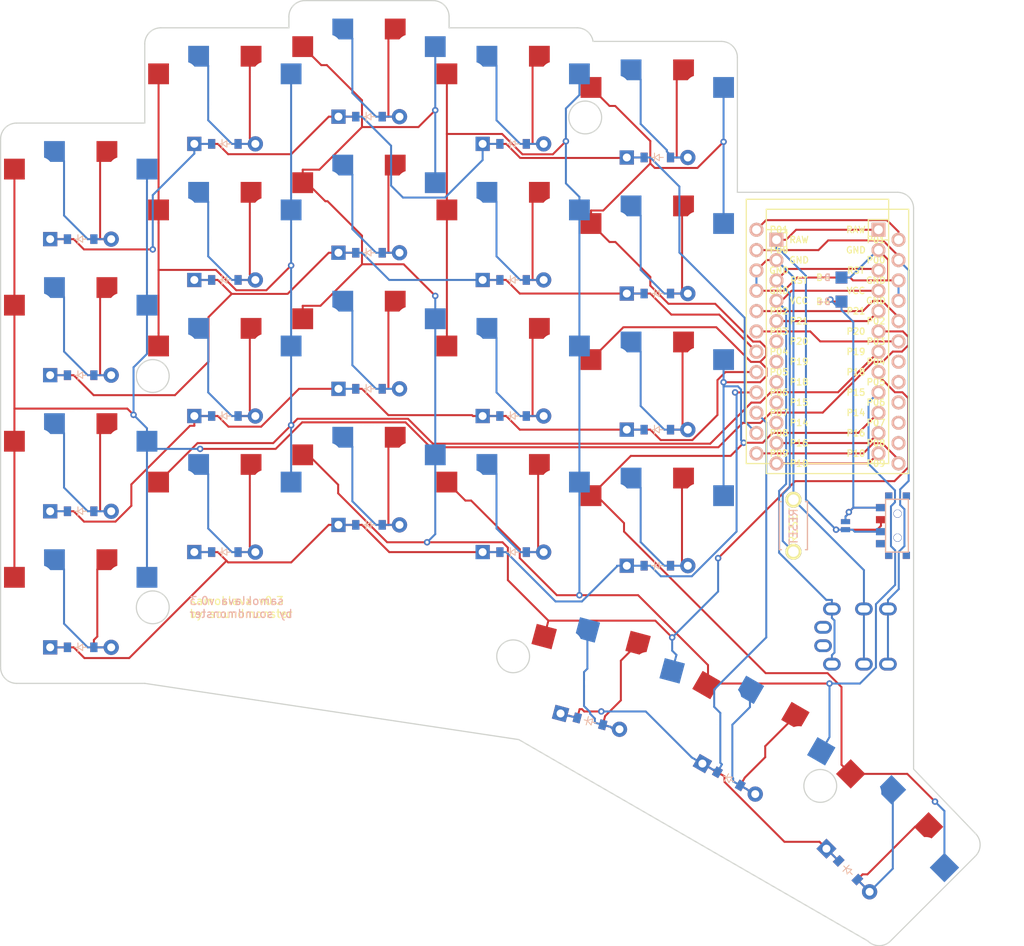
<source format=kicad_pcb>
(kicad_pcb (version 20171130) (host pcbnew 5.0.1-33cea8e~67~ubuntu18.04.1)

  (general
    (thickness 1.6)
    (drawings 35)
    (tracks 768)
    (zones 0)
    (modules 56)
    (nets 57)
  )

  (page A3)
  (title_block
    (title board)
    (rev 0.3)
    (company soundmonster)
  )

  (layers
    (0 F.Cu signal)
    (31 B.Cu signal)
    (32 B.Adhes user)
    (33 F.Adhes user)
    (34 B.Paste user)
    (35 F.Paste user)
    (36 B.SilkS user)
    (37 F.SilkS user)
    (38 B.Mask user)
    (39 F.Mask user)
    (40 Dwgs.User user)
    (41 Cmts.User user)
    (42 Eco1.User user)
    (43 Eco2.User user)
    (44 Edge.Cuts user)
    (45 Margin user)
    (46 B.CrtYd user)
    (47 F.CrtYd user)
    (48 B.Fab user)
    (49 F.Fab user)
  )

  (setup
    (last_trace_width 0.25)
    (trace_clearance 0.2)
    (zone_clearance 0.508)
    (zone_45_only no)
    (trace_min 0.2)
    (segment_width 0.2)
    (edge_width 0.05)
    (via_size 0.8)
    (via_drill 0.4)
    (via_min_size 0.4)
    (via_min_drill 0.3)
    (uvia_size 0.3)
    (uvia_drill 0.1)
    (uvias_allowed no)
    (uvia_min_size 0.2)
    (uvia_min_drill 0.1)
    (pcb_text_width 0.3)
    (pcb_text_size 1.5 1.5)
    (mod_edge_width 0.12)
    (mod_text_size 1 1)
    (mod_text_width 0.15)
    (pad_size 1.524 1.524)
    (pad_drill 0.762)
    (pad_to_mask_clearance 0.05)
    (solder_mask_min_width 0.25)
    (aux_axis_origin 0 0)
    (visible_elements FFFFFF7F)
    (pcbplotparams
      (layerselection 0x010fc_ffffffff)
      (usegerberextensions false)
      (usegerberattributes true)
      (usegerberadvancedattributes true)
      (creategerberjobfile true)
      (excludeedgelayer true)
      (linewidth 0.100000)
      (plotframeref false)
      (viasonmask false)
      (mode 1)
      (useauxorigin false)
      (hpglpennumber 1)
      (hpglpenspeed 20)
      (hpglpendiameter 15.000000)
      (psnegative false)
      (psa4output false)
      (plotreference true)
      (plotvalue true)
      (plotinvisibletext false)
      (padsonsilk false)
      (subtractmaskfromsilk false)
      (outputformat 1)
      (mirror false)
      (drillshape 1)
      (scaleselection 1)
      (outputdirectory ""))
  )

  (net 0 "")
  (net 1 pinky_bottom)
  (net 2 col_pinky)
  (net 3 pinky_home)
  (net 4 pinky_top)
  (net 5 pinky_extra)
  (net 6 ring_bottom)
  (net 7 col_ring)
  (net 8 ring_home)
  (net 9 ring_top)
  (net 10 ring_extra)
  (net 11 middle_bottom)
  (net 12 col_middle)
  (net 13 middle_home)
  (net 14 middle_top)
  (net 15 middle_extra)
  (net 16 index_bottom)
  (net 17 col_index)
  (net 18 index_home)
  (net 19 index_top)
  (net 20 index_extra)
  (net 21 inner_bottom)
  (net 22 col_inner)
  (net 23 inner_home)
  (net 24 inner_top)
  (net 25 inner_extra)
  (net 26 near_thumb)
  (net 27 home_thumb)
  (net 28 far_thumb)
  (net 29 row_bottom)
  (net 30 row_home)
  (net 31 row_top)
  (net 32 row_extra)
  (net 33 row_thumb)
  (net 34 RAW)
  (net 35 GND)
  (net 36 RST)
  (net 37 VCC)
  (net 38 P21)
  (net 39 P16)
  (net 40 P10)
  (net 41 P1)
  (net 42 P0)
  (net 43 P2)
  (net 44 P3)
  (net 45 P9)
  (net 46 P20)
  (net 47 P19)
  (net 48 P18)
  (net 49 P15)
  (net 50 P14)
  (net 51 P4)
  (net 52 P5)
  (net 53 P6)
  (net 54 P7)
  (net 55 P8)
  (net 56 Bplus)

  (net_class Default "This is the default net class."
    (clearance 0.2)
    (trace_width 0.25)
    (via_dia 0.8)
    (via_drill 0.4)
    (uvia_dia 0.3)
    (uvia_drill 0.1)
    (add_net Bplus)
    (add_net GND)
    (add_net P0)
    (add_net P1)
    (add_net P10)
    (add_net P14)
    (add_net P15)
    (add_net P16)
    (add_net P18)
    (add_net P19)
    (add_net P2)
    (add_net P20)
    (add_net P21)
    (add_net P3)
    (add_net P4)
    (add_net P5)
    (add_net P6)
    (add_net P7)
    (add_net P8)
    (add_net P9)
    (add_net RAW)
    (add_net RST)
    (add_net VCC)
    (add_net col_index)
    (add_net col_inner)
    (add_net col_middle)
    (add_net col_pinky)
    (add_net col_ring)
    (add_net far_thumb)
    (add_net home_thumb)
    (add_net index_bottom)
    (add_net index_extra)
    (add_net index_home)
    (add_net index_top)
    (add_net inner_bottom)
    (add_net inner_extra)
    (add_net inner_home)
    (add_net inner_top)
    (add_net middle_bottom)
    (add_net middle_extra)
    (add_net middle_home)
    (add_net middle_top)
    (add_net near_thumb)
    (add_net pinky_bottom)
    (add_net pinky_extra)
    (add_net pinky_home)
    (add_net pinky_top)
    (add_net ring_bottom)
    (add_net ring_extra)
    (add_net ring_home)
    (add_net ring_top)
    (add_net row_bottom)
    (add_net row_extra)
    (add_net row_home)
    (add_net row_thumb)
    (add_net row_top)
  )

  (module PG1350 (layer F.Cu) (tedit 5DD50112) (tstamp 0)
    (at 0 0)
    (fp_text reference S1 (at 0 0) (layer F.SilkS) hide
      (effects (font (size 1.27 1.27) (thickness 0.15)))
    )
    (fp_text value "" (at 0 0) (layer F.SilkS) hide
      (effects (font (size 1.27 1.27) (thickness 0.15)))
    )
    (fp_line (start -7 -6) (end -7 -7) (layer Dwgs.User) (width 0.15))
    (fp_line (start -7 7) (end -6 7) (layer Dwgs.User) (width 0.15))
    (fp_line (start -6 -7) (end -7 -7) (layer Dwgs.User) (width 0.15))
    (fp_line (start -7 7) (end -7 6) (layer Dwgs.User) (width 0.15))
    (fp_line (start 7 6) (end 7 7) (layer Dwgs.User) (width 0.15))
    (fp_line (start 7 -7) (end 6 -7) (layer Dwgs.User) (width 0.15))
    (fp_line (start 6 7) (end 7 7) (layer Dwgs.User) (width 0.15))
    (fp_line (start 7 -7) (end 7 -6) (layer Dwgs.User) (width 0.15))
    (fp_line (start -9 -8.5) (end 9 -8.5) (layer Dwgs.User) (width 0.15))
    (fp_line (start 9 -8.5) (end 9 8.5) (layer Dwgs.User) (width 0.15))
    (fp_line (start 9 8.5) (end -9 8.5) (layer Dwgs.User) (width 0.15))
    (fp_line (start -9 8.5) (end -9 -8.5) (layer Dwgs.User) (width 0.15))
    (pad "" np_thru_hole circle (at 0 0) (size 3.429 3.429) (drill 3.429) (layers *.Cu *.Mask))
    (pad "" np_thru_hole circle (at 5.5 0) (size 1.7018 1.7018) (drill 1.7018) (layers *.Cu *.Mask))
    (pad "" np_thru_hole circle (at -5.5 0) (size 1.7018 1.7018) (drill 1.7018) (layers *.Cu *.Mask))
    (pad "" np_thru_hole circle (at 5 -3.75) (size 3 3) (drill 3) (layers *.Cu *.Mask))
    (pad "" np_thru_hole circle (at 0 -5.95) (size 3 3) (drill 3) (layers *.Cu *.Mask))
    (pad 1 smd rect (at -3.275 -5.95) (size 2.6 2.6) (layers B.Cu B.Paste B.Mask)
      (net 1 pinky_bottom))
    (pad 2 smd rect (at 8.275 -3.75) (size 2.6 2.6) (layers B.Cu B.Paste B.Mask)
      (net 2 col_pinky))
    (pad "" np_thru_hole circle (at -5 -3.75) (size 3 3) (drill 3) (layers *.Cu *.Mask))
    (pad "" np_thru_hole circle (at 0 -5.95) (size 3 3) (drill 3) (layers *.Cu *.Mask))
    (pad 1 smd rect (at 3.275 -5.95) (size 2.6 2.6) (layers F.Cu F.Paste F.Mask)
      (net 1 pinky_bottom))
    (pad 2 smd rect (at -8.275 -3.75) (size 2.6 2.6) (layers F.Cu F.Paste F.Mask)
      (net 2 col_pinky))
  )

  (module PG1350 (layer F.Cu) (tedit 5DD50112) (tstamp 0)
    (at 0 -17)
    (fp_text reference S2 (at 0 0) (layer F.SilkS) hide
      (effects (font (size 1.27 1.27) (thickness 0.15)))
    )
    (fp_text value "" (at 0 0) (layer F.SilkS) hide
      (effects (font (size 1.27 1.27) (thickness 0.15)))
    )
    (fp_line (start -7 -6) (end -7 -7) (layer Dwgs.User) (width 0.15))
    (fp_line (start -7 7) (end -6 7) (layer Dwgs.User) (width 0.15))
    (fp_line (start -6 -7) (end -7 -7) (layer Dwgs.User) (width 0.15))
    (fp_line (start -7 7) (end -7 6) (layer Dwgs.User) (width 0.15))
    (fp_line (start 7 6) (end 7 7) (layer Dwgs.User) (width 0.15))
    (fp_line (start 7 -7) (end 6 -7) (layer Dwgs.User) (width 0.15))
    (fp_line (start 6 7) (end 7 7) (layer Dwgs.User) (width 0.15))
    (fp_line (start 7 -7) (end 7 -6) (layer Dwgs.User) (width 0.15))
    (fp_line (start -9 -8.5) (end 9 -8.5) (layer Dwgs.User) (width 0.15))
    (fp_line (start 9 -8.5) (end 9 8.5) (layer Dwgs.User) (width 0.15))
    (fp_line (start 9 8.5) (end -9 8.5) (layer Dwgs.User) (width 0.15))
    (fp_line (start -9 8.5) (end -9 -8.5) (layer Dwgs.User) (width 0.15))
    (pad "" np_thru_hole circle (at 0 0) (size 3.429 3.429) (drill 3.429) (layers *.Cu *.Mask))
    (pad "" np_thru_hole circle (at 5.5 0) (size 1.7018 1.7018) (drill 1.7018) (layers *.Cu *.Mask))
    (pad "" np_thru_hole circle (at -5.5 0) (size 1.7018 1.7018) (drill 1.7018) (layers *.Cu *.Mask))
    (pad "" np_thru_hole circle (at 5 -3.75) (size 3 3) (drill 3) (layers *.Cu *.Mask))
    (pad "" np_thru_hole circle (at 0 -5.95) (size 3 3) (drill 3) (layers *.Cu *.Mask))
    (pad 1 smd rect (at -3.275 -5.95) (size 2.6 2.6) (layers B.Cu B.Paste B.Mask)
      (net 3 pinky_home))
    (pad 2 smd rect (at 8.275 -3.75) (size 2.6 2.6) (layers B.Cu B.Paste B.Mask)
      (net 2 col_pinky))
    (pad "" np_thru_hole circle (at -5 -3.75) (size 3 3) (drill 3) (layers *.Cu *.Mask))
    (pad "" np_thru_hole circle (at 0 -5.95) (size 3 3) (drill 3) (layers *.Cu *.Mask))
    (pad 1 smd rect (at 3.275 -5.95) (size 2.6 2.6) (layers F.Cu F.Paste F.Mask)
      (net 3 pinky_home))
    (pad 2 smd rect (at -8.275 -3.75) (size 2.6 2.6) (layers F.Cu F.Paste F.Mask)
      (net 2 col_pinky))
  )

  (module PG1350 (layer F.Cu) (tedit 5DD50112) (tstamp 0)
    (at 0 -34)
    (fp_text reference S3 (at 0 0) (layer F.SilkS) hide
      (effects (font (size 1.27 1.27) (thickness 0.15)))
    )
    (fp_text value "" (at 0 0) (layer F.SilkS) hide
      (effects (font (size 1.27 1.27) (thickness 0.15)))
    )
    (fp_line (start -7 -6) (end -7 -7) (layer Dwgs.User) (width 0.15))
    (fp_line (start -7 7) (end -6 7) (layer Dwgs.User) (width 0.15))
    (fp_line (start -6 -7) (end -7 -7) (layer Dwgs.User) (width 0.15))
    (fp_line (start -7 7) (end -7 6) (layer Dwgs.User) (width 0.15))
    (fp_line (start 7 6) (end 7 7) (layer Dwgs.User) (width 0.15))
    (fp_line (start 7 -7) (end 6 -7) (layer Dwgs.User) (width 0.15))
    (fp_line (start 6 7) (end 7 7) (layer Dwgs.User) (width 0.15))
    (fp_line (start 7 -7) (end 7 -6) (layer Dwgs.User) (width 0.15))
    (fp_line (start -9 -8.5) (end 9 -8.5) (layer Dwgs.User) (width 0.15))
    (fp_line (start 9 -8.5) (end 9 8.5) (layer Dwgs.User) (width 0.15))
    (fp_line (start 9 8.5) (end -9 8.5) (layer Dwgs.User) (width 0.15))
    (fp_line (start -9 8.5) (end -9 -8.5) (layer Dwgs.User) (width 0.15))
    (pad "" np_thru_hole circle (at 0 0) (size 3.429 3.429) (drill 3.429) (layers *.Cu *.Mask))
    (pad "" np_thru_hole circle (at 5.5 0) (size 1.7018 1.7018) (drill 1.7018) (layers *.Cu *.Mask))
    (pad "" np_thru_hole circle (at -5.5 0) (size 1.7018 1.7018) (drill 1.7018) (layers *.Cu *.Mask))
    (pad "" np_thru_hole circle (at 5 -3.75) (size 3 3) (drill 3) (layers *.Cu *.Mask))
    (pad "" np_thru_hole circle (at 0 -5.95) (size 3 3) (drill 3) (layers *.Cu *.Mask))
    (pad 1 smd rect (at -3.275 -5.95) (size 2.6 2.6) (layers B.Cu B.Paste B.Mask)
      (net 4 pinky_top))
    (pad 2 smd rect (at 8.275 -3.75) (size 2.6 2.6) (layers B.Cu B.Paste B.Mask)
      (net 2 col_pinky))
    (pad "" np_thru_hole circle (at -5 -3.75) (size 3 3) (drill 3) (layers *.Cu *.Mask))
    (pad "" np_thru_hole circle (at 0 -5.95) (size 3 3) (drill 3) (layers *.Cu *.Mask))
    (pad 1 smd rect (at 3.275 -5.95) (size 2.6 2.6) (layers F.Cu F.Paste F.Mask)
      (net 4 pinky_top))
    (pad 2 smd rect (at -8.275 -3.75) (size 2.6 2.6) (layers F.Cu F.Paste F.Mask)
      (net 2 col_pinky))
  )

  (module PG1350 (layer F.Cu) (tedit 5DD50112) (tstamp 0)
    (at 0 -51)
    (fp_text reference S4 (at 0 0) (layer F.SilkS) hide
      (effects (font (size 1.27 1.27) (thickness 0.15)))
    )
    (fp_text value "" (at 0 0) (layer F.SilkS) hide
      (effects (font (size 1.27 1.27) (thickness 0.15)))
    )
    (fp_line (start -7 -6) (end -7 -7) (layer Dwgs.User) (width 0.15))
    (fp_line (start -7 7) (end -6 7) (layer Dwgs.User) (width 0.15))
    (fp_line (start -6 -7) (end -7 -7) (layer Dwgs.User) (width 0.15))
    (fp_line (start -7 7) (end -7 6) (layer Dwgs.User) (width 0.15))
    (fp_line (start 7 6) (end 7 7) (layer Dwgs.User) (width 0.15))
    (fp_line (start 7 -7) (end 6 -7) (layer Dwgs.User) (width 0.15))
    (fp_line (start 6 7) (end 7 7) (layer Dwgs.User) (width 0.15))
    (fp_line (start 7 -7) (end 7 -6) (layer Dwgs.User) (width 0.15))
    (fp_line (start -9 -8.5) (end 9 -8.5) (layer Dwgs.User) (width 0.15))
    (fp_line (start 9 -8.5) (end 9 8.5) (layer Dwgs.User) (width 0.15))
    (fp_line (start 9 8.5) (end -9 8.5) (layer Dwgs.User) (width 0.15))
    (fp_line (start -9 8.5) (end -9 -8.5) (layer Dwgs.User) (width 0.15))
    (pad "" np_thru_hole circle (at 0 0) (size 3.429 3.429) (drill 3.429) (layers *.Cu *.Mask))
    (pad "" np_thru_hole circle (at 5.5 0) (size 1.7018 1.7018) (drill 1.7018) (layers *.Cu *.Mask))
    (pad "" np_thru_hole circle (at -5.5 0) (size 1.7018 1.7018) (drill 1.7018) (layers *.Cu *.Mask))
    (pad "" np_thru_hole circle (at 5 -3.75) (size 3 3) (drill 3) (layers *.Cu *.Mask))
    (pad "" np_thru_hole circle (at 0 -5.95) (size 3 3) (drill 3) (layers *.Cu *.Mask))
    (pad 1 smd rect (at -3.275 -5.95) (size 2.6 2.6) (layers B.Cu B.Paste B.Mask)
      (net 5 pinky_extra))
    (pad 2 smd rect (at 8.275 -3.75) (size 2.6 2.6) (layers B.Cu B.Paste B.Mask)
      (net 2 col_pinky))
    (pad "" np_thru_hole circle (at -5 -3.75) (size 3 3) (drill 3) (layers *.Cu *.Mask))
    (pad "" np_thru_hole circle (at 0 -5.95) (size 3 3) (drill 3) (layers *.Cu *.Mask))
    (pad 1 smd rect (at 3.275 -5.95) (size 2.6 2.6) (layers F.Cu F.Paste F.Mask)
      (net 5 pinky_extra))
    (pad 2 smd rect (at -8.275 -3.75) (size 2.6 2.6) (layers F.Cu F.Paste F.Mask)
      (net 2 col_pinky))
  )

  (module PG1350 (layer F.Cu) (tedit 5DD50112) (tstamp 0)
    (at 18 -11.9)
    (fp_text reference S5 (at 0 0) (layer F.SilkS) hide
      (effects (font (size 1.27 1.27) (thickness 0.15)))
    )
    (fp_text value "" (at 0 0) (layer F.SilkS) hide
      (effects (font (size 1.27 1.27) (thickness 0.15)))
    )
    (fp_line (start -7 -6) (end -7 -7) (layer Dwgs.User) (width 0.15))
    (fp_line (start -7 7) (end -6 7) (layer Dwgs.User) (width 0.15))
    (fp_line (start -6 -7) (end -7 -7) (layer Dwgs.User) (width 0.15))
    (fp_line (start -7 7) (end -7 6) (layer Dwgs.User) (width 0.15))
    (fp_line (start 7 6) (end 7 7) (layer Dwgs.User) (width 0.15))
    (fp_line (start 7 -7) (end 6 -7) (layer Dwgs.User) (width 0.15))
    (fp_line (start 6 7) (end 7 7) (layer Dwgs.User) (width 0.15))
    (fp_line (start 7 -7) (end 7 -6) (layer Dwgs.User) (width 0.15))
    (fp_line (start -9 -8.5) (end 9 -8.5) (layer Dwgs.User) (width 0.15))
    (fp_line (start 9 -8.5) (end 9 8.5) (layer Dwgs.User) (width 0.15))
    (fp_line (start 9 8.5) (end -9 8.5) (layer Dwgs.User) (width 0.15))
    (fp_line (start -9 8.5) (end -9 -8.5) (layer Dwgs.User) (width 0.15))
    (pad "" np_thru_hole circle (at 0 0) (size 3.429 3.429) (drill 3.429) (layers *.Cu *.Mask))
    (pad "" np_thru_hole circle (at 5.5 0) (size 1.7018 1.7018) (drill 1.7018) (layers *.Cu *.Mask))
    (pad "" np_thru_hole circle (at -5.5 0) (size 1.7018 1.7018) (drill 1.7018) (layers *.Cu *.Mask))
    (pad "" np_thru_hole circle (at 5 -3.75) (size 3 3) (drill 3) (layers *.Cu *.Mask))
    (pad "" np_thru_hole circle (at 0 -5.95) (size 3 3) (drill 3) (layers *.Cu *.Mask))
    (pad 1 smd rect (at -3.275 -5.95) (size 2.6 2.6) (layers B.Cu B.Paste B.Mask)
      (net 6 ring_bottom))
    (pad 2 smd rect (at 8.275 -3.75) (size 2.6 2.6) (layers B.Cu B.Paste B.Mask)
      (net 7 col_ring))
    (pad "" np_thru_hole circle (at -5 -3.75) (size 3 3) (drill 3) (layers *.Cu *.Mask))
    (pad "" np_thru_hole circle (at 0 -5.95) (size 3 3) (drill 3) (layers *.Cu *.Mask))
    (pad 1 smd rect (at 3.275 -5.95) (size 2.6 2.6) (layers F.Cu F.Paste F.Mask)
      (net 6 ring_bottom))
    (pad 2 smd rect (at -8.275 -3.75) (size 2.6 2.6) (layers F.Cu F.Paste F.Mask)
      (net 7 col_ring))
  )

  (module PG1350 (layer F.Cu) (tedit 5DD50112) (tstamp 0)
    (at 18 -28.9)
    (fp_text reference S6 (at 0 0) (layer F.SilkS) hide
      (effects (font (size 1.27 1.27) (thickness 0.15)))
    )
    (fp_text value "" (at 0 0) (layer F.SilkS) hide
      (effects (font (size 1.27 1.27) (thickness 0.15)))
    )
    (fp_line (start -7 -6) (end -7 -7) (layer Dwgs.User) (width 0.15))
    (fp_line (start -7 7) (end -6 7) (layer Dwgs.User) (width 0.15))
    (fp_line (start -6 -7) (end -7 -7) (layer Dwgs.User) (width 0.15))
    (fp_line (start -7 7) (end -7 6) (layer Dwgs.User) (width 0.15))
    (fp_line (start 7 6) (end 7 7) (layer Dwgs.User) (width 0.15))
    (fp_line (start 7 -7) (end 6 -7) (layer Dwgs.User) (width 0.15))
    (fp_line (start 6 7) (end 7 7) (layer Dwgs.User) (width 0.15))
    (fp_line (start 7 -7) (end 7 -6) (layer Dwgs.User) (width 0.15))
    (fp_line (start -9 -8.5) (end 9 -8.5) (layer Dwgs.User) (width 0.15))
    (fp_line (start 9 -8.5) (end 9 8.5) (layer Dwgs.User) (width 0.15))
    (fp_line (start 9 8.5) (end -9 8.5) (layer Dwgs.User) (width 0.15))
    (fp_line (start -9 8.5) (end -9 -8.5) (layer Dwgs.User) (width 0.15))
    (pad "" np_thru_hole circle (at 0 0) (size 3.429 3.429) (drill 3.429) (layers *.Cu *.Mask))
    (pad "" np_thru_hole circle (at 5.5 0) (size 1.7018 1.7018) (drill 1.7018) (layers *.Cu *.Mask))
    (pad "" np_thru_hole circle (at -5.5 0) (size 1.7018 1.7018) (drill 1.7018) (layers *.Cu *.Mask))
    (pad "" np_thru_hole circle (at 5 -3.75) (size 3 3) (drill 3) (layers *.Cu *.Mask))
    (pad "" np_thru_hole circle (at 0 -5.95) (size 3 3) (drill 3) (layers *.Cu *.Mask))
    (pad 1 smd rect (at -3.275 -5.95) (size 2.6 2.6) (layers B.Cu B.Paste B.Mask)
      (net 8 ring_home))
    (pad 2 smd rect (at 8.275 -3.75) (size 2.6 2.6) (layers B.Cu B.Paste B.Mask)
      (net 7 col_ring))
    (pad "" np_thru_hole circle (at -5 -3.75) (size 3 3) (drill 3) (layers *.Cu *.Mask))
    (pad "" np_thru_hole circle (at 0 -5.95) (size 3 3) (drill 3) (layers *.Cu *.Mask))
    (pad 1 smd rect (at 3.275 -5.95) (size 2.6 2.6) (layers F.Cu F.Paste F.Mask)
      (net 8 ring_home))
    (pad 2 smd rect (at -8.275 -3.75) (size 2.6 2.6) (layers F.Cu F.Paste F.Mask)
      (net 7 col_ring))
  )

  (module PG1350 (layer F.Cu) (tedit 5DD50112) (tstamp 0)
    (at 18 -45.9)
    (fp_text reference S7 (at 0 0) (layer F.SilkS) hide
      (effects (font (size 1.27 1.27) (thickness 0.15)))
    )
    (fp_text value "" (at 0 0) (layer F.SilkS) hide
      (effects (font (size 1.27 1.27) (thickness 0.15)))
    )
    (fp_line (start -7 -6) (end -7 -7) (layer Dwgs.User) (width 0.15))
    (fp_line (start -7 7) (end -6 7) (layer Dwgs.User) (width 0.15))
    (fp_line (start -6 -7) (end -7 -7) (layer Dwgs.User) (width 0.15))
    (fp_line (start -7 7) (end -7 6) (layer Dwgs.User) (width 0.15))
    (fp_line (start 7 6) (end 7 7) (layer Dwgs.User) (width 0.15))
    (fp_line (start 7 -7) (end 6 -7) (layer Dwgs.User) (width 0.15))
    (fp_line (start 6 7) (end 7 7) (layer Dwgs.User) (width 0.15))
    (fp_line (start 7 -7) (end 7 -6) (layer Dwgs.User) (width 0.15))
    (fp_line (start -9 -8.5) (end 9 -8.5) (layer Dwgs.User) (width 0.15))
    (fp_line (start 9 -8.5) (end 9 8.5) (layer Dwgs.User) (width 0.15))
    (fp_line (start 9 8.5) (end -9 8.5) (layer Dwgs.User) (width 0.15))
    (fp_line (start -9 8.5) (end -9 -8.5) (layer Dwgs.User) (width 0.15))
    (pad "" np_thru_hole circle (at 0 0) (size 3.429 3.429) (drill 3.429) (layers *.Cu *.Mask))
    (pad "" np_thru_hole circle (at 5.5 0) (size 1.7018 1.7018) (drill 1.7018) (layers *.Cu *.Mask))
    (pad "" np_thru_hole circle (at -5.5 0) (size 1.7018 1.7018) (drill 1.7018) (layers *.Cu *.Mask))
    (pad "" np_thru_hole circle (at 5 -3.75) (size 3 3) (drill 3) (layers *.Cu *.Mask))
    (pad "" np_thru_hole circle (at 0 -5.95) (size 3 3) (drill 3) (layers *.Cu *.Mask))
    (pad 1 smd rect (at -3.275 -5.95) (size 2.6 2.6) (layers B.Cu B.Paste B.Mask)
      (net 9 ring_top))
    (pad 2 smd rect (at 8.275 -3.75) (size 2.6 2.6) (layers B.Cu B.Paste B.Mask)
      (net 7 col_ring))
    (pad "" np_thru_hole circle (at -5 -3.75) (size 3 3) (drill 3) (layers *.Cu *.Mask))
    (pad "" np_thru_hole circle (at 0 -5.95) (size 3 3) (drill 3) (layers *.Cu *.Mask))
    (pad 1 smd rect (at 3.275 -5.95) (size 2.6 2.6) (layers F.Cu F.Paste F.Mask)
      (net 9 ring_top))
    (pad 2 smd rect (at -8.275 -3.75) (size 2.6 2.6) (layers F.Cu F.Paste F.Mask)
      (net 7 col_ring))
  )

  (module PG1350 (layer F.Cu) (tedit 5DD50112) (tstamp 0)
    (at 18 -62.9)
    (fp_text reference S8 (at 0 0) (layer F.SilkS) hide
      (effects (font (size 1.27 1.27) (thickness 0.15)))
    )
    (fp_text value "" (at 0 0) (layer F.SilkS) hide
      (effects (font (size 1.27 1.27) (thickness 0.15)))
    )
    (fp_line (start -7 -6) (end -7 -7) (layer Dwgs.User) (width 0.15))
    (fp_line (start -7 7) (end -6 7) (layer Dwgs.User) (width 0.15))
    (fp_line (start -6 -7) (end -7 -7) (layer Dwgs.User) (width 0.15))
    (fp_line (start -7 7) (end -7 6) (layer Dwgs.User) (width 0.15))
    (fp_line (start 7 6) (end 7 7) (layer Dwgs.User) (width 0.15))
    (fp_line (start 7 -7) (end 6 -7) (layer Dwgs.User) (width 0.15))
    (fp_line (start 6 7) (end 7 7) (layer Dwgs.User) (width 0.15))
    (fp_line (start 7 -7) (end 7 -6) (layer Dwgs.User) (width 0.15))
    (fp_line (start -9 -8.5) (end 9 -8.5) (layer Dwgs.User) (width 0.15))
    (fp_line (start 9 -8.5) (end 9 8.5) (layer Dwgs.User) (width 0.15))
    (fp_line (start 9 8.5) (end -9 8.5) (layer Dwgs.User) (width 0.15))
    (fp_line (start -9 8.5) (end -9 -8.5) (layer Dwgs.User) (width 0.15))
    (pad "" np_thru_hole circle (at 0 0) (size 3.429 3.429) (drill 3.429) (layers *.Cu *.Mask))
    (pad "" np_thru_hole circle (at 5.5 0) (size 1.7018 1.7018) (drill 1.7018) (layers *.Cu *.Mask))
    (pad "" np_thru_hole circle (at -5.5 0) (size 1.7018 1.7018) (drill 1.7018) (layers *.Cu *.Mask))
    (pad "" np_thru_hole circle (at 5 -3.75) (size 3 3) (drill 3) (layers *.Cu *.Mask))
    (pad "" np_thru_hole circle (at 0 -5.95) (size 3 3) (drill 3) (layers *.Cu *.Mask))
    (pad 1 smd rect (at -3.275 -5.95) (size 2.6 2.6) (layers B.Cu B.Paste B.Mask)
      (net 10 ring_extra))
    (pad 2 smd rect (at 8.275 -3.75) (size 2.6 2.6) (layers B.Cu B.Paste B.Mask)
      (net 7 col_ring))
    (pad "" np_thru_hole circle (at -5 -3.75) (size 3 3) (drill 3) (layers *.Cu *.Mask))
    (pad "" np_thru_hole circle (at 0 -5.95) (size 3 3) (drill 3) (layers *.Cu *.Mask))
    (pad 1 smd rect (at 3.275 -5.95) (size 2.6 2.6) (layers F.Cu F.Paste F.Mask)
      (net 10 ring_extra))
    (pad 2 smd rect (at -8.275 -3.75) (size 2.6 2.6) (layers F.Cu F.Paste F.Mask)
      (net 7 col_ring))
  )

  (module PG1350 (layer F.Cu) (tedit 5DD50112) (tstamp 0)
    (at 36 -15.3)
    (fp_text reference S9 (at 0 0) (layer F.SilkS) hide
      (effects (font (size 1.27 1.27) (thickness 0.15)))
    )
    (fp_text value "" (at 0 0) (layer F.SilkS) hide
      (effects (font (size 1.27 1.27) (thickness 0.15)))
    )
    (fp_line (start -7 -6) (end -7 -7) (layer Dwgs.User) (width 0.15))
    (fp_line (start -7 7) (end -6 7) (layer Dwgs.User) (width 0.15))
    (fp_line (start -6 -7) (end -7 -7) (layer Dwgs.User) (width 0.15))
    (fp_line (start -7 7) (end -7 6) (layer Dwgs.User) (width 0.15))
    (fp_line (start 7 6) (end 7 7) (layer Dwgs.User) (width 0.15))
    (fp_line (start 7 -7) (end 6 -7) (layer Dwgs.User) (width 0.15))
    (fp_line (start 6 7) (end 7 7) (layer Dwgs.User) (width 0.15))
    (fp_line (start 7 -7) (end 7 -6) (layer Dwgs.User) (width 0.15))
    (fp_line (start -9 -8.5) (end 9 -8.5) (layer Dwgs.User) (width 0.15))
    (fp_line (start 9 -8.5) (end 9 8.5) (layer Dwgs.User) (width 0.15))
    (fp_line (start 9 8.5) (end -9 8.5) (layer Dwgs.User) (width 0.15))
    (fp_line (start -9 8.5) (end -9 -8.5) (layer Dwgs.User) (width 0.15))
    (pad "" np_thru_hole circle (at 0 0) (size 3.429 3.429) (drill 3.429) (layers *.Cu *.Mask))
    (pad "" np_thru_hole circle (at 5.5 0) (size 1.7018 1.7018) (drill 1.7018) (layers *.Cu *.Mask))
    (pad "" np_thru_hole circle (at -5.5 0) (size 1.7018 1.7018) (drill 1.7018) (layers *.Cu *.Mask))
    (pad "" np_thru_hole circle (at 5 -3.75) (size 3 3) (drill 3) (layers *.Cu *.Mask))
    (pad "" np_thru_hole circle (at 0 -5.95) (size 3 3) (drill 3) (layers *.Cu *.Mask))
    (pad 1 smd rect (at -3.275 -5.95) (size 2.6 2.6) (layers B.Cu B.Paste B.Mask)
      (net 11 middle_bottom))
    (pad 2 smd rect (at 8.275 -3.75) (size 2.6 2.6) (layers B.Cu B.Paste B.Mask)
      (net 12 col_middle))
    (pad "" np_thru_hole circle (at -5 -3.75) (size 3 3) (drill 3) (layers *.Cu *.Mask))
    (pad "" np_thru_hole circle (at 0 -5.95) (size 3 3) (drill 3) (layers *.Cu *.Mask))
    (pad 1 smd rect (at 3.275 -5.95) (size 2.6 2.6) (layers F.Cu F.Paste F.Mask)
      (net 11 middle_bottom))
    (pad 2 smd rect (at -8.275 -3.75) (size 2.6 2.6) (layers F.Cu F.Paste F.Mask)
      (net 12 col_middle))
  )

  (module PG1350 (layer F.Cu) (tedit 5DD50112) (tstamp 0)
    (at 36 -32.3)
    (fp_text reference S10 (at 0 0) (layer F.SilkS) hide
      (effects (font (size 1.27 1.27) (thickness 0.15)))
    )
    (fp_text value "" (at 0 0) (layer F.SilkS) hide
      (effects (font (size 1.27 1.27) (thickness 0.15)))
    )
    (fp_line (start -7 -6) (end -7 -7) (layer Dwgs.User) (width 0.15))
    (fp_line (start -7 7) (end -6 7) (layer Dwgs.User) (width 0.15))
    (fp_line (start -6 -7) (end -7 -7) (layer Dwgs.User) (width 0.15))
    (fp_line (start -7 7) (end -7 6) (layer Dwgs.User) (width 0.15))
    (fp_line (start 7 6) (end 7 7) (layer Dwgs.User) (width 0.15))
    (fp_line (start 7 -7) (end 6 -7) (layer Dwgs.User) (width 0.15))
    (fp_line (start 6 7) (end 7 7) (layer Dwgs.User) (width 0.15))
    (fp_line (start 7 -7) (end 7 -6) (layer Dwgs.User) (width 0.15))
    (fp_line (start -9 -8.5) (end 9 -8.5) (layer Dwgs.User) (width 0.15))
    (fp_line (start 9 -8.5) (end 9 8.5) (layer Dwgs.User) (width 0.15))
    (fp_line (start 9 8.5) (end -9 8.5) (layer Dwgs.User) (width 0.15))
    (fp_line (start -9 8.5) (end -9 -8.5) (layer Dwgs.User) (width 0.15))
    (pad "" np_thru_hole circle (at 0 0) (size 3.429 3.429) (drill 3.429) (layers *.Cu *.Mask))
    (pad "" np_thru_hole circle (at 5.5 0) (size 1.7018 1.7018) (drill 1.7018) (layers *.Cu *.Mask))
    (pad "" np_thru_hole circle (at -5.5 0) (size 1.7018 1.7018) (drill 1.7018) (layers *.Cu *.Mask))
    (pad "" np_thru_hole circle (at 5 -3.75) (size 3 3) (drill 3) (layers *.Cu *.Mask))
    (pad "" np_thru_hole circle (at 0 -5.95) (size 3 3) (drill 3) (layers *.Cu *.Mask))
    (pad 1 smd rect (at -3.275 -5.95) (size 2.6 2.6) (layers B.Cu B.Paste B.Mask)
      (net 13 middle_home))
    (pad 2 smd rect (at 8.275 -3.75) (size 2.6 2.6) (layers B.Cu B.Paste B.Mask)
      (net 12 col_middle))
    (pad "" np_thru_hole circle (at -5 -3.75) (size 3 3) (drill 3) (layers *.Cu *.Mask))
    (pad "" np_thru_hole circle (at 0 -5.95) (size 3 3) (drill 3) (layers *.Cu *.Mask))
    (pad 1 smd rect (at 3.275 -5.95) (size 2.6 2.6) (layers F.Cu F.Paste F.Mask)
      (net 13 middle_home))
    (pad 2 smd rect (at -8.275 -3.75) (size 2.6 2.6) (layers F.Cu F.Paste F.Mask)
      (net 12 col_middle))
  )

  (module PG1350 (layer F.Cu) (tedit 5DD50112) (tstamp 0)
    (at 36 -49.3)
    (fp_text reference S11 (at 0 0) (layer F.SilkS) hide
      (effects (font (size 1.27 1.27) (thickness 0.15)))
    )
    (fp_text value "" (at 0 0) (layer F.SilkS) hide
      (effects (font (size 1.27 1.27) (thickness 0.15)))
    )
    (fp_line (start -7 -6) (end -7 -7) (layer Dwgs.User) (width 0.15))
    (fp_line (start -7 7) (end -6 7) (layer Dwgs.User) (width 0.15))
    (fp_line (start -6 -7) (end -7 -7) (layer Dwgs.User) (width 0.15))
    (fp_line (start -7 7) (end -7 6) (layer Dwgs.User) (width 0.15))
    (fp_line (start 7 6) (end 7 7) (layer Dwgs.User) (width 0.15))
    (fp_line (start 7 -7) (end 6 -7) (layer Dwgs.User) (width 0.15))
    (fp_line (start 6 7) (end 7 7) (layer Dwgs.User) (width 0.15))
    (fp_line (start 7 -7) (end 7 -6) (layer Dwgs.User) (width 0.15))
    (fp_line (start -9 -8.5) (end 9 -8.5) (layer Dwgs.User) (width 0.15))
    (fp_line (start 9 -8.5) (end 9 8.5) (layer Dwgs.User) (width 0.15))
    (fp_line (start 9 8.5) (end -9 8.5) (layer Dwgs.User) (width 0.15))
    (fp_line (start -9 8.5) (end -9 -8.5) (layer Dwgs.User) (width 0.15))
    (pad "" np_thru_hole circle (at 0 0) (size 3.429 3.429) (drill 3.429) (layers *.Cu *.Mask))
    (pad "" np_thru_hole circle (at 5.5 0) (size 1.7018 1.7018) (drill 1.7018) (layers *.Cu *.Mask))
    (pad "" np_thru_hole circle (at -5.5 0) (size 1.7018 1.7018) (drill 1.7018) (layers *.Cu *.Mask))
    (pad "" np_thru_hole circle (at 5 -3.75) (size 3 3) (drill 3) (layers *.Cu *.Mask))
    (pad "" np_thru_hole circle (at 0 -5.95) (size 3 3) (drill 3) (layers *.Cu *.Mask))
    (pad 1 smd rect (at -3.275 -5.95) (size 2.6 2.6) (layers B.Cu B.Paste B.Mask)
      (net 14 middle_top))
    (pad 2 smd rect (at 8.275 -3.75) (size 2.6 2.6) (layers B.Cu B.Paste B.Mask)
      (net 12 col_middle))
    (pad "" np_thru_hole circle (at -5 -3.75) (size 3 3) (drill 3) (layers *.Cu *.Mask))
    (pad "" np_thru_hole circle (at 0 -5.95) (size 3 3) (drill 3) (layers *.Cu *.Mask))
    (pad 1 smd rect (at 3.275 -5.95) (size 2.6 2.6) (layers F.Cu F.Paste F.Mask)
      (net 14 middle_top))
    (pad 2 smd rect (at -8.275 -3.75) (size 2.6 2.6) (layers F.Cu F.Paste F.Mask)
      (net 12 col_middle))
  )

  (module PG1350 (layer F.Cu) (tedit 5DD50112) (tstamp 0)
    (at 36 -66.3)
    (fp_text reference S12 (at 0 0) (layer F.SilkS) hide
      (effects (font (size 1.27 1.27) (thickness 0.15)))
    )
    (fp_text value "" (at 0 0) (layer F.SilkS) hide
      (effects (font (size 1.27 1.27) (thickness 0.15)))
    )
    (fp_line (start -7 -6) (end -7 -7) (layer Dwgs.User) (width 0.15))
    (fp_line (start -7 7) (end -6 7) (layer Dwgs.User) (width 0.15))
    (fp_line (start -6 -7) (end -7 -7) (layer Dwgs.User) (width 0.15))
    (fp_line (start -7 7) (end -7 6) (layer Dwgs.User) (width 0.15))
    (fp_line (start 7 6) (end 7 7) (layer Dwgs.User) (width 0.15))
    (fp_line (start 7 -7) (end 6 -7) (layer Dwgs.User) (width 0.15))
    (fp_line (start 6 7) (end 7 7) (layer Dwgs.User) (width 0.15))
    (fp_line (start 7 -7) (end 7 -6) (layer Dwgs.User) (width 0.15))
    (fp_line (start -9 -8.5) (end 9 -8.5) (layer Dwgs.User) (width 0.15))
    (fp_line (start 9 -8.5) (end 9 8.5) (layer Dwgs.User) (width 0.15))
    (fp_line (start 9 8.5) (end -9 8.5) (layer Dwgs.User) (width 0.15))
    (fp_line (start -9 8.5) (end -9 -8.5) (layer Dwgs.User) (width 0.15))
    (pad "" np_thru_hole circle (at 0 0) (size 3.429 3.429) (drill 3.429) (layers *.Cu *.Mask))
    (pad "" np_thru_hole circle (at 5.5 0) (size 1.7018 1.7018) (drill 1.7018) (layers *.Cu *.Mask))
    (pad "" np_thru_hole circle (at -5.5 0) (size 1.7018 1.7018) (drill 1.7018) (layers *.Cu *.Mask))
    (pad "" np_thru_hole circle (at 5 -3.75) (size 3 3) (drill 3) (layers *.Cu *.Mask))
    (pad "" np_thru_hole circle (at 0 -5.95) (size 3 3) (drill 3) (layers *.Cu *.Mask))
    (pad 1 smd rect (at -3.275 -5.95) (size 2.6 2.6) (layers B.Cu B.Paste B.Mask)
      (net 15 middle_extra))
    (pad 2 smd rect (at 8.275 -3.75) (size 2.6 2.6) (layers B.Cu B.Paste B.Mask)
      (net 12 col_middle))
    (pad "" np_thru_hole circle (at -5 -3.75) (size 3 3) (drill 3) (layers *.Cu *.Mask))
    (pad "" np_thru_hole circle (at 0 -5.95) (size 3 3) (drill 3) (layers *.Cu *.Mask))
    (pad 1 smd rect (at 3.275 -5.95) (size 2.6 2.6) (layers F.Cu F.Paste F.Mask)
      (net 15 middle_extra))
    (pad 2 smd rect (at -8.275 -3.75) (size 2.6 2.6) (layers F.Cu F.Paste F.Mask)
      (net 12 col_middle))
  )

  (module PG1350 (layer F.Cu) (tedit 5DD50112) (tstamp 0)
    (at 54 -11.9)
    (fp_text reference S13 (at 0 0) (layer F.SilkS) hide
      (effects (font (size 1.27 1.27) (thickness 0.15)))
    )
    (fp_text value "" (at 0 0) (layer F.SilkS) hide
      (effects (font (size 1.27 1.27) (thickness 0.15)))
    )
    (fp_line (start -7 -6) (end -7 -7) (layer Dwgs.User) (width 0.15))
    (fp_line (start -7 7) (end -6 7) (layer Dwgs.User) (width 0.15))
    (fp_line (start -6 -7) (end -7 -7) (layer Dwgs.User) (width 0.15))
    (fp_line (start -7 7) (end -7 6) (layer Dwgs.User) (width 0.15))
    (fp_line (start 7 6) (end 7 7) (layer Dwgs.User) (width 0.15))
    (fp_line (start 7 -7) (end 6 -7) (layer Dwgs.User) (width 0.15))
    (fp_line (start 6 7) (end 7 7) (layer Dwgs.User) (width 0.15))
    (fp_line (start 7 -7) (end 7 -6) (layer Dwgs.User) (width 0.15))
    (fp_line (start -9 -8.5) (end 9 -8.5) (layer Dwgs.User) (width 0.15))
    (fp_line (start 9 -8.5) (end 9 8.5) (layer Dwgs.User) (width 0.15))
    (fp_line (start 9 8.5) (end -9 8.5) (layer Dwgs.User) (width 0.15))
    (fp_line (start -9 8.5) (end -9 -8.5) (layer Dwgs.User) (width 0.15))
    (pad "" np_thru_hole circle (at 0 0) (size 3.429 3.429) (drill 3.429) (layers *.Cu *.Mask))
    (pad "" np_thru_hole circle (at 5.5 0) (size 1.7018 1.7018) (drill 1.7018) (layers *.Cu *.Mask))
    (pad "" np_thru_hole circle (at -5.5 0) (size 1.7018 1.7018) (drill 1.7018) (layers *.Cu *.Mask))
    (pad "" np_thru_hole circle (at 5 -3.75) (size 3 3) (drill 3) (layers *.Cu *.Mask))
    (pad "" np_thru_hole circle (at 0 -5.95) (size 3 3) (drill 3) (layers *.Cu *.Mask))
    (pad 1 smd rect (at -3.275 -5.95) (size 2.6 2.6) (layers B.Cu B.Paste B.Mask)
      (net 16 index_bottom))
    (pad 2 smd rect (at 8.275 -3.75) (size 2.6 2.6) (layers B.Cu B.Paste B.Mask)
      (net 17 col_index))
    (pad "" np_thru_hole circle (at -5 -3.75) (size 3 3) (drill 3) (layers *.Cu *.Mask))
    (pad "" np_thru_hole circle (at 0 -5.95) (size 3 3) (drill 3) (layers *.Cu *.Mask))
    (pad 1 smd rect (at 3.275 -5.95) (size 2.6 2.6) (layers F.Cu F.Paste F.Mask)
      (net 16 index_bottom))
    (pad 2 smd rect (at -8.275 -3.75) (size 2.6 2.6) (layers F.Cu F.Paste F.Mask)
      (net 17 col_index))
  )

  (module PG1350 (layer F.Cu) (tedit 5DD50112) (tstamp 0)
    (at 54 -28.9)
    (fp_text reference S14 (at 0 0) (layer F.SilkS) hide
      (effects (font (size 1.27 1.27) (thickness 0.15)))
    )
    (fp_text value "" (at 0 0) (layer F.SilkS) hide
      (effects (font (size 1.27 1.27) (thickness 0.15)))
    )
    (fp_line (start -7 -6) (end -7 -7) (layer Dwgs.User) (width 0.15))
    (fp_line (start -7 7) (end -6 7) (layer Dwgs.User) (width 0.15))
    (fp_line (start -6 -7) (end -7 -7) (layer Dwgs.User) (width 0.15))
    (fp_line (start -7 7) (end -7 6) (layer Dwgs.User) (width 0.15))
    (fp_line (start 7 6) (end 7 7) (layer Dwgs.User) (width 0.15))
    (fp_line (start 7 -7) (end 6 -7) (layer Dwgs.User) (width 0.15))
    (fp_line (start 6 7) (end 7 7) (layer Dwgs.User) (width 0.15))
    (fp_line (start 7 -7) (end 7 -6) (layer Dwgs.User) (width 0.15))
    (fp_line (start -9 -8.5) (end 9 -8.5) (layer Dwgs.User) (width 0.15))
    (fp_line (start 9 -8.5) (end 9 8.5) (layer Dwgs.User) (width 0.15))
    (fp_line (start 9 8.5) (end -9 8.5) (layer Dwgs.User) (width 0.15))
    (fp_line (start -9 8.5) (end -9 -8.5) (layer Dwgs.User) (width 0.15))
    (pad "" np_thru_hole circle (at 0 0) (size 3.429 3.429) (drill 3.429) (layers *.Cu *.Mask))
    (pad "" np_thru_hole circle (at 5.5 0) (size 1.7018 1.7018) (drill 1.7018) (layers *.Cu *.Mask))
    (pad "" np_thru_hole circle (at -5.5 0) (size 1.7018 1.7018) (drill 1.7018) (layers *.Cu *.Mask))
    (pad "" np_thru_hole circle (at 5 -3.75) (size 3 3) (drill 3) (layers *.Cu *.Mask))
    (pad "" np_thru_hole circle (at 0 -5.95) (size 3 3) (drill 3) (layers *.Cu *.Mask))
    (pad 1 smd rect (at -3.275 -5.95) (size 2.6 2.6) (layers B.Cu B.Paste B.Mask)
      (net 18 index_home))
    (pad 2 smd rect (at 8.275 -3.75) (size 2.6 2.6) (layers B.Cu B.Paste B.Mask)
      (net 17 col_index))
    (pad "" np_thru_hole circle (at -5 -3.75) (size 3 3) (drill 3) (layers *.Cu *.Mask))
    (pad "" np_thru_hole circle (at 0 -5.95) (size 3 3) (drill 3) (layers *.Cu *.Mask))
    (pad 1 smd rect (at 3.275 -5.95) (size 2.6 2.6) (layers F.Cu F.Paste F.Mask)
      (net 18 index_home))
    (pad 2 smd rect (at -8.275 -3.75) (size 2.6 2.6) (layers F.Cu F.Paste F.Mask)
      (net 17 col_index))
  )

  (module PG1350 (layer F.Cu) (tedit 5DD50112) (tstamp 0)
    (at 54 -45.9)
    (fp_text reference S15 (at 0 0) (layer F.SilkS) hide
      (effects (font (size 1.27 1.27) (thickness 0.15)))
    )
    (fp_text value "" (at 0 0) (layer F.SilkS) hide
      (effects (font (size 1.27 1.27) (thickness 0.15)))
    )
    (fp_line (start -7 -6) (end -7 -7) (layer Dwgs.User) (width 0.15))
    (fp_line (start -7 7) (end -6 7) (layer Dwgs.User) (width 0.15))
    (fp_line (start -6 -7) (end -7 -7) (layer Dwgs.User) (width 0.15))
    (fp_line (start -7 7) (end -7 6) (layer Dwgs.User) (width 0.15))
    (fp_line (start 7 6) (end 7 7) (layer Dwgs.User) (width 0.15))
    (fp_line (start 7 -7) (end 6 -7) (layer Dwgs.User) (width 0.15))
    (fp_line (start 6 7) (end 7 7) (layer Dwgs.User) (width 0.15))
    (fp_line (start 7 -7) (end 7 -6) (layer Dwgs.User) (width 0.15))
    (fp_line (start -9 -8.5) (end 9 -8.5) (layer Dwgs.User) (width 0.15))
    (fp_line (start 9 -8.5) (end 9 8.5) (layer Dwgs.User) (width 0.15))
    (fp_line (start 9 8.5) (end -9 8.5) (layer Dwgs.User) (width 0.15))
    (fp_line (start -9 8.5) (end -9 -8.5) (layer Dwgs.User) (width 0.15))
    (pad "" np_thru_hole circle (at 0 0) (size 3.429 3.429) (drill 3.429) (layers *.Cu *.Mask))
    (pad "" np_thru_hole circle (at 5.5 0) (size 1.7018 1.7018) (drill 1.7018) (layers *.Cu *.Mask))
    (pad "" np_thru_hole circle (at -5.5 0) (size 1.7018 1.7018) (drill 1.7018) (layers *.Cu *.Mask))
    (pad "" np_thru_hole circle (at 5 -3.75) (size 3 3) (drill 3) (layers *.Cu *.Mask))
    (pad "" np_thru_hole circle (at 0 -5.95) (size 3 3) (drill 3) (layers *.Cu *.Mask))
    (pad 1 smd rect (at -3.275 -5.95) (size 2.6 2.6) (layers B.Cu B.Paste B.Mask)
      (net 19 index_top))
    (pad 2 smd rect (at 8.275 -3.75) (size 2.6 2.6) (layers B.Cu B.Paste B.Mask)
      (net 17 col_index))
    (pad "" np_thru_hole circle (at -5 -3.75) (size 3 3) (drill 3) (layers *.Cu *.Mask))
    (pad "" np_thru_hole circle (at 0 -5.95) (size 3 3) (drill 3) (layers *.Cu *.Mask))
    (pad 1 smd rect (at 3.275 -5.95) (size 2.6 2.6) (layers F.Cu F.Paste F.Mask)
      (net 19 index_top))
    (pad 2 smd rect (at -8.275 -3.75) (size 2.6 2.6) (layers F.Cu F.Paste F.Mask)
      (net 17 col_index))
  )

  (module PG1350 (layer F.Cu) (tedit 5DD50112) (tstamp 0)
    (at 54 -62.9)
    (fp_text reference S16 (at 0 0) (layer F.SilkS) hide
      (effects (font (size 1.27 1.27) (thickness 0.15)))
    )
    (fp_text value "" (at 0 0) (layer F.SilkS) hide
      (effects (font (size 1.27 1.27) (thickness 0.15)))
    )
    (fp_line (start -7 -6) (end -7 -7) (layer Dwgs.User) (width 0.15))
    (fp_line (start -7 7) (end -6 7) (layer Dwgs.User) (width 0.15))
    (fp_line (start -6 -7) (end -7 -7) (layer Dwgs.User) (width 0.15))
    (fp_line (start -7 7) (end -7 6) (layer Dwgs.User) (width 0.15))
    (fp_line (start 7 6) (end 7 7) (layer Dwgs.User) (width 0.15))
    (fp_line (start 7 -7) (end 6 -7) (layer Dwgs.User) (width 0.15))
    (fp_line (start 6 7) (end 7 7) (layer Dwgs.User) (width 0.15))
    (fp_line (start 7 -7) (end 7 -6) (layer Dwgs.User) (width 0.15))
    (fp_line (start -9 -8.5) (end 9 -8.5) (layer Dwgs.User) (width 0.15))
    (fp_line (start 9 -8.5) (end 9 8.5) (layer Dwgs.User) (width 0.15))
    (fp_line (start 9 8.5) (end -9 8.5) (layer Dwgs.User) (width 0.15))
    (fp_line (start -9 8.5) (end -9 -8.5) (layer Dwgs.User) (width 0.15))
    (pad "" np_thru_hole circle (at 0 0) (size 3.429 3.429) (drill 3.429) (layers *.Cu *.Mask))
    (pad "" np_thru_hole circle (at 5.5 0) (size 1.7018 1.7018) (drill 1.7018) (layers *.Cu *.Mask))
    (pad "" np_thru_hole circle (at -5.5 0) (size 1.7018 1.7018) (drill 1.7018) (layers *.Cu *.Mask))
    (pad "" np_thru_hole circle (at 5 -3.75) (size 3 3) (drill 3) (layers *.Cu *.Mask))
    (pad "" np_thru_hole circle (at 0 -5.95) (size 3 3) (drill 3) (layers *.Cu *.Mask))
    (pad 1 smd rect (at -3.275 -5.95) (size 2.6 2.6) (layers B.Cu B.Paste B.Mask)
      (net 20 index_extra))
    (pad 2 smd rect (at 8.275 -3.75) (size 2.6 2.6) (layers B.Cu B.Paste B.Mask)
      (net 17 col_index))
    (pad "" np_thru_hole circle (at -5 -3.75) (size 3 3) (drill 3) (layers *.Cu *.Mask))
    (pad "" np_thru_hole circle (at 0 -5.95) (size 3 3) (drill 3) (layers *.Cu *.Mask))
    (pad 1 smd rect (at 3.275 -5.95) (size 2.6 2.6) (layers F.Cu F.Paste F.Mask)
      (net 20 index_extra))
    (pad 2 smd rect (at -8.275 -3.75) (size 2.6 2.6) (layers F.Cu F.Paste F.Mask)
      (net 17 col_index))
  )

  (module PG1350 (layer F.Cu) (tedit 5DD50112) (tstamp 0)
    (at 72 -10.2)
    (fp_text reference S17 (at 0 0) (layer F.SilkS) hide
      (effects (font (size 1.27 1.27) (thickness 0.15)))
    )
    (fp_text value "" (at 0 0) (layer F.SilkS) hide
      (effects (font (size 1.27 1.27) (thickness 0.15)))
    )
    (fp_line (start -7 -6) (end -7 -7) (layer Dwgs.User) (width 0.15))
    (fp_line (start -7 7) (end -6 7) (layer Dwgs.User) (width 0.15))
    (fp_line (start -6 -7) (end -7 -7) (layer Dwgs.User) (width 0.15))
    (fp_line (start -7 7) (end -7 6) (layer Dwgs.User) (width 0.15))
    (fp_line (start 7 6) (end 7 7) (layer Dwgs.User) (width 0.15))
    (fp_line (start 7 -7) (end 6 -7) (layer Dwgs.User) (width 0.15))
    (fp_line (start 6 7) (end 7 7) (layer Dwgs.User) (width 0.15))
    (fp_line (start 7 -7) (end 7 -6) (layer Dwgs.User) (width 0.15))
    (fp_line (start -9 -8.5) (end 9 -8.5) (layer Dwgs.User) (width 0.15))
    (fp_line (start 9 -8.5) (end 9 8.5) (layer Dwgs.User) (width 0.15))
    (fp_line (start 9 8.5) (end -9 8.5) (layer Dwgs.User) (width 0.15))
    (fp_line (start -9 8.5) (end -9 -8.5) (layer Dwgs.User) (width 0.15))
    (pad "" np_thru_hole circle (at 0 0) (size 3.429 3.429) (drill 3.429) (layers *.Cu *.Mask))
    (pad "" np_thru_hole circle (at 5.5 0) (size 1.7018 1.7018) (drill 1.7018) (layers *.Cu *.Mask))
    (pad "" np_thru_hole circle (at -5.5 0) (size 1.7018 1.7018) (drill 1.7018) (layers *.Cu *.Mask))
    (pad "" np_thru_hole circle (at 5 -3.75) (size 3 3) (drill 3) (layers *.Cu *.Mask))
    (pad "" np_thru_hole circle (at 0 -5.95) (size 3 3) (drill 3) (layers *.Cu *.Mask))
    (pad 1 smd rect (at -3.275 -5.95) (size 2.6 2.6) (layers B.Cu B.Paste B.Mask)
      (net 21 inner_bottom))
    (pad 2 smd rect (at 8.275 -3.75) (size 2.6 2.6) (layers B.Cu B.Paste B.Mask)
      (net 22 col_inner))
    (pad "" np_thru_hole circle (at -5 -3.75) (size 3 3) (drill 3) (layers *.Cu *.Mask))
    (pad "" np_thru_hole circle (at 0 -5.95) (size 3 3) (drill 3) (layers *.Cu *.Mask))
    (pad 1 smd rect (at 3.275 -5.95) (size 2.6 2.6) (layers F.Cu F.Paste F.Mask)
      (net 21 inner_bottom))
    (pad 2 smd rect (at -8.275 -3.75) (size 2.6 2.6) (layers F.Cu F.Paste F.Mask)
      (net 22 col_inner))
  )

  (module PG1350 (layer F.Cu) (tedit 5DD50112) (tstamp 0)
    (at 72 -27.2)
    (fp_text reference S18 (at 0 0) (layer F.SilkS) hide
      (effects (font (size 1.27 1.27) (thickness 0.15)))
    )
    (fp_text value "" (at 0 0) (layer F.SilkS) hide
      (effects (font (size 1.27 1.27) (thickness 0.15)))
    )
    (fp_line (start -7 -6) (end -7 -7) (layer Dwgs.User) (width 0.15))
    (fp_line (start -7 7) (end -6 7) (layer Dwgs.User) (width 0.15))
    (fp_line (start -6 -7) (end -7 -7) (layer Dwgs.User) (width 0.15))
    (fp_line (start -7 7) (end -7 6) (layer Dwgs.User) (width 0.15))
    (fp_line (start 7 6) (end 7 7) (layer Dwgs.User) (width 0.15))
    (fp_line (start 7 -7) (end 6 -7) (layer Dwgs.User) (width 0.15))
    (fp_line (start 6 7) (end 7 7) (layer Dwgs.User) (width 0.15))
    (fp_line (start 7 -7) (end 7 -6) (layer Dwgs.User) (width 0.15))
    (fp_line (start -9 -8.5) (end 9 -8.5) (layer Dwgs.User) (width 0.15))
    (fp_line (start 9 -8.5) (end 9 8.5) (layer Dwgs.User) (width 0.15))
    (fp_line (start 9 8.5) (end -9 8.5) (layer Dwgs.User) (width 0.15))
    (fp_line (start -9 8.5) (end -9 -8.5) (layer Dwgs.User) (width 0.15))
    (pad "" np_thru_hole circle (at 0 0) (size 3.429 3.429) (drill 3.429) (layers *.Cu *.Mask))
    (pad "" np_thru_hole circle (at 5.5 0) (size 1.7018 1.7018) (drill 1.7018) (layers *.Cu *.Mask))
    (pad "" np_thru_hole circle (at -5.5 0) (size 1.7018 1.7018) (drill 1.7018) (layers *.Cu *.Mask))
    (pad "" np_thru_hole circle (at 5 -3.75) (size 3 3) (drill 3) (layers *.Cu *.Mask))
    (pad "" np_thru_hole circle (at 0 -5.95) (size 3 3) (drill 3) (layers *.Cu *.Mask))
    (pad 1 smd rect (at -3.275 -5.95) (size 2.6 2.6) (layers B.Cu B.Paste B.Mask)
      (net 23 inner_home))
    (pad 2 smd rect (at 8.275 -3.75) (size 2.6 2.6) (layers B.Cu B.Paste B.Mask)
      (net 22 col_inner))
    (pad "" np_thru_hole circle (at -5 -3.75) (size 3 3) (drill 3) (layers *.Cu *.Mask))
    (pad "" np_thru_hole circle (at 0 -5.95) (size 3 3) (drill 3) (layers *.Cu *.Mask))
    (pad 1 smd rect (at 3.275 -5.95) (size 2.6 2.6) (layers F.Cu F.Paste F.Mask)
      (net 23 inner_home))
    (pad 2 smd rect (at -8.275 -3.75) (size 2.6 2.6) (layers F.Cu F.Paste F.Mask)
      (net 22 col_inner))
  )

  (module PG1350 (layer F.Cu) (tedit 5DD50112) (tstamp 0)
    (at 72 -44.2)
    (fp_text reference S19 (at 0 0) (layer F.SilkS) hide
      (effects (font (size 1.27 1.27) (thickness 0.15)))
    )
    (fp_text value "" (at 0 0) (layer F.SilkS) hide
      (effects (font (size 1.27 1.27) (thickness 0.15)))
    )
    (fp_line (start -7 -6) (end -7 -7) (layer Dwgs.User) (width 0.15))
    (fp_line (start -7 7) (end -6 7) (layer Dwgs.User) (width 0.15))
    (fp_line (start -6 -7) (end -7 -7) (layer Dwgs.User) (width 0.15))
    (fp_line (start -7 7) (end -7 6) (layer Dwgs.User) (width 0.15))
    (fp_line (start 7 6) (end 7 7) (layer Dwgs.User) (width 0.15))
    (fp_line (start 7 -7) (end 6 -7) (layer Dwgs.User) (width 0.15))
    (fp_line (start 6 7) (end 7 7) (layer Dwgs.User) (width 0.15))
    (fp_line (start 7 -7) (end 7 -6) (layer Dwgs.User) (width 0.15))
    (fp_line (start -9 -8.5) (end 9 -8.5) (layer Dwgs.User) (width 0.15))
    (fp_line (start 9 -8.5) (end 9 8.5) (layer Dwgs.User) (width 0.15))
    (fp_line (start 9 8.5) (end -9 8.5) (layer Dwgs.User) (width 0.15))
    (fp_line (start -9 8.5) (end -9 -8.5) (layer Dwgs.User) (width 0.15))
    (pad "" np_thru_hole circle (at 0 0) (size 3.429 3.429) (drill 3.429) (layers *.Cu *.Mask))
    (pad "" np_thru_hole circle (at 5.5 0) (size 1.7018 1.7018) (drill 1.7018) (layers *.Cu *.Mask))
    (pad "" np_thru_hole circle (at -5.5 0) (size 1.7018 1.7018) (drill 1.7018) (layers *.Cu *.Mask))
    (pad "" np_thru_hole circle (at 5 -3.75) (size 3 3) (drill 3) (layers *.Cu *.Mask))
    (pad "" np_thru_hole circle (at 0 -5.95) (size 3 3) (drill 3) (layers *.Cu *.Mask))
    (pad 1 smd rect (at -3.275 -5.95) (size 2.6 2.6) (layers B.Cu B.Paste B.Mask)
      (net 24 inner_top))
    (pad 2 smd rect (at 8.275 -3.75) (size 2.6 2.6) (layers B.Cu B.Paste B.Mask)
      (net 22 col_inner))
    (pad "" np_thru_hole circle (at -5 -3.75) (size 3 3) (drill 3) (layers *.Cu *.Mask))
    (pad "" np_thru_hole circle (at 0 -5.95) (size 3 3) (drill 3) (layers *.Cu *.Mask))
    (pad 1 smd rect (at 3.275 -5.95) (size 2.6 2.6) (layers F.Cu F.Paste F.Mask)
      (net 24 inner_top))
    (pad 2 smd rect (at -8.275 -3.75) (size 2.6 2.6) (layers F.Cu F.Paste F.Mask)
      (net 22 col_inner))
  )

  (module PG1350 (layer F.Cu) (tedit 5DD50112) (tstamp 0)
    (at 72 -61.2)
    (fp_text reference S20 (at 0 0) (layer F.SilkS) hide
      (effects (font (size 1.27 1.27) (thickness 0.15)))
    )
    (fp_text value "" (at 0 0) (layer F.SilkS) hide
      (effects (font (size 1.27 1.27) (thickness 0.15)))
    )
    (fp_line (start -7 -6) (end -7 -7) (layer Dwgs.User) (width 0.15))
    (fp_line (start -7 7) (end -6 7) (layer Dwgs.User) (width 0.15))
    (fp_line (start -6 -7) (end -7 -7) (layer Dwgs.User) (width 0.15))
    (fp_line (start -7 7) (end -7 6) (layer Dwgs.User) (width 0.15))
    (fp_line (start 7 6) (end 7 7) (layer Dwgs.User) (width 0.15))
    (fp_line (start 7 -7) (end 6 -7) (layer Dwgs.User) (width 0.15))
    (fp_line (start 6 7) (end 7 7) (layer Dwgs.User) (width 0.15))
    (fp_line (start 7 -7) (end 7 -6) (layer Dwgs.User) (width 0.15))
    (fp_line (start -9 -8.5) (end 9 -8.5) (layer Dwgs.User) (width 0.15))
    (fp_line (start 9 -8.5) (end 9 8.5) (layer Dwgs.User) (width 0.15))
    (fp_line (start 9 8.5) (end -9 8.5) (layer Dwgs.User) (width 0.15))
    (fp_line (start -9 8.5) (end -9 -8.5) (layer Dwgs.User) (width 0.15))
    (pad "" np_thru_hole circle (at 0 0) (size 3.429 3.429) (drill 3.429) (layers *.Cu *.Mask))
    (pad "" np_thru_hole circle (at 5.5 0) (size 1.7018 1.7018) (drill 1.7018) (layers *.Cu *.Mask))
    (pad "" np_thru_hole circle (at -5.5 0) (size 1.7018 1.7018) (drill 1.7018) (layers *.Cu *.Mask))
    (pad "" np_thru_hole circle (at 5 -3.75) (size 3 3) (drill 3) (layers *.Cu *.Mask))
    (pad "" np_thru_hole circle (at 0 -5.95) (size 3 3) (drill 3) (layers *.Cu *.Mask))
    (pad 1 smd rect (at -3.275 -5.95) (size 2.6 2.6) (layers B.Cu B.Paste B.Mask)
      (net 25 inner_extra))
    (pad 2 smd rect (at 8.275 -3.75) (size 2.6 2.6) (layers B.Cu B.Paste B.Mask)
      (net 22 col_inner))
    (pad "" np_thru_hole circle (at -5 -3.75) (size 3 3) (drill 3) (layers *.Cu *.Mask))
    (pad "" np_thru_hole circle (at 0 -5.95) (size 3 3) (drill 3) (layers *.Cu *.Mask))
    (pad 1 smd rect (at 3.275 -5.95) (size 2.6 2.6) (layers F.Cu F.Paste F.Mask)
      (net 25 inner_extra))
    (pad 2 smd rect (at -8.275 -3.75) (size 2.6 2.6) (layers F.Cu F.Paste F.Mask)
      (net 22 col_inner))
  )

  (module PG1350 (layer F.Cu) (tedit 5DD50112) (tstamp 0)
    (at 64.8933 9.419 345)
    (fp_text reference S21 (at 0 0) (layer F.SilkS) hide
      (effects (font (size 1.27 1.27) (thickness 0.15)))
    )
    (fp_text value "" (at 0 0) (layer F.SilkS) hide
      (effects (font (size 1.27 1.27) (thickness 0.15)))
    )
    (fp_line (start -7 -6) (end -7 -7) (layer Dwgs.User) (width 0.15))
    (fp_line (start -7 7) (end -6 7) (layer Dwgs.User) (width 0.15))
    (fp_line (start -6 -7) (end -7 -7) (layer Dwgs.User) (width 0.15))
    (fp_line (start -7 7) (end -7 6) (layer Dwgs.User) (width 0.15))
    (fp_line (start 7 6) (end 7 7) (layer Dwgs.User) (width 0.15))
    (fp_line (start 7 -7) (end 6 -7) (layer Dwgs.User) (width 0.15))
    (fp_line (start 6 7) (end 7 7) (layer Dwgs.User) (width 0.15))
    (fp_line (start 7 -7) (end 7 -6) (layer Dwgs.User) (width 0.15))
    (fp_line (start -9 -8.5) (end 9 -8.5) (layer Dwgs.User) (width 0.15))
    (fp_line (start 9 -8.5) (end 9 8.5) (layer Dwgs.User) (width 0.15))
    (fp_line (start 9 8.5) (end -9 8.5) (layer Dwgs.User) (width 0.15))
    (fp_line (start -9 8.5) (end -9 -8.5) (layer Dwgs.User) (width 0.15))
    (pad "" np_thru_hole circle (at 0 0) (size 3.429 3.429) (drill 3.429) (layers *.Cu *.Mask))
    (pad "" np_thru_hole circle (at 5.5 0) (size 1.7018 1.7018) (drill 1.7018) (layers *.Cu *.Mask))
    (pad "" np_thru_hole circle (at -5.5 0) (size 1.7018 1.7018) (drill 1.7018) (layers *.Cu *.Mask))
    (pad "" np_thru_hole circle (at 5 -3.75) (size 3 3) (drill 3) (layers *.Cu *.Mask))
    (pad "" np_thru_hole circle (at 0 -5.95) (size 3 3) (drill 3) (layers *.Cu *.Mask))
    (pad 1 smd rect (at -3.275 -5.95 345) (size 2.6 2.6) (layers B.Cu B.Paste B.Mask)
      (net 26 near_thumb))
    (pad 2 smd rect (at 8.275 -3.75 345) (size 2.6 2.6) (layers B.Cu B.Paste B.Mask)
      (net 12 col_middle))
    (pad "" np_thru_hole circle (at -5 -3.75) (size 3 3) (drill 3) (layers *.Cu *.Mask))
    (pad "" np_thru_hole circle (at 0 -5.95) (size 3 3) (drill 3) (layers *.Cu *.Mask))
    (pad 1 smd rect (at 3.275 -5.95 345) (size 2.6 2.6) (layers F.Cu F.Paste F.Mask)
      (net 26 near_thumb))
    (pad 2 smd rect (at -8.275 -3.75 345) (size 2.6 2.6) (layers F.Cu F.Paste F.Mask)
      (net 12 col_middle))
  )

  (module PG1350 (layer F.Cu) (tedit 5DD50112) (tstamp 0)
    (at 83.4309 17.0975 330)
    (fp_text reference S22 (at 0 0) (layer F.SilkS) hide
      (effects (font (size 1.27 1.27) (thickness 0.15)))
    )
    (fp_text value "" (at 0 0) (layer F.SilkS) hide
      (effects (font (size 1.27 1.27) (thickness 0.15)))
    )
    (fp_line (start -7 -6) (end -7 -7) (layer Dwgs.User) (width 0.15))
    (fp_line (start -7 7) (end -6 7) (layer Dwgs.User) (width 0.15))
    (fp_line (start -6 -7) (end -7 -7) (layer Dwgs.User) (width 0.15))
    (fp_line (start -7 7) (end -7 6) (layer Dwgs.User) (width 0.15))
    (fp_line (start 7 6) (end 7 7) (layer Dwgs.User) (width 0.15))
    (fp_line (start 7 -7) (end 6 -7) (layer Dwgs.User) (width 0.15))
    (fp_line (start 6 7) (end 7 7) (layer Dwgs.User) (width 0.15))
    (fp_line (start 7 -7) (end 7 -6) (layer Dwgs.User) (width 0.15))
    (fp_line (start -9 -8.5) (end 9 -8.5) (layer Dwgs.User) (width 0.15))
    (fp_line (start 9 -8.5) (end 9 8.5) (layer Dwgs.User) (width 0.15))
    (fp_line (start 9 8.5) (end -9 8.5) (layer Dwgs.User) (width 0.15))
    (fp_line (start -9 8.5) (end -9 -8.5) (layer Dwgs.User) (width 0.15))
    (pad "" np_thru_hole circle (at 0 0) (size 3.429 3.429) (drill 3.429) (layers *.Cu *.Mask))
    (pad "" np_thru_hole circle (at 5.5 0) (size 1.7018 1.7018) (drill 1.7018) (layers *.Cu *.Mask))
    (pad "" np_thru_hole circle (at -5.5 0) (size 1.7018 1.7018) (drill 1.7018) (layers *.Cu *.Mask))
    (pad "" np_thru_hole circle (at 5 -3.75) (size 3 3) (drill 3) (layers *.Cu *.Mask))
    (pad "" np_thru_hole circle (at 0 -5.95) (size 3 3) (drill 3) (layers *.Cu *.Mask))
    (pad 1 smd rect (at -3.275 -5.95 330) (size 2.6 2.6) (layers B.Cu B.Paste B.Mask)
      (net 27 home_thumb))
    (pad 2 smd rect (at 8.275 -3.75 330) (size 2.6 2.6) (layers B.Cu B.Paste B.Mask)
      (net 17 col_index))
    (pad "" np_thru_hole circle (at -5 -3.75) (size 3 3) (drill 3) (layers *.Cu *.Mask))
    (pad "" np_thru_hole circle (at 0 -5.95) (size 3 3) (drill 3) (layers *.Cu *.Mask))
    (pad 1 smd rect (at 3.275 -5.95 330) (size 2.6 2.6) (layers F.Cu F.Paste F.Mask)
      (net 27 home_thumb))
    (pad 2 smd rect (at -8.275 -3.75 330) (size 2.6 2.6) (layers F.Cu F.Paste F.Mask)
      (net 17 col_index))
  )

  (module PG1350 (layer F.Cu) (tedit 5DD50112) (tstamp 0)
    (at 99.3495 29.3123 315)
    (fp_text reference S23 (at 0 0) (layer F.SilkS) hide
      (effects (font (size 1.27 1.27) (thickness 0.15)))
    )
    (fp_text value "" (at 0 0) (layer F.SilkS) hide
      (effects (font (size 1.27 1.27) (thickness 0.15)))
    )
    (fp_line (start -7 -6) (end -7 -7) (layer Dwgs.User) (width 0.15))
    (fp_line (start -7 7) (end -6 7) (layer Dwgs.User) (width 0.15))
    (fp_line (start -6 -7) (end -7 -7) (layer Dwgs.User) (width 0.15))
    (fp_line (start -7 7) (end -7 6) (layer Dwgs.User) (width 0.15))
    (fp_line (start 7 6) (end 7 7) (layer Dwgs.User) (width 0.15))
    (fp_line (start 7 -7) (end 6 -7) (layer Dwgs.User) (width 0.15))
    (fp_line (start 6 7) (end 7 7) (layer Dwgs.User) (width 0.15))
    (fp_line (start 7 -7) (end 7 -6) (layer Dwgs.User) (width 0.15))
    (fp_line (start -9 -8.5) (end 9 -8.5) (layer Dwgs.User) (width 0.15))
    (fp_line (start 9 -8.5) (end 9 8.5) (layer Dwgs.User) (width 0.15))
    (fp_line (start 9 8.5) (end -9 8.5) (layer Dwgs.User) (width 0.15))
    (fp_line (start -9 8.5) (end -9 -8.5) (layer Dwgs.User) (width 0.15))
    (pad "" np_thru_hole circle (at 0 0) (size 3.429 3.429) (drill 3.429) (layers *.Cu *.Mask))
    (pad "" np_thru_hole circle (at 5.5 0) (size 1.7018 1.7018) (drill 1.7018) (layers *.Cu *.Mask))
    (pad "" np_thru_hole circle (at -5.5 0) (size 1.7018 1.7018) (drill 1.7018) (layers *.Cu *.Mask))
    (pad "" np_thru_hole circle (at 4.999999 -3.75) (size 3 3) (drill 3) (layers *.Cu *.Mask))
    (pad "" np_thru_hole circle (at 0 -5.95) (size 3 3) (drill 3) (layers *.Cu *.Mask))
    (pad 1 smd rect (at -3.275 -5.95 315) (size 2.6 2.6) (layers B.Cu B.Paste B.Mask)
      (net 28 far_thumb))
    (pad 2 smd rect (at 8.275 -3.75 315) (size 2.6 2.6) (layers B.Cu B.Paste B.Mask)
      (net 22 col_inner))
    (pad "" np_thru_hole circle (at -4.999999 -3.75) (size 3 3) (drill 3) (layers *.Cu *.Mask))
    (pad "" np_thru_hole circle (at 0 -5.95) (size 3 3) (drill 3) (layers *.Cu *.Mask))
    (pad 1 smd rect (at 3.275 -5.95 315) (size 2.6 2.6) (layers F.Cu F.Paste F.Mask)
      (net 28 far_thumb))
    (pad 2 smd rect (at -8.275 -3.75 315) (size 2.6 2.6) (layers F.Cu F.Paste F.Mask)
      (net 22 col_inner))
  )

  (module ComboDiode (layer F.Cu) (tedit 5B24D78E) (tstamp 0)
    (at 0 5)
    (fp_text reference D1 (at 0 0) (layer F.SilkS) hide
      (effects (font (size 1.27 1.27) (thickness 0.15)))
    )
    (fp_text value "" (at 0 0) (layer F.SilkS) hide
      (effects (font (size 1.27 1.27) (thickness 0.15)))
    )
    (fp_line (start 0.25 0) (end 0.75 0) (layer F.SilkS) (width 0.1))
    (fp_line (start 0.25 0.4) (end -0.35 0) (layer F.SilkS) (width 0.1))
    (fp_line (start 0.25 -0.4) (end 0.25 0.4) (layer F.SilkS) (width 0.1))
    (fp_line (start -0.35 0) (end 0.25 -0.4) (layer F.SilkS) (width 0.1))
    (fp_line (start -0.35 0) (end -0.35 0.55) (layer F.SilkS) (width 0.1))
    (fp_line (start -0.35 0) (end -0.35 -0.55) (layer F.SilkS) (width 0.1))
    (fp_line (start -0.75 0) (end -0.35 0) (layer F.SilkS) (width 0.1))
    (fp_line (start 0.25 0) (end 0.75 0) (layer B.SilkS) (width 0.1))
    (fp_line (start 0.25 0.4) (end -0.35 0) (layer B.SilkS) (width 0.1))
    (fp_line (start 0.25 -0.4) (end 0.25 0.4) (layer B.SilkS) (width 0.1))
    (fp_line (start -0.35 0) (end 0.25 -0.4) (layer B.SilkS) (width 0.1))
    (fp_line (start -0.35 0) (end -0.35 0.55) (layer B.SilkS) (width 0.1))
    (fp_line (start -0.35 0) (end -0.35 -0.55) (layer B.SilkS) (width 0.1))
    (fp_line (start -0.75 0) (end -0.35 0) (layer B.SilkS) (width 0.1))
    (pad 1 smd rect (at -1.65 0) (size 0.9 1.2) (layers F.Cu F.Paste F.Mask)
      (net 29 row_bottom))
    (pad 2 smd rect (at 1.65 0) (size 0.9 1.2) (layers B.Cu B.Paste B.Mask)
      (net 1 pinky_bottom))
    (pad 1 smd rect (at -1.65 0) (size 0.9 1.2) (layers B.Cu B.Paste B.Mask)
      (net 29 row_bottom))
    (pad 2 smd rect (at 1.65 0) (size 0.9 1.2) (layers F.Cu F.Paste F.Mask)
      (net 1 pinky_bottom))
    (pad 1 thru_hole rect (at -3.81 0) (size 1.778 1.778) (drill 0.9906) (layers *.Cu *.Mask)
      (net 29 row_bottom))
    (pad 2 thru_hole circle (at 3.81 0) (size 1.905 1.905) (drill 0.9906) (layers *.Cu *.Mask)
      (net 1 pinky_bottom))
  )

  (module ComboDiode (layer F.Cu) (tedit 5B24D78E) (tstamp 0)
    (at 0 -12)
    (fp_text reference D2 (at 0 0) (layer F.SilkS) hide
      (effects (font (size 1.27 1.27) (thickness 0.15)))
    )
    (fp_text value "" (at 0 0) (layer F.SilkS) hide
      (effects (font (size 1.27 1.27) (thickness 0.15)))
    )
    (fp_line (start 0.25 0) (end 0.75 0) (layer F.SilkS) (width 0.1))
    (fp_line (start 0.25 0.4) (end -0.35 0) (layer F.SilkS) (width 0.1))
    (fp_line (start 0.25 -0.4) (end 0.25 0.4) (layer F.SilkS) (width 0.1))
    (fp_line (start -0.35 0) (end 0.25 -0.4) (layer F.SilkS) (width 0.1))
    (fp_line (start -0.35 0) (end -0.35 0.55) (layer F.SilkS) (width 0.1))
    (fp_line (start -0.35 0) (end -0.35 -0.55) (layer F.SilkS) (width 0.1))
    (fp_line (start -0.75 0) (end -0.35 0) (layer F.SilkS) (width 0.1))
    (fp_line (start 0.25 0) (end 0.75 0) (layer B.SilkS) (width 0.1))
    (fp_line (start 0.25 0.4) (end -0.35 0) (layer B.SilkS) (width 0.1))
    (fp_line (start 0.25 -0.4) (end 0.25 0.4) (layer B.SilkS) (width 0.1))
    (fp_line (start -0.35 0) (end 0.25 -0.4) (layer B.SilkS) (width 0.1))
    (fp_line (start -0.35 0) (end -0.35 0.55) (layer B.SilkS) (width 0.1))
    (fp_line (start -0.35 0) (end -0.35 -0.55) (layer B.SilkS) (width 0.1))
    (fp_line (start -0.75 0) (end -0.35 0) (layer B.SilkS) (width 0.1))
    (pad 1 smd rect (at -1.65 0) (size 0.9 1.2) (layers F.Cu F.Paste F.Mask)
      (net 30 row_home))
    (pad 2 smd rect (at 1.65 0) (size 0.9 1.2) (layers B.Cu B.Paste B.Mask)
      (net 3 pinky_home))
    (pad 1 smd rect (at -1.65 0) (size 0.9 1.2) (layers B.Cu B.Paste B.Mask)
      (net 30 row_home))
    (pad 2 smd rect (at 1.65 0) (size 0.9 1.2) (layers F.Cu F.Paste F.Mask)
      (net 3 pinky_home))
    (pad 1 thru_hole rect (at -3.81 0) (size 1.778 1.778) (drill 0.9906) (layers *.Cu *.Mask)
      (net 30 row_home))
    (pad 2 thru_hole circle (at 3.81 0) (size 1.905 1.905) (drill 0.9906) (layers *.Cu *.Mask)
      (net 3 pinky_home))
  )

  (module ComboDiode (layer F.Cu) (tedit 5B24D78E) (tstamp 0)
    (at 0 -29)
    (fp_text reference D3 (at 0 0) (layer F.SilkS) hide
      (effects (font (size 1.27 1.27) (thickness 0.15)))
    )
    (fp_text value "" (at 0 0) (layer F.SilkS) hide
      (effects (font (size 1.27 1.27) (thickness 0.15)))
    )
    (fp_line (start 0.25 0) (end 0.75 0) (layer F.SilkS) (width 0.1))
    (fp_line (start 0.25 0.4) (end -0.35 0) (layer F.SilkS) (width 0.1))
    (fp_line (start 0.25 -0.4) (end 0.25 0.4) (layer F.SilkS) (width 0.1))
    (fp_line (start -0.35 0) (end 0.25 -0.4) (layer F.SilkS) (width 0.1))
    (fp_line (start -0.35 0) (end -0.35 0.55) (layer F.SilkS) (width 0.1))
    (fp_line (start -0.35 0) (end -0.35 -0.55) (layer F.SilkS) (width 0.1))
    (fp_line (start -0.75 0) (end -0.35 0) (layer F.SilkS) (width 0.1))
    (fp_line (start 0.25 0) (end 0.75 0) (layer B.SilkS) (width 0.1))
    (fp_line (start 0.25 0.4) (end -0.35 0) (layer B.SilkS) (width 0.1))
    (fp_line (start 0.25 -0.4) (end 0.25 0.4) (layer B.SilkS) (width 0.1))
    (fp_line (start -0.35 0) (end 0.25 -0.4) (layer B.SilkS) (width 0.1))
    (fp_line (start -0.35 0) (end -0.35 0.55) (layer B.SilkS) (width 0.1))
    (fp_line (start -0.35 0) (end -0.35 -0.55) (layer B.SilkS) (width 0.1))
    (fp_line (start -0.75 0) (end -0.35 0) (layer B.SilkS) (width 0.1))
    (pad 1 smd rect (at -1.65 0) (size 0.9 1.2) (layers F.Cu F.Paste F.Mask)
      (net 31 row_top))
    (pad 2 smd rect (at 1.65 0) (size 0.9 1.2) (layers B.Cu B.Paste B.Mask)
      (net 4 pinky_top))
    (pad 1 smd rect (at -1.65 0) (size 0.9 1.2) (layers B.Cu B.Paste B.Mask)
      (net 31 row_top))
    (pad 2 smd rect (at 1.65 0) (size 0.9 1.2) (layers F.Cu F.Paste F.Mask)
      (net 4 pinky_top))
    (pad 1 thru_hole rect (at -3.81 0) (size 1.778 1.778) (drill 0.9906) (layers *.Cu *.Mask)
      (net 31 row_top))
    (pad 2 thru_hole circle (at 3.81 0) (size 1.905 1.905) (drill 0.9906) (layers *.Cu *.Mask)
      (net 4 pinky_top))
  )

  (module ComboDiode (layer F.Cu) (tedit 5B24D78E) (tstamp 0)
    (at 0 -46)
    (fp_text reference D4 (at 0 0) (layer F.SilkS) hide
      (effects (font (size 1.27 1.27) (thickness 0.15)))
    )
    (fp_text value "" (at 0 0) (layer F.SilkS) hide
      (effects (font (size 1.27 1.27) (thickness 0.15)))
    )
    (fp_line (start 0.25 0) (end 0.75 0) (layer F.SilkS) (width 0.1))
    (fp_line (start 0.25 0.4) (end -0.35 0) (layer F.SilkS) (width 0.1))
    (fp_line (start 0.25 -0.4) (end 0.25 0.4) (layer F.SilkS) (width 0.1))
    (fp_line (start -0.35 0) (end 0.25 -0.4) (layer F.SilkS) (width 0.1))
    (fp_line (start -0.35 0) (end -0.35 0.55) (layer F.SilkS) (width 0.1))
    (fp_line (start -0.35 0) (end -0.35 -0.55) (layer F.SilkS) (width 0.1))
    (fp_line (start -0.75 0) (end -0.35 0) (layer F.SilkS) (width 0.1))
    (fp_line (start 0.25 0) (end 0.75 0) (layer B.SilkS) (width 0.1))
    (fp_line (start 0.25 0.4) (end -0.35 0) (layer B.SilkS) (width 0.1))
    (fp_line (start 0.25 -0.4) (end 0.25 0.4) (layer B.SilkS) (width 0.1))
    (fp_line (start -0.35 0) (end 0.25 -0.4) (layer B.SilkS) (width 0.1))
    (fp_line (start -0.35 0) (end -0.35 0.55) (layer B.SilkS) (width 0.1))
    (fp_line (start -0.35 0) (end -0.35 -0.55) (layer B.SilkS) (width 0.1))
    (fp_line (start -0.75 0) (end -0.35 0) (layer B.SilkS) (width 0.1))
    (pad 1 smd rect (at -1.65 0) (size 0.9 1.2) (layers F.Cu F.Paste F.Mask)
      (net 32 row_extra))
    (pad 2 smd rect (at 1.65 0) (size 0.9 1.2) (layers B.Cu B.Paste B.Mask)
      (net 5 pinky_extra))
    (pad 1 smd rect (at -1.65 0) (size 0.9 1.2) (layers B.Cu B.Paste B.Mask)
      (net 32 row_extra))
    (pad 2 smd rect (at 1.65 0) (size 0.9 1.2) (layers F.Cu F.Paste F.Mask)
      (net 5 pinky_extra))
    (pad 1 thru_hole rect (at -3.81 0) (size 1.778 1.778) (drill 0.9906) (layers *.Cu *.Mask)
      (net 32 row_extra))
    (pad 2 thru_hole circle (at 3.81 0) (size 1.905 1.905) (drill 0.9906) (layers *.Cu *.Mask)
      (net 5 pinky_extra))
  )

  (module ComboDiode (layer F.Cu) (tedit 5B24D78E) (tstamp 0)
    (at 18 -6.9)
    (fp_text reference D5 (at 0 0) (layer F.SilkS) hide
      (effects (font (size 1.27 1.27) (thickness 0.15)))
    )
    (fp_text value "" (at 0 0) (layer F.SilkS) hide
      (effects (font (size 1.27 1.27) (thickness 0.15)))
    )
    (fp_line (start 0.25 0) (end 0.75 0) (layer F.SilkS) (width 0.1))
    (fp_line (start 0.25 0.4) (end -0.35 0) (layer F.SilkS) (width 0.1))
    (fp_line (start 0.25 -0.4) (end 0.25 0.4) (layer F.SilkS) (width 0.1))
    (fp_line (start -0.35 0) (end 0.25 -0.4) (layer F.SilkS) (width 0.1))
    (fp_line (start -0.35 0) (end -0.35 0.55) (layer F.SilkS) (width 0.1))
    (fp_line (start -0.35 0) (end -0.35 -0.55) (layer F.SilkS) (width 0.1))
    (fp_line (start -0.75 0) (end -0.35 0) (layer F.SilkS) (width 0.1))
    (fp_line (start 0.25 0) (end 0.75 0) (layer B.SilkS) (width 0.1))
    (fp_line (start 0.25 0.4) (end -0.35 0) (layer B.SilkS) (width 0.1))
    (fp_line (start 0.25 -0.4) (end 0.25 0.4) (layer B.SilkS) (width 0.1))
    (fp_line (start -0.35 0) (end 0.25 -0.4) (layer B.SilkS) (width 0.1))
    (fp_line (start -0.35 0) (end -0.35 0.55) (layer B.SilkS) (width 0.1))
    (fp_line (start -0.35 0) (end -0.35 -0.55) (layer B.SilkS) (width 0.1))
    (fp_line (start -0.75 0) (end -0.35 0) (layer B.SilkS) (width 0.1))
    (pad 1 smd rect (at -1.65 0) (size 0.9 1.2) (layers F.Cu F.Paste F.Mask)
      (net 29 row_bottom))
    (pad 2 smd rect (at 1.65 0) (size 0.9 1.2) (layers B.Cu B.Paste B.Mask)
      (net 6 ring_bottom))
    (pad 1 smd rect (at -1.65 0) (size 0.9 1.2) (layers B.Cu B.Paste B.Mask)
      (net 29 row_bottom))
    (pad 2 smd rect (at 1.65 0) (size 0.9 1.2) (layers F.Cu F.Paste F.Mask)
      (net 6 ring_bottom))
    (pad 1 thru_hole rect (at -3.81 0) (size 1.778 1.778) (drill 0.9906) (layers *.Cu *.Mask)
      (net 29 row_bottom))
    (pad 2 thru_hole circle (at 3.81 0) (size 1.905 1.905) (drill 0.9906) (layers *.Cu *.Mask)
      (net 6 ring_bottom))
  )

  (module ComboDiode (layer F.Cu) (tedit 5B24D78E) (tstamp 0)
    (at 18 -23.9)
    (fp_text reference D6 (at 0 0) (layer F.SilkS) hide
      (effects (font (size 1.27 1.27) (thickness 0.15)))
    )
    (fp_text value "" (at 0 0) (layer F.SilkS) hide
      (effects (font (size 1.27 1.27) (thickness 0.15)))
    )
    (fp_line (start 0.25 0) (end 0.75 0) (layer F.SilkS) (width 0.1))
    (fp_line (start 0.25 0.4) (end -0.35 0) (layer F.SilkS) (width 0.1))
    (fp_line (start 0.25 -0.4) (end 0.25 0.4) (layer F.SilkS) (width 0.1))
    (fp_line (start -0.35 0) (end 0.25 -0.4) (layer F.SilkS) (width 0.1))
    (fp_line (start -0.35 0) (end -0.35 0.55) (layer F.SilkS) (width 0.1))
    (fp_line (start -0.35 0) (end -0.35 -0.55) (layer F.SilkS) (width 0.1))
    (fp_line (start -0.75 0) (end -0.35 0) (layer F.SilkS) (width 0.1))
    (fp_line (start 0.25 0) (end 0.75 0) (layer B.SilkS) (width 0.1))
    (fp_line (start 0.25 0.4) (end -0.35 0) (layer B.SilkS) (width 0.1))
    (fp_line (start 0.25 -0.4) (end 0.25 0.4) (layer B.SilkS) (width 0.1))
    (fp_line (start -0.35 0) (end 0.25 -0.4) (layer B.SilkS) (width 0.1))
    (fp_line (start -0.35 0) (end -0.35 0.55) (layer B.SilkS) (width 0.1))
    (fp_line (start -0.35 0) (end -0.35 -0.55) (layer B.SilkS) (width 0.1))
    (fp_line (start -0.75 0) (end -0.35 0) (layer B.SilkS) (width 0.1))
    (pad 1 smd rect (at -1.65 0) (size 0.9 1.2) (layers F.Cu F.Paste F.Mask)
      (net 30 row_home))
    (pad 2 smd rect (at 1.65 0) (size 0.9 1.2) (layers B.Cu B.Paste B.Mask)
      (net 8 ring_home))
    (pad 1 smd rect (at -1.65 0) (size 0.9 1.2) (layers B.Cu B.Paste B.Mask)
      (net 30 row_home))
    (pad 2 smd rect (at 1.65 0) (size 0.9 1.2) (layers F.Cu F.Paste F.Mask)
      (net 8 ring_home))
    (pad 1 thru_hole rect (at -3.81 0) (size 1.778 1.778) (drill 0.9906) (layers *.Cu *.Mask)
      (net 30 row_home))
    (pad 2 thru_hole circle (at 3.81 0) (size 1.905 1.905) (drill 0.9906) (layers *.Cu *.Mask)
      (net 8 ring_home))
  )

  (module ComboDiode (layer F.Cu) (tedit 5B24D78E) (tstamp 0)
    (at 18 -40.9)
    (fp_text reference D7 (at 0 0) (layer F.SilkS) hide
      (effects (font (size 1.27 1.27) (thickness 0.15)))
    )
    (fp_text value "" (at 0 0) (layer F.SilkS) hide
      (effects (font (size 1.27 1.27) (thickness 0.15)))
    )
    (fp_line (start 0.25 0) (end 0.75 0) (layer F.SilkS) (width 0.1))
    (fp_line (start 0.25 0.4) (end -0.35 0) (layer F.SilkS) (width 0.1))
    (fp_line (start 0.25 -0.4) (end 0.25 0.4) (layer F.SilkS) (width 0.1))
    (fp_line (start -0.35 0) (end 0.25 -0.4) (layer F.SilkS) (width 0.1))
    (fp_line (start -0.35 0) (end -0.35 0.55) (layer F.SilkS) (width 0.1))
    (fp_line (start -0.35 0) (end -0.35 -0.55) (layer F.SilkS) (width 0.1))
    (fp_line (start -0.75 0) (end -0.35 0) (layer F.SilkS) (width 0.1))
    (fp_line (start 0.25 0) (end 0.75 0) (layer B.SilkS) (width 0.1))
    (fp_line (start 0.25 0.4) (end -0.35 0) (layer B.SilkS) (width 0.1))
    (fp_line (start 0.25 -0.4) (end 0.25 0.4) (layer B.SilkS) (width 0.1))
    (fp_line (start -0.35 0) (end 0.25 -0.4) (layer B.SilkS) (width 0.1))
    (fp_line (start -0.35 0) (end -0.35 0.55) (layer B.SilkS) (width 0.1))
    (fp_line (start -0.35 0) (end -0.35 -0.55) (layer B.SilkS) (width 0.1))
    (fp_line (start -0.75 0) (end -0.35 0) (layer B.SilkS) (width 0.1))
    (pad 1 smd rect (at -1.65 0) (size 0.9 1.2) (layers F.Cu F.Paste F.Mask)
      (net 31 row_top))
    (pad 2 smd rect (at 1.65 0) (size 0.9 1.2) (layers B.Cu B.Paste B.Mask)
      (net 9 ring_top))
    (pad 1 smd rect (at -1.65 0) (size 0.9 1.2) (layers B.Cu B.Paste B.Mask)
      (net 31 row_top))
    (pad 2 smd rect (at 1.65 0) (size 0.9 1.2) (layers F.Cu F.Paste F.Mask)
      (net 9 ring_top))
    (pad 1 thru_hole rect (at -3.81 0) (size 1.778 1.778) (drill 0.9906) (layers *.Cu *.Mask)
      (net 31 row_top))
    (pad 2 thru_hole circle (at 3.81 0) (size 1.905 1.905) (drill 0.9906) (layers *.Cu *.Mask)
      (net 9 ring_top))
  )

  (module ComboDiode (layer F.Cu) (tedit 5B24D78E) (tstamp 0)
    (at 18 -57.9)
    (fp_text reference D8 (at 0 0) (layer F.SilkS) hide
      (effects (font (size 1.27 1.27) (thickness 0.15)))
    )
    (fp_text value "" (at 0 0) (layer F.SilkS) hide
      (effects (font (size 1.27 1.27) (thickness 0.15)))
    )
    (fp_line (start 0.25 0) (end 0.75 0) (layer F.SilkS) (width 0.1))
    (fp_line (start 0.25 0.4) (end -0.35 0) (layer F.SilkS) (width 0.1))
    (fp_line (start 0.25 -0.4) (end 0.25 0.4) (layer F.SilkS) (width 0.1))
    (fp_line (start -0.35 0) (end 0.25 -0.4) (layer F.SilkS) (width 0.1))
    (fp_line (start -0.35 0) (end -0.35 0.55) (layer F.SilkS) (width 0.1))
    (fp_line (start -0.35 0) (end -0.35 -0.55) (layer F.SilkS) (width 0.1))
    (fp_line (start -0.75 0) (end -0.35 0) (layer F.SilkS) (width 0.1))
    (fp_line (start 0.25 0) (end 0.75 0) (layer B.SilkS) (width 0.1))
    (fp_line (start 0.25 0.4) (end -0.35 0) (layer B.SilkS) (width 0.1))
    (fp_line (start 0.25 -0.4) (end 0.25 0.4) (layer B.SilkS) (width 0.1))
    (fp_line (start -0.35 0) (end 0.25 -0.4) (layer B.SilkS) (width 0.1))
    (fp_line (start -0.35 0) (end -0.35 0.55) (layer B.SilkS) (width 0.1))
    (fp_line (start -0.35 0) (end -0.35 -0.55) (layer B.SilkS) (width 0.1))
    (fp_line (start -0.75 0) (end -0.35 0) (layer B.SilkS) (width 0.1))
    (pad 1 smd rect (at -1.65 0) (size 0.9 1.2) (layers F.Cu F.Paste F.Mask)
      (net 32 row_extra))
    (pad 2 smd rect (at 1.65 0) (size 0.9 1.2) (layers B.Cu B.Paste B.Mask)
      (net 10 ring_extra))
    (pad 1 smd rect (at -1.65 0) (size 0.9 1.2) (layers B.Cu B.Paste B.Mask)
      (net 32 row_extra))
    (pad 2 smd rect (at 1.65 0) (size 0.9 1.2) (layers F.Cu F.Paste F.Mask)
      (net 10 ring_extra))
    (pad 1 thru_hole rect (at -3.81 0) (size 1.778 1.778) (drill 0.9906) (layers *.Cu *.Mask)
      (net 32 row_extra))
    (pad 2 thru_hole circle (at 3.81 0) (size 1.905 1.905) (drill 0.9906) (layers *.Cu *.Mask)
      (net 10 ring_extra))
  )

  (module ComboDiode (layer F.Cu) (tedit 5B24D78E) (tstamp 0)
    (at 36 -10.3)
    (fp_text reference D9 (at 0 0) (layer F.SilkS) hide
      (effects (font (size 1.27 1.27) (thickness 0.15)))
    )
    (fp_text value "" (at 0 0) (layer F.SilkS) hide
      (effects (font (size 1.27 1.27) (thickness 0.15)))
    )
    (fp_line (start 0.25 0) (end 0.75 0) (layer F.SilkS) (width 0.1))
    (fp_line (start 0.25 0.4) (end -0.35 0) (layer F.SilkS) (width 0.1))
    (fp_line (start 0.25 -0.4) (end 0.25 0.4) (layer F.SilkS) (width 0.1))
    (fp_line (start -0.35 0) (end 0.25 -0.4) (layer F.SilkS) (width 0.1))
    (fp_line (start -0.35 0) (end -0.35 0.55) (layer F.SilkS) (width 0.1))
    (fp_line (start -0.35 0) (end -0.35 -0.55) (layer F.SilkS) (width 0.1))
    (fp_line (start -0.75 0) (end -0.35 0) (layer F.SilkS) (width 0.1))
    (fp_line (start 0.25 0) (end 0.75 0) (layer B.SilkS) (width 0.1))
    (fp_line (start 0.25 0.4) (end -0.35 0) (layer B.SilkS) (width 0.1))
    (fp_line (start 0.25 -0.4) (end 0.25 0.4) (layer B.SilkS) (width 0.1))
    (fp_line (start -0.35 0) (end 0.25 -0.4) (layer B.SilkS) (width 0.1))
    (fp_line (start -0.35 0) (end -0.35 0.55) (layer B.SilkS) (width 0.1))
    (fp_line (start -0.35 0) (end -0.35 -0.55) (layer B.SilkS) (width 0.1))
    (fp_line (start -0.75 0) (end -0.35 0) (layer B.SilkS) (width 0.1))
    (pad 1 smd rect (at -1.65 0) (size 0.9 1.2) (layers F.Cu F.Paste F.Mask)
      (net 29 row_bottom))
    (pad 2 smd rect (at 1.65 0) (size 0.9 1.2) (layers B.Cu B.Paste B.Mask)
      (net 11 middle_bottom))
    (pad 1 smd rect (at -1.65 0) (size 0.9 1.2) (layers B.Cu B.Paste B.Mask)
      (net 29 row_bottom))
    (pad 2 smd rect (at 1.65 0) (size 0.9 1.2) (layers F.Cu F.Paste F.Mask)
      (net 11 middle_bottom))
    (pad 1 thru_hole rect (at -3.81 0) (size 1.778 1.778) (drill 0.9906) (layers *.Cu *.Mask)
      (net 29 row_bottom))
    (pad 2 thru_hole circle (at 3.81 0) (size 1.905 1.905) (drill 0.9906) (layers *.Cu *.Mask)
      (net 11 middle_bottom))
  )

  (module ComboDiode (layer F.Cu) (tedit 5B24D78E) (tstamp 0)
    (at 36 -27.3)
    (fp_text reference D10 (at 0 0) (layer F.SilkS) hide
      (effects (font (size 1.27 1.27) (thickness 0.15)))
    )
    (fp_text value "" (at 0 0) (layer F.SilkS) hide
      (effects (font (size 1.27 1.27) (thickness 0.15)))
    )
    (fp_line (start 0.25 0) (end 0.75 0) (layer F.SilkS) (width 0.1))
    (fp_line (start 0.25 0.4) (end -0.35 0) (layer F.SilkS) (width 0.1))
    (fp_line (start 0.25 -0.4) (end 0.25 0.4) (layer F.SilkS) (width 0.1))
    (fp_line (start -0.35 0) (end 0.25 -0.4) (layer F.SilkS) (width 0.1))
    (fp_line (start -0.35 0) (end -0.35 0.55) (layer F.SilkS) (width 0.1))
    (fp_line (start -0.35 0) (end -0.35 -0.55) (layer F.SilkS) (width 0.1))
    (fp_line (start -0.75 0) (end -0.35 0) (layer F.SilkS) (width 0.1))
    (fp_line (start 0.25 0) (end 0.75 0) (layer B.SilkS) (width 0.1))
    (fp_line (start 0.25 0.4) (end -0.35 0) (layer B.SilkS) (width 0.1))
    (fp_line (start 0.25 -0.4) (end 0.25 0.4) (layer B.SilkS) (width 0.1))
    (fp_line (start -0.35 0) (end 0.25 -0.4) (layer B.SilkS) (width 0.1))
    (fp_line (start -0.35 0) (end -0.35 0.55) (layer B.SilkS) (width 0.1))
    (fp_line (start -0.35 0) (end -0.35 -0.55) (layer B.SilkS) (width 0.1))
    (fp_line (start -0.75 0) (end -0.35 0) (layer B.SilkS) (width 0.1))
    (pad 1 smd rect (at -1.65 0) (size 0.9 1.2) (layers F.Cu F.Paste F.Mask)
      (net 30 row_home))
    (pad 2 smd rect (at 1.65 0) (size 0.9 1.2) (layers B.Cu B.Paste B.Mask)
      (net 13 middle_home))
    (pad 1 smd rect (at -1.65 0) (size 0.9 1.2) (layers B.Cu B.Paste B.Mask)
      (net 30 row_home))
    (pad 2 smd rect (at 1.65 0) (size 0.9 1.2) (layers F.Cu F.Paste F.Mask)
      (net 13 middle_home))
    (pad 1 thru_hole rect (at -3.81 0) (size 1.778 1.778) (drill 0.9906) (layers *.Cu *.Mask)
      (net 30 row_home))
    (pad 2 thru_hole circle (at 3.81 0) (size 1.905 1.905) (drill 0.9906) (layers *.Cu *.Mask)
      (net 13 middle_home))
  )

  (module ComboDiode (layer F.Cu) (tedit 5B24D78E) (tstamp 0)
    (at 36 -44.3)
    (fp_text reference D11 (at 0 0) (layer F.SilkS) hide
      (effects (font (size 1.27 1.27) (thickness 0.15)))
    )
    (fp_text value "" (at 0 0) (layer F.SilkS) hide
      (effects (font (size 1.27 1.27) (thickness 0.15)))
    )
    (fp_line (start 0.25 0) (end 0.75 0) (layer F.SilkS) (width 0.1))
    (fp_line (start 0.25 0.4) (end -0.35 0) (layer F.SilkS) (width 0.1))
    (fp_line (start 0.25 -0.4) (end 0.25 0.4) (layer F.SilkS) (width 0.1))
    (fp_line (start -0.35 0) (end 0.25 -0.4) (layer F.SilkS) (width 0.1))
    (fp_line (start -0.35 0) (end -0.35 0.55) (layer F.SilkS) (width 0.1))
    (fp_line (start -0.35 0) (end -0.35 -0.55) (layer F.SilkS) (width 0.1))
    (fp_line (start -0.75 0) (end -0.35 0) (layer F.SilkS) (width 0.1))
    (fp_line (start 0.25 0) (end 0.75 0) (layer B.SilkS) (width 0.1))
    (fp_line (start 0.25 0.4) (end -0.35 0) (layer B.SilkS) (width 0.1))
    (fp_line (start 0.25 -0.4) (end 0.25 0.4) (layer B.SilkS) (width 0.1))
    (fp_line (start -0.35 0) (end 0.25 -0.4) (layer B.SilkS) (width 0.1))
    (fp_line (start -0.35 0) (end -0.35 0.55) (layer B.SilkS) (width 0.1))
    (fp_line (start -0.35 0) (end -0.35 -0.55) (layer B.SilkS) (width 0.1))
    (fp_line (start -0.75 0) (end -0.35 0) (layer B.SilkS) (width 0.1))
    (pad 1 smd rect (at -1.65 0) (size 0.9 1.2) (layers F.Cu F.Paste F.Mask)
      (net 31 row_top))
    (pad 2 smd rect (at 1.65 0) (size 0.9 1.2) (layers B.Cu B.Paste B.Mask)
      (net 14 middle_top))
    (pad 1 smd rect (at -1.65 0) (size 0.9 1.2) (layers B.Cu B.Paste B.Mask)
      (net 31 row_top))
    (pad 2 smd rect (at 1.65 0) (size 0.9 1.2) (layers F.Cu F.Paste F.Mask)
      (net 14 middle_top))
    (pad 1 thru_hole rect (at -3.81 0) (size 1.778 1.778) (drill 0.9906) (layers *.Cu *.Mask)
      (net 31 row_top))
    (pad 2 thru_hole circle (at 3.81 0) (size 1.905 1.905) (drill 0.9906) (layers *.Cu *.Mask)
      (net 14 middle_top))
  )

  (module ComboDiode (layer F.Cu) (tedit 5B24D78E) (tstamp 0)
    (at 36 -61.3)
    (fp_text reference D12 (at 0 0) (layer F.SilkS) hide
      (effects (font (size 1.27 1.27) (thickness 0.15)))
    )
    (fp_text value "" (at 0 0) (layer F.SilkS) hide
      (effects (font (size 1.27 1.27) (thickness 0.15)))
    )
    (fp_line (start 0.25 0) (end 0.75 0) (layer F.SilkS) (width 0.1))
    (fp_line (start 0.25 0.4) (end -0.35 0) (layer F.SilkS) (width 0.1))
    (fp_line (start 0.25 -0.4) (end 0.25 0.4) (layer F.SilkS) (width 0.1))
    (fp_line (start -0.35 0) (end 0.25 -0.4) (layer F.SilkS) (width 0.1))
    (fp_line (start -0.35 0) (end -0.35 0.55) (layer F.SilkS) (width 0.1))
    (fp_line (start -0.35 0) (end -0.35 -0.55) (layer F.SilkS) (width 0.1))
    (fp_line (start -0.75 0) (end -0.35 0) (layer F.SilkS) (width 0.1))
    (fp_line (start 0.25 0) (end 0.75 0) (layer B.SilkS) (width 0.1))
    (fp_line (start 0.25 0.4) (end -0.35 0) (layer B.SilkS) (width 0.1))
    (fp_line (start 0.25 -0.4) (end 0.25 0.4) (layer B.SilkS) (width 0.1))
    (fp_line (start -0.35 0) (end 0.25 -0.4) (layer B.SilkS) (width 0.1))
    (fp_line (start -0.35 0) (end -0.35 0.55) (layer B.SilkS) (width 0.1))
    (fp_line (start -0.35 0) (end -0.35 -0.55) (layer B.SilkS) (width 0.1))
    (fp_line (start -0.75 0) (end -0.35 0) (layer B.SilkS) (width 0.1))
    (pad 1 smd rect (at -1.65 0) (size 0.9 1.2) (layers F.Cu F.Paste F.Mask)
      (net 32 row_extra))
    (pad 2 smd rect (at 1.65 0) (size 0.9 1.2) (layers B.Cu B.Paste B.Mask)
      (net 15 middle_extra))
    (pad 1 smd rect (at -1.65 0) (size 0.9 1.2) (layers B.Cu B.Paste B.Mask)
      (net 32 row_extra))
    (pad 2 smd rect (at 1.65 0) (size 0.9 1.2) (layers F.Cu F.Paste F.Mask)
      (net 15 middle_extra))
    (pad 1 thru_hole rect (at -3.81 0) (size 1.778 1.778) (drill 0.9906) (layers *.Cu *.Mask)
      (net 32 row_extra))
    (pad 2 thru_hole circle (at 3.81 0) (size 1.905 1.905) (drill 0.9906) (layers *.Cu *.Mask)
      (net 15 middle_extra))
  )

  (module ComboDiode (layer F.Cu) (tedit 5B24D78E) (tstamp 0)
    (at 54 -6.9)
    (fp_text reference D13 (at 0 0) (layer F.SilkS) hide
      (effects (font (size 1.27 1.27) (thickness 0.15)))
    )
    (fp_text value "" (at 0 0) (layer F.SilkS) hide
      (effects (font (size 1.27 1.27) (thickness 0.15)))
    )
    (fp_line (start 0.25 0) (end 0.75 0) (layer F.SilkS) (width 0.1))
    (fp_line (start 0.25 0.4) (end -0.35 0) (layer F.SilkS) (width 0.1))
    (fp_line (start 0.25 -0.4) (end 0.25 0.4) (layer F.SilkS) (width 0.1))
    (fp_line (start -0.35 0) (end 0.25 -0.4) (layer F.SilkS) (width 0.1))
    (fp_line (start -0.35 0) (end -0.35 0.55) (layer F.SilkS) (width 0.1))
    (fp_line (start -0.35 0) (end -0.35 -0.55) (layer F.SilkS) (width 0.1))
    (fp_line (start -0.75 0) (end -0.35 0) (layer F.SilkS) (width 0.1))
    (fp_line (start 0.25 0) (end 0.75 0) (layer B.SilkS) (width 0.1))
    (fp_line (start 0.25 0.4) (end -0.35 0) (layer B.SilkS) (width 0.1))
    (fp_line (start 0.25 -0.4) (end 0.25 0.4) (layer B.SilkS) (width 0.1))
    (fp_line (start -0.35 0) (end 0.25 -0.4) (layer B.SilkS) (width 0.1))
    (fp_line (start -0.35 0) (end -0.35 0.55) (layer B.SilkS) (width 0.1))
    (fp_line (start -0.35 0) (end -0.35 -0.55) (layer B.SilkS) (width 0.1))
    (fp_line (start -0.75 0) (end -0.35 0) (layer B.SilkS) (width 0.1))
    (pad 1 smd rect (at -1.65 0) (size 0.9 1.2) (layers F.Cu F.Paste F.Mask)
      (net 29 row_bottom))
    (pad 2 smd rect (at 1.65 0) (size 0.9 1.2) (layers B.Cu B.Paste B.Mask)
      (net 16 index_bottom))
    (pad 1 smd rect (at -1.65 0) (size 0.9 1.2) (layers B.Cu B.Paste B.Mask)
      (net 29 row_bottom))
    (pad 2 smd rect (at 1.65 0) (size 0.9 1.2) (layers F.Cu F.Paste F.Mask)
      (net 16 index_bottom))
    (pad 1 thru_hole rect (at -3.81 0) (size 1.778 1.778) (drill 0.9906) (layers *.Cu *.Mask)
      (net 29 row_bottom))
    (pad 2 thru_hole circle (at 3.81 0) (size 1.905 1.905) (drill 0.9906) (layers *.Cu *.Mask)
      (net 16 index_bottom))
  )

  (module ComboDiode (layer F.Cu) (tedit 5B24D78E) (tstamp 0)
    (at 54 -23.9)
    (fp_text reference D14 (at 0 0) (layer F.SilkS) hide
      (effects (font (size 1.27 1.27) (thickness 0.15)))
    )
    (fp_text value "" (at 0 0) (layer F.SilkS) hide
      (effects (font (size 1.27 1.27) (thickness 0.15)))
    )
    (fp_line (start 0.25 0) (end 0.75 0) (layer F.SilkS) (width 0.1))
    (fp_line (start 0.25 0.4) (end -0.35 0) (layer F.SilkS) (width 0.1))
    (fp_line (start 0.25 -0.4) (end 0.25 0.4) (layer F.SilkS) (width 0.1))
    (fp_line (start -0.35 0) (end 0.25 -0.4) (layer F.SilkS) (width 0.1))
    (fp_line (start -0.35 0) (end -0.35 0.55) (layer F.SilkS) (width 0.1))
    (fp_line (start -0.35 0) (end -0.35 -0.55) (layer F.SilkS) (width 0.1))
    (fp_line (start -0.75 0) (end -0.35 0) (layer F.SilkS) (width 0.1))
    (fp_line (start 0.25 0) (end 0.75 0) (layer B.SilkS) (width 0.1))
    (fp_line (start 0.25 0.4) (end -0.35 0) (layer B.SilkS) (width 0.1))
    (fp_line (start 0.25 -0.4) (end 0.25 0.4) (layer B.SilkS) (width 0.1))
    (fp_line (start -0.35 0) (end 0.25 -0.4) (layer B.SilkS) (width 0.1))
    (fp_line (start -0.35 0) (end -0.35 0.55) (layer B.SilkS) (width 0.1))
    (fp_line (start -0.35 0) (end -0.35 -0.55) (layer B.SilkS) (width 0.1))
    (fp_line (start -0.75 0) (end -0.35 0) (layer B.SilkS) (width 0.1))
    (pad 1 smd rect (at -1.65 0) (size 0.9 1.2) (layers F.Cu F.Paste F.Mask)
      (net 30 row_home))
    (pad 2 smd rect (at 1.65 0) (size 0.9 1.2) (layers B.Cu B.Paste B.Mask)
      (net 18 index_home))
    (pad 1 smd rect (at -1.65 0) (size 0.9 1.2) (layers B.Cu B.Paste B.Mask)
      (net 30 row_home))
    (pad 2 smd rect (at 1.65 0) (size 0.9 1.2) (layers F.Cu F.Paste F.Mask)
      (net 18 index_home))
    (pad 1 thru_hole rect (at -3.81 0) (size 1.778 1.778) (drill 0.9906) (layers *.Cu *.Mask)
      (net 30 row_home))
    (pad 2 thru_hole circle (at 3.81 0) (size 1.905 1.905) (drill 0.9906) (layers *.Cu *.Mask)
      (net 18 index_home))
  )

  (module ComboDiode (layer F.Cu) (tedit 5B24D78E) (tstamp 0)
    (at 54 -40.9)
    (fp_text reference D15 (at 0 0) (layer F.SilkS) hide
      (effects (font (size 1.27 1.27) (thickness 0.15)))
    )
    (fp_text value "" (at 0 0) (layer F.SilkS) hide
      (effects (font (size 1.27 1.27) (thickness 0.15)))
    )
    (fp_line (start 0.25 0) (end 0.75 0) (layer F.SilkS) (width 0.1))
    (fp_line (start 0.25 0.4) (end -0.35 0) (layer F.SilkS) (width 0.1))
    (fp_line (start 0.25 -0.4) (end 0.25 0.4) (layer F.SilkS) (width 0.1))
    (fp_line (start -0.35 0) (end 0.25 -0.4) (layer F.SilkS) (width 0.1))
    (fp_line (start -0.35 0) (end -0.35 0.55) (layer F.SilkS) (width 0.1))
    (fp_line (start -0.35 0) (end -0.35 -0.55) (layer F.SilkS) (width 0.1))
    (fp_line (start -0.75 0) (end -0.35 0) (layer F.SilkS) (width 0.1))
    (fp_line (start 0.25 0) (end 0.75 0) (layer B.SilkS) (width 0.1))
    (fp_line (start 0.25 0.4) (end -0.35 0) (layer B.SilkS) (width 0.1))
    (fp_line (start 0.25 -0.4) (end 0.25 0.4) (layer B.SilkS) (width 0.1))
    (fp_line (start -0.35 0) (end 0.25 -0.4) (layer B.SilkS) (width 0.1))
    (fp_line (start -0.35 0) (end -0.35 0.55) (layer B.SilkS) (width 0.1))
    (fp_line (start -0.35 0) (end -0.35 -0.55) (layer B.SilkS) (width 0.1))
    (fp_line (start -0.75 0) (end -0.35 0) (layer B.SilkS) (width 0.1))
    (pad 1 smd rect (at -1.65 0) (size 0.9 1.2) (layers F.Cu F.Paste F.Mask)
      (net 31 row_top))
    (pad 2 smd rect (at 1.65 0) (size 0.9 1.2) (layers B.Cu B.Paste B.Mask)
      (net 19 index_top))
    (pad 1 smd rect (at -1.65 0) (size 0.9 1.2) (layers B.Cu B.Paste B.Mask)
      (net 31 row_top))
    (pad 2 smd rect (at 1.65 0) (size 0.9 1.2) (layers F.Cu F.Paste F.Mask)
      (net 19 index_top))
    (pad 1 thru_hole rect (at -3.81 0) (size 1.778 1.778) (drill 0.9906) (layers *.Cu *.Mask)
      (net 31 row_top))
    (pad 2 thru_hole circle (at 3.81 0) (size 1.905 1.905) (drill 0.9906) (layers *.Cu *.Mask)
      (net 19 index_top))
  )

  (module ComboDiode (layer F.Cu) (tedit 5B24D78E) (tstamp 0)
    (at 54 -57.9)
    (fp_text reference D16 (at 0 0) (layer F.SilkS) hide
      (effects (font (size 1.27 1.27) (thickness 0.15)))
    )
    (fp_text value "" (at 0 0) (layer F.SilkS) hide
      (effects (font (size 1.27 1.27) (thickness 0.15)))
    )
    (fp_line (start 0.25 0) (end 0.75 0) (layer F.SilkS) (width 0.1))
    (fp_line (start 0.25 0.4) (end -0.35 0) (layer F.SilkS) (width 0.1))
    (fp_line (start 0.25 -0.4) (end 0.25 0.4) (layer F.SilkS) (width 0.1))
    (fp_line (start -0.35 0) (end 0.25 -0.4) (layer F.SilkS) (width 0.1))
    (fp_line (start -0.35 0) (end -0.35 0.55) (layer F.SilkS) (width 0.1))
    (fp_line (start -0.35 0) (end -0.35 -0.55) (layer F.SilkS) (width 0.1))
    (fp_line (start -0.75 0) (end -0.35 0) (layer F.SilkS) (width 0.1))
    (fp_line (start 0.25 0) (end 0.75 0) (layer B.SilkS) (width 0.1))
    (fp_line (start 0.25 0.4) (end -0.35 0) (layer B.SilkS) (width 0.1))
    (fp_line (start 0.25 -0.4) (end 0.25 0.4) (layer B.SilkS) (width 0.1))
    (fp_line (start -0.35 0) (end 0.25 -0.4) (layer B.SilkS) (width 0.1))
    (fp_line (start -0.35 0) (end -0.35 0.55) (layer B.SilkS) (width 0.1))
    (fp_line (start -0.35 0) (end -0.35 -0.55) (layer B.SilkS) (width 0.1))
    (fp_line (start -0.75 0) (end -0.35 0) (layer B.SilkS) (width 0.1))
    (pad 1 smd rect (at -1.65 0) (size 0.9 1.2) (layers F.Cu F.Paste F.Mask)
      (net 32 row_extra))
    (pad 2 smd rect (at 1.65 0) (size 0.9 1.2) (layers B.Cu B.Paste B.Mask)
      (net 20 index_extra))
    (pad 1 smd rect (at -1.65 0) (size 0.9 1.2) (layers B.Cu B.Paste B.Mask)
      (net 32 row_extra))
    (pad 2 smd rect (at 1.65 0) (size 0.9 1.2) (layers F.Cu F.Paste F.Mask)
      (net 20 index_extra))
    (pad 1 thru_hole rect (at -3.81 0) (size 1.778 1.778) (drill 0.9906) (layers *.Cu *.Mask)
      (net 32 row_extra))
    (pad 2 thru_hole circle (at 3.81 0) (size 1.905 1.905) (drill 0.9906) (layers *.Cu *.Mask)
      (net 20 index_extra))
  )

  (module ComboDiode (layer F.Cu) (tedit 5B24D78E) (tstamp 0)
    (at 72 -5.2)
    (fp_text reference D17 (at 0 0) (layer F.SilkS) hide
      (effects (font (size 1.27 1.27) (thickness 0.15)))
    )
    (fp_text value "" (at 0 0) (layer F.SilkS) hide
      (effects (font (size 1.27 1.27) (thickness 0.15)))
    )
    (fp_line (start 0.25 0) (end 0.75 0) (layer F.SilkS) (width 0.1))
    (fp_line (start 0.25 0.4) (end -0.35 0) (layer F.SilkS) (width 0.1))
    (fp_line (start 0.25 -0.4) (end 0.25 0.4) (layer F.SilkS) (width 0.1))
    (fp_line (start -0.35 0) (end 0.25 -0.4) (layer F.SilkS) (width 0.1))
    (fp_line (start -0.35 0) (end -0.35 0.55) (layer F.SilkS) (width 0.1))
    (fp_line (start -0.35 0) (end -0.35 -0.55) (layer F.SilkS) (width 0.1))
    (fp_line (start -0.75 0) (end -0.35 0) (layer F.SilkS) (width 0.1))
    (fp_line (start 0.25 0) (end 0.75 0) (layer B.SilkS) (width 0.1))
    (fp_line (start 0.25 0.4) (end -0.35 0) (layer B.SilkS) (width 0.1))
    (fp_line (start 0.25 -0.4) (end 0.25 0.4) (layer B.SilkS) (width 0.1))
    (fp_line (start -0.35 0) (end 0.25 -0.4) (layer B.SilkS) (width 0.1))
    (fp_line (start -0.35 0) (end -0.35 0.55) (layer B.SilkS) (width 0.1))
    (fp_line (start -0.35 0) (end -0.35 -0.55) (layer B.SilkS) (width 0.1))
    (fp_line (start -0.75 0) (end -0.35 0) (layer B.SilkS) (width 0.1))
    (pad 1 smd rect (at -1.65 0) (size 0.9 1.2) (layers F.Cu F.Paste F.Mask)
      (net 29 row_bottom))
    (pad 2 smd rect (at 1.65 0) (size 0.9 1.2) (layers B.Cu B.Paste B.Mask)
      (net 21 inner_bottom))
    (pad 1 smd rect (at -1.65 0) (size 0.9 1.2) (layers B.Cu B.Paste B.Mask)
      (net 29 row_bottom))
    (pad 2 smd rect (at 1.65 0) (size 0.9 1.2) (layers F.Cu F.Paste F.Mask)
      (net 21 inner_bottom))
    (pad 1 thru_hole rect (at -3.81 0) (size 1.778 1.778) (drill 0.9906) (layers *.Cu *.Mask)
      (net 29 row_bottom))
    (pad 2 thru_hole circle (at 3.81 0) (size 1.905 1.905) (drill 0.9906) (layers *.Cu *.Mask)
      (net 21 inner_bottom))
  )

  (module ComboDiode (layer F.Cu) (tedit 5B24D78E) (tstamp 0)
    (at 72 -22.2)
    (fp_text reference D18 (at 0 0) (layer F.SilkS) hide
      (effects (font (size 1.27 1.27) (thickness 0.15)))
    )
    (fp_text value "" (at 0 0) (layer F.SilkS) hide
      (effects (font (size 1.27 1.27) (thickness 0.15)))
    )
    (fp_line (start 0.25 0) (end 0.75 0) (layer F.SilkS) (width 0.1))
    (fp_line (start 0.25 0.4) (end -0.35 0) (layer F.SilkS) (width 0.1))
    (fp_line (start 0.25 -0.4) (end 0.25 0.4) (layer F.SilkS) (width 0.1))
    (fp_line (start -0.35 0) (end 0.25 -0.4) (layer F.SilkS) (width 0.1))
    (fp_line (start -0.35 0) (end -0.35 0.55) (layer F.SilkS) (width 0.1))
    (fp_line (start -0.35 0) (end -0.35 -0.55) (layer F.SilkS) (width 0.1))
    (fp_line (start -0.75 0) (end -0.35 0) (layer F.SilkS) (width 0.1))
    (fp_line (start 0.25 0) (end 0.75 0) (layer B.SilkS) (width 0.1))
    (fp_line (start 0.25 0.4) (end -0.35 0) (layer B.SilkS) (width 0.1))
    (fp_line (start 0.25 -0.4) (end 0.25 0.4) (layer B.SilkS) (width 0.1))
    (fp_line (start -0.35 0) (end 0.25 -0.4) (layer B.SilkS) (width 0.1))
    (fp_line (start -0.35 0) (end -0.35 0.55) (layer B.SilkS) (width 0.1))
    (fp_line (start -0.35 0) (end -0.35 -0.55) (layer B.SilkS) (width 0.1))
    (fp_line (start -0.75 0) (end -0.35 0) (layer B.SilkS) (width 0.1))
    (pad 1 smd rect (at -1.65 0) (size 0.9 1.2) (layers F.Cu F.Paste F.Mask)
      (net 30 row_home))
    (pad 2 smd rect (at 1.65 0) (size 0.9 1.2) (layers B.Cu B.Paste B.Mask)
      (net 23 inner_home))
    (pad 1 smd rect (at -1.65 0) (size 0.9 1.2) (layers B.Cu B.Paste B.Mask)
      (net 30 row_home))
    (pad 2 smd rect (at 1.65 0) (size 0.9 1.2) (layers F.Cu F.Paste F.Mask)
      (net 23 inner_home))
    (pad 1 thru_hole rect (at -3.81 0) (size 1.778 1.778) (drill 0.9906) (layers *.Cu *.Mask)
      (net 30 row_home))
    (pad 2 thru_hole circle (at 3.81 0) (size 1.905 1.905) (drill 0.9906) (layers *.Cu *.Mask)
      (net 23 inner_home))
  )

  (module ComboDiode (layer F.Cu) (tedit 5B24D78E) (tstamp 0)
    (at 72 -39.2)
    (fp_text reference D19 (at 0 0) (layer F.SilkS) hide
      (effects (font (size 1.27 1.27) (thickness 0.15)))
    )
    (fp_text value "" (at 0 0) (layer F.SilkS) hide
      (effects (font (size 1.27 1.27) (thickness 0.15)))
    )
    (fp_line (start 0.25 0) (end 0.75 0) (layer F.SilkS) (width 0.1))
    (fp_line (start 0.25 0.4) (end -0.35 0) (layer F.SilkS) (width 0.1))
    (fp_line (start 0.25 -0.4) (end 0.25 0.4) (layer F.SilkS) (width 0.1))
    (fp_line (start -0.35 0) (end 0.25 -0.4) (layer F.SilkS) (width 0.1))
    (fp_line (start -0.35 0) (end -0.35 0.55) (layer F.SilkS) (width 0.1))
    (fp_line (start -0.35 0) (end -0.35 -0.55) (layer F.SilkS) (width 0.1))
    (fp_line (start -0.75 0) (end -0.35 0) (layer F.SilkS) (width 0.1))
    (fp_line (start 0.25 0) (end 0.75 0) (layer B.SilkS) (width 0.1))
    (fp_line (start 0.25 0.4) (end -0.35 0) (layer B.SilkS) (width 0.1))
    (fp_line (start 0.25 -0.4) (end 0.25 0.4) (layer B.SilkS) (width 0.1))
    (fp_line (start -0.35 0) (end 0.25 -0.4) (layer B.SilkS) (width 0.1))
    (fp_line (start -0.35 0) (end -0.35 0.55) (layer B.SilkS) (width 0.1))
    (fp_line (start -0.35 0) (end -0.35 -0.55) (layer B.SilkS) (width 0.1))
    (fp_line (start -0.75 0) (end -0.35 0) (layer B.SilkS) (width 0.1))
    (pad 1 smd rect (at -1.65 0) (size 0.9 1.2) (layers F.Cu F.Paste F.Mask)
      (net 31 row_top))
    (pad 2 smd rect (at 1.65 0) (size 0.9 1.2) (layers B.Cu B.Paste B.Mask)
      (net 24 inner_top))
    (pad 1 smd rect (at -1.65 0) (size 0.9 1.2) (layers B.Cu B.Paste B.Mask)
      (net 31 row_top))
    (pad 2 smd rect (at 1.65 0) (size 0.9 1.2) (layers F.Cu F.Paste F.Mask)
      (net 24 inner_top))
    (pad 1 thru_hole rect (at -3.81 0) (size 1.778 1.778) (drill 0.9906) (layers *.Cu *.Mask)
      (net 31 row_top))
    (pad 2 thru_hole circle (at 3.81 0) (size 1.905 1.905) (drill 0.9906) (layers *.Cu *.Mask)
      (net 24 inner_top))
  )

  (module ComboDiode (layer F.Cu) (tedit 5B24D78E) (tstamp 0)
    (at 72 -56.2)
    (fp_text reference D20 (at 0 0) (layer F.SilkS) hide
      (effects (font (size 1.27 1.27) (thickness 0.15)))
    )
    (fp_text value "" (at 0 0) (layer F.SilkS) hide
      (effects (font (size 1.27 1.27) (thickness 0.15)))
    )
    (fp_line (start 0.25 0) (end 0.75 0) (layer F.SilkS) (width 0.1))
    (fp_line (start 0.25 0.4) (end -0.35 0) (layer F.SilkS) (width 0.1))
    (fp_line (start 0.25 -0.4) (end 0.25 0.4) (layer F.SilkS) (width 0.1))
    (fp_line (start -0.35 0) (end 0.25 -0.4) (layer F.SilkS) (width 0.1))
    (fp_line (start -0.35 0) (end -0.35 0.55) (layer F.SilkS) (width 0.1))
    (fp_line (start -0.35 0) (end -0.35 -0.55) (layer F.SilkS) (width 0.1))
    (fp_line (start -0.75 0) (end -0.35 0) (layer F.SilkS) (width 0.1))
    (fp_line (start 0.25 0) (end 0.75 0) (layer B.SilkS) (width 0.1))
    (fp_line (start 0.25 0.4) (end -0.35 0) (layer B.SilkS) (width 0.1))
    (fp_line (start 0.25 -0.4) (end 0.25 0.4) (layer B.SilkS) (width 0.1))
    (fp_line (start -0.35 0) (end 0.25 -0.4) (layer B.SilkS) (width 0.1))
    (fp_line (start -0.35 0) (end -0.35 0.55) (layer B.SilkS) (width 0.1))
    (fp_line (start -0.35 0) (end -0.35 -0.55) (layer B.SilkS) (width 0.1))
    (fp_line (start -0.75 0) (end -0.35 0) (layer B.SilkS) (width 0.1))
    (pad 1 smd rect (at -1.65 0) (size 0.9 1.2) (layers F.Cu F.Paste F.Mask)
      (net 32 row_extra))
    (pad 2 smd rect (at 1.65 0) (size 0.9 1.2) (layers B.Cu B.Paste B.Mask)
      (net 25 inner_extra))
    (pad 1 smd rect (at -1.65 0) (size 0.9 1.2) (layers B.Cu B.Paste B.Mask)
      (net 32 row_extra))
    (pad 2 smd rect (at 1.65 0) (size 0.9 1.2) (layers F.Cu F.Paste F.Mask)
      (net 25 inner_extra))
    (pad 1 thru_hole rect (at -3.81 0) (size 1.778 1.778) (drill 0.9906) (layers *.Cu *.Mask)
      (net 32 row_extra))
    (pad 2 thru_hole circle (at 3.81 0) (size 1.905 1.905) (drill 0.9906) (layers *.Cu *.Mask)
      (net 25 inner_extra))
  )

  (module ComboDiode (layer F.Cu) (tedit 5B24D78E) (tstamp 0)
    (at 63.5992 14.2486 345)
    (fp_text reference D21 (at 0 0) (layer F.SilkS) hide
      (effects (font (size 1.27 1.27) (thickness 0.15)))
    )
    (fp_text value "" (at 0 0) (layer F.SilkS) hide
      (effects (font (size 1.27 1.27) (thickness 0.15)))
    )
    (fp_line (start 0.25 0) (end 0.75 0) (layer F.SilkS) (width 0.1))
    (fp_line (start 0.25 0.4) (end -0.35 0) (layer F.SilkS) (width 0.1))
    (fp_line (start 0.25 -0.4) (end 0.25 0.4) (layer F.SilkS) (width 0.1))
    (fp_line (start -0.35 0) (end 0.25 -0.4) (layer F.SilkS) (width 0.1))
    (fp_line (start -0.35 0) (end -0.35 0.55) (layer F.SilkS) (width 0.1))
    (fp_line (start -0.35 0) (end -0.35 -0.55) (layer F.SilkS) (width 0.1))
    (fp_line (start -0.75 0) (end -0.35 0) (layer F.SilkS) (width 0.1))
    (fp_line (start 0.25 0) (end 0.75 0) (layer B.SilkS) (width 0.1))
    (fp_line (start 0.25 0.4) (end -0.35 0) (layer B.SilkS) (width 0.1))
    (fp_line (start 0.25 -0.4) (end 0.25 0.4) (layer B.SilkS) (width 0.1))
    (fp_line (start -0.35 0) (end 0.25 -0.4) (layer B.SilkS) (width 0.1))
    (fp_line (start -0.35 0) (end -0.35 0.55) (layer B.SilkS) (width 0.1))
    (fp_line (start -0.35 0) (end -0.35 -0.55) (layer B.SilkS) (width 0.1))
    (fp_line (start -0.75 0) (end -0.35 0) (layer B.SilkS) (width 0.1))
    (pad 1 smd rect (at -1.65 0.000001 345) (size 0.9 1.2) (layers F.Cu F.Paste F.Mask)
      (net 33 row_thumb))
    (pad 2 smd rect (at 1.65 -0.000001 345) (size 0.9 1.2) (layers B.Cu B.Paste B.Mask)
      (net 26 near_thumb))
    (pad 1 smd rect (at -1.65 0.000001 345) (size 0.9 1.2) (layers B.Cu B.Paste B.Mask)
      (net 33 row_thumb))
    (pad 2 smd rect (at 1.65 -0.000001 345) (size 0.9 1.2) (layers F.Cu F.Paste F.Mask)
      (net 26 near_thumb))
    (pad 1 thru_hole rect (at -3.81 -0.000001 345) (size 1.778 1.778) (drill 0.9906) (layers *.Cu *.Mask)
      (net 33 row_thumb))
    (pad 2 thru_hole circle (at 3.81 0.000001 345) (size 1.905 1.905) (drill 0.9906) (layers *.Cu *.Mask)
      (net 26 near_thumb))
  )

  (module ComboDiode (layer F.Cu) (tedit 5B24D78E) (tstamp 0)
    (at 80.9309 21.4277 330)
    (fp_text reference D22 (at 0 0) (layer F.SilkS) hide
      (effects (font (size 1.27 1.27) (thickness 0.15)))
    )
    (fp_text value "" (at 0 0) (layer F.SilkS) hide
      (effects (font (size 1.27 1.27) (thickness 0.15)))
    )
    (fp_line (start 0.25 0) (end 0.75 0) (layer F.SilkS) (width 0.1))
    (fp_line (start 0.25 0.4) (end -0.35 0) (layer F.SilkS) (width 0.1))
    (fp_line (start 0.25 -0.4) (end 0.25 0.4) (layer F.SilkS) (width 0.1))
    (fp_line (start -0.35 0) (end 0.25 -0.4) (layer F.SilkS) (width 0.1))
    (fp_line (start -0.35 0) (end -0.35 0.55) (layer F.SilkS) (width 0.1))
    (fp_line (start -0.35 0) (end -0.35 -0.55) (layer F.SilkS) (width 0.1))
    (fp_line (start -0.75 0) (end -0.35 0) (layer F.SilkS) (width 0.1))
    (fp_line (start 0.25 0) (end 0.75 0) (layer B.SilkS) (width 0.1))
    (fp_line (start 0.25 0.4) (end -0.35 0) (layer B.SilkS) (width 0.1))
    (fp_line (start 0.25 -0.4) (end 0.25 0.4) (layer B.SilkS) (width 0.1))
    (fp_line (start -0.35 0) (end 0.25 -0.4) (layer B.SilkS) (width 0.1))
    (fp_line (start -0.35 0) (end -0.35 0.55) (layer B.SilkS) (width 0.1))
    (fp_line (start -0.35 0) (end -0.35 -0.55) (layer B.SilkS) (width 0.1))
    (fp_line (start -0.75 0) (end -0.35 0) (layer B.SilkS) (width 0.1))
    (pad 1 smd rect (at -1.65 0 330) (size 0.9 1.2) (layers F.Cu F.Paste F.Mask)
      (net 33 row_thumb))
    (pad 2 smd rect (at 1.65 0 330) (size 0.9 1.2) (layers B.Cu B.Paste B.Mask)
      (net 27 home_thumb))
    (pad 1 smd rect (at -1.65 0 330) (size 0.9 1.2) (layers B.Cu B.Paste B.Mask)
      (net 33 row_thumb))
    (pad 2 smd rect (at 1.65 0 330) (size 0.9 1.2) (layers F.Cu F.Paste F.Mask)
      (net 27 home_thumb))
    (pad 1 thru_hole rect (at -3.81 0 330) (size 1.778 1.778) (drill 0.9906) (layers *.Cu *.Mask)
      (net 33 row_thumb))
    (pad 2 thru_hole circle (at 3.81 0 330) (size 1.905 1.905) (drill 0.9906) (layers *.Cu *.Mask)
      (net 27 home_thumb))
  )

  (module ComboDiode (layer F.Cu) (tedit 5B24D78E) (tstamp 0)
    (at 95.814 32.8478 315)
    (fp_text reference D23 (at 0 0) (layer F.SilkS) hide
      (effects (font (size 1.27 1.27) (thickness 0.15)))
    )
    (fp_text value "" (at 0 0) (layer F.SilkS) hide
      (effects (font (size 1.27 1.27) (thickness 0.15)))
    )
    (fp_line (start 0.25 0) (end 0.75 0) (layer F.SilkS) (width 0.1))
    (fp_line (start 0.25 0.4) (end -0.35 0) (layer F.SilkS) (width 0.1))
    (fp_line (start 0.25 -0.4) (end 0.25 0.4) (layer F.SilkS) (width 0.1))
    (fp_line (start -0.35 0) (end 0.25 -0.4) (layer F.SilkS) (width 0.1))
    (fp_line (start -0.35 0) (end -0.35 0.55) (layer F.SilkS) (width 0.1))
    (fp_line (start -0.35 0) (end -0.35 -0.55) (layer F.SilkS) (width 0.1))
    (fp_line (start -0.75 0) (end -0.35 0) (layer F.SilkS) (width 0.1))
    (fp_line (start 0.25 0) (end 0.75 0) (layer B.SilkS) (width 0.1))
    (fp_line (start 0.25 0.4) (end -0.35 0) (layer B.SilkS) (width 0.1))
    (fp_line (start 0.25 -0.4) (end 0.25 0.4) (layer B.SilkS) (width 0.1))
    (fp_line (start -0.35 0) (end 0.25 -0.4) (layer B.SilkS) (width 0.1))
    (fp_line (start -0.35 0) (end -0.35 0.55) (layer B.SilkS) (width 0.1))
    (fp_line (start -0.35 0) (end -0.35 -0.55) (layer B.SilkS) (width 0.1))
    (fp_line (start -0.75 0) (end -0.35 0) (layer B.SilkS) (width 0.1))
    (pad 1 smd rect (at -1.65 0 315) (size 0.9 1.2) (layers F.Cu F.Paste F.Mask)
      (net 33 row_thumb))
    (pad 2 smd rect (at 1.65 0 315) (size 0.9 1.2) (layers B.Cu B.Paste B.Mask)
      (net 28 far_thumb))
    (pad 1 smd rect (at -1.65 0 315) (size 0.9 1.2) (layers B.Cu B.Paste B.Mask)
      (net 33 row_thumb))
    (pad 2 smd rect (at 1.65 0 315) (size 0.9 1.2) (layers F.Cu F.Paste F.Mask)
      (net 28 far_thumb))
    (pad 1 thru_hole rect (at -3.81 0 315) (size 1.778 1.778) (drill 0.9906) (layers *.Cu *.Mask)
      (net 33 row_thumb))
    (pad 2 thru_hole circle (at 3.81 0 315) (size 1.905 1.905) (drill 0.9906) (layers *.Cu *.Mask)
      (net 28 far_thumb))
  )

  (module ProMicro (layer F.Cu) (tedit 5B307E4C) (tstamp 0)
    (at 92 -33.2 270)
    (fp_text reference MCU1 (at 0 0) (layer F.SilkS) hide
      (effects (font (size 1.27 1.27) (thickness 0.15)))
    )
    (fp_text value "" (at 0 0) (layer F.SilkS) hide
      (effects (font (size 1.27 1.27) (thickness 0.15)))
    )
    (fp_line (start -19.304 -3.81) (end -14.224 -3.81) (layer Dwgs.User) (width 0.15))
    (fp_line (start -19.304 3.81) (end -19.304 -3.81) (layer Dwgs.User) (width 0.15))
    (fp_line (start -14.224 3.81) (end -19.304 3.81) (layer Dwgs.User) (width 0.15))
    (fp_line (start -14.224 -3.81) (end -14.224 3.81) (layer Dwgs.User) (width 0.15))
    (fp_line (start -17.78 8.89) (end 15.24 8.89) (layer F.SilkS) (width 0.15))
    (fp_line (start 15.24 8.89) (end 15.24 -8.89) (layer F.SilkS) (width 0.15))
    (fp_line (start 15.24 -8.89) (end -17.78 -8.89) (layer F.SilkS) (width 0.15))
    (fp_line (start -17.78 -8.89) (end -17.78 8.89) (layer F.SilkS) (width 0.15))
    (fp_line (start -15.24 -6.35) (end -12.7 -6.35) (layer F.SilkS) (width 0.15))
    (fp_line (start -15.24 -6.35) (end -15.24 -8.89) (layer F.SilkS) (width 0.15))
    (fp_line (start -12.7 -6.35) (end -12.7 -8.89) (layer F.SilkS) (width 0.15))
    (fp_text user RAW (at -13.97 -4.8) (layer F.SilkS)
      (effects (font (size 0.8 0.8) (thickness 0.15)))
    )
    (fp_text user GND (at -11.43 -4.8) (layer F.SilkS)
      (effects (font (size 0.8 0.8) (thickness 0.15)))
    )
    (fp_text user RST (at -8.89 -4.8) (layer F.SilkS)
      (effects (font (size 0.8 0.8) (thickness 0.15)))
    )
    (fp_text user VCC (at -6.35 -4.8) (layer F.SilkS)
      (effects (font (size 0.8 0.8) (thickness 0.15)))
    )
    (fp_text user P21 (at -3.81 -4.8) (layer F.SilkS)
      (effects (font (size 0.8 0.8) (thickness 0.15)))
    )
    (fp_text user P20 (at -1.27 -4.8) (layer F.SilkS)
      (effects (font (size 0.8 0.8) (thickness 0.15)))
    )
    (fp_text user P19 (at 1.27 -4.8) (layer F.SilkS)
      (effects (font (size 0.8 0.8) (thickness 0.15)))
    )
    (fp_text user P18 (at 3.81 -4.8) (layer F.SilkS)
      (effects (font (size 0.8 0.8) (thickness 0.15)))
    )
    (fp_text user P15 (at 6.35 -4.8) (layer F.SilkS)
      (effects (font (size 0.8 0.8) (thickness 0.15)))
    )
    (fp_text user P14 (at 8.89 -4.8) (layer F.SilkS)
      (effects (font (size 0.8 0.8) (thickness 0.15)))
    )
    (fp_text user P16 (at 11.43 -4.8) (layer F.SilkS)
      (effects (font (size 0.8 0.8) (thickness 0.15)))
    )
    (fp_text user P10 (at 13.97 -4.8) (layer F.SilkS)
      (effects (font (size 0.8 0.8) (thickness 0.15)))
    )
    (fp_text user P01 (at -13.97 4.8) (layer F.SilkS)
      (effects (font (size 0.8 0.8) (thickness 0.15)))
    )
    (fp_text user P00 (at -11.43 4.8) (layer F.SilkS)
      (effects (font (size 0.8 0.8) (thickness 0.15)))
    )
    (fp_text user GND (at -8.89 4.8) (layer F.SilkS)
      (effects (font (size 0.8 0.8) (thickness 0.15)))
    )
    (fp_text user GND (at -6.35 4.8) (layer F.SilkS)
      (effects (font (size 0.8 0.8) (thickness 0.15)))
    )
    (fp_text user P02 (at -3.81 4.8) (layer F.SilkS)
      (effects (font (size 0.8 0.8) (thickness 0.15)))
    )
    (fp_text user P03 (at -1.27 4.8) (layer F.SilkS)
      (effects (font (size 0.8 0.8) (thickness 0.15)))
    )
    (fp_text user P04 (at 1.27 4.8) (layer F.SilkS)
      (effects (font (size 0.8 0.8) (thickness 0.15)))
    )
    (fp_text user P05 (at 3.81 4.8) (layer F.SilkS)
      (effects (font (size 0.8 0.8) (thickness 0.15)))
    )
    (fp_text user P06 (at 6.35 4.8) (layer F.SilkS)
      (effects (font (size 0.8 0.8) (thickness 0.15)))
    )
    (fp_text user P07 (at 8.89 4.8) (layer F.SilkS)
      (effects (font (size 0.8 0.8) (thickness 0.15)))
    )
    (fp_text user P08 (at 11.43 4.8) (layer F.SilkS)
      (effects (font (size 0.8 0.8) (thickness 0.15)))
    )
    (fp_text user P09 (at 13.97 4.8) (layer F.SilkS)
      (effects (font (size 0.8 0.8) (thickness 0.15)))
    )
    (pad 1 thru_hole rect (at -13.97 -7.62 270) (size 1.7526 1.7526) (drill 1.0922) (layers *.Cu *.SilkS *.Mask)
      (net 34 RAW))
    (pad 2 thru_hole circle (at -11.43 -7.62) (size 1.7526 1.7526) (drill 1.0922) (layers *.Cu *.SilkS *.Mask)
      (net 35 GND))
    (pad 3 thru_hole circle (at -8.89 -7.62) (size 1.7526 1.7526) (drill 1.0922) (layers *.Cu *.SilkS *.Mask)
      (net 36 RST))
    (pad 4 thru_hole circle (at -6.35 -7.62) (size 1.7526 1.7526) (drill 1.0922) (layers *.Cu *.SilkS *.Mask)
      (net 37 VCC))
    (pad 5 thru_hole circle (at -3.81 -7.62) (size 1.7526 1.7526) (drill 1.0922) (layers *.Cu *.SilkS *.Mask)
      (net 38 P21))
    (pad 6 thru_hole circle (at -1.27 -7.62) (size 1.7526 1.7526) (drill 1.0922) (layers *.Cu *.SilkS *.Mask)
      (net 2 col_pinky))
    (pad 7 thru_hole circle (at 1.27 -7.62) (size 1.7526 1.7526) (drill 1.0922) (layers *.Cu *.SilkS *.Mask)
      (net 7 col_ring))
    (pad 8 thru_hole circle (at 3.81 -7.62) (size 1.7526 1.7526) (drill 1.0922) (layers *.Cu *.SilkS *.Mask)
      (net 12 col_middle))
    (pad 9 thru_hole circle (at 6.35 -7.62) (size 1.7526 1.7526) (drill 1.0922) (layers *.Cu *.SilkS *.Mask)
      (net 17 col_index))
    (pad 10 thru_hole circle (at 8.89 -7.62) (size 1.7526 1.7526) (drill 1.0922) (layers *.Cu *.SilkS *.Mask)
      (net 22 col_inner))
    (pad 11 thru_hole circle (at 11.43 -7.62) (size 1.7526 1.7526) (drill 1.0922) (layers *.Cu *.SilkS *.Mask)
      (net 39 P16))
    (pad 12 thru_hole circle (at 13.97 -7.62) (size 1.7526 1.7526) (drill 1.0922) (layers *.Cu *.SilkS *.Mask)
      (net 40 P10))
    (pad 13 thru_hole circle (at -13.97 7.62) (size 1.7526 1.7526) (drill 1.0922) (layers *.Cu *.SilkS *.Mask)
      (net 41 P1))
    (pad 14 thru_hole circle (at -11.43 7.62) (size 1.7526 1.7526) (drill 1.0922) (layers *.Cu *.SilkS *.Mask)
      (net 42 P0))
    (pad 15 thru_hole circle (at -8.89 7.62) (size 1.7526 1.7526) (drill 1.0922) (layers *.Cu *.SilkS *.Mask)
      (net 35 GND))
    (pad 16 thru_hole circle (at -6.35 7.62) (size 1.7526 1.7526) (drill 1.0922) (layers *.Cu *.SilkS *.Mask)
      (net 35 GND))
    (pad 17 thru_hole circle (at -3.81 7.62) (size 1.7526 1.7526) (drill 1.0922) (layers *.Cu *.SilkS *.Mask)
      (net 43 P2))
    (pad 18 thru_hole circle (at -1.27 7.62) (size 1.7526 1.7526) (drill 1.0922) (layers *.Cu *.SilkS *.Mask)
      (net 44 P3))
    (pad 19 thru_hole circle (at 1.27 7.62) (size 1.7526 1.7526) (drill 1.0922) (layers *.Cu *.SilkS *.Mask)
      (net 31 row_top))
    (pad 20 thru_hole circle (at 3.81 7.62) (size 1.7526 1.7526) (drill 1.0922) (layers *.Cu *.SilkS *.Mask)
      (net 30 row_home))
    (pad 21 thru_hole circle (at 6.35 7.62) (size 1.7526 1.7526) (drill 1.0922) (layers *.Cu *.SilkS *.Mask)
      (net 29 row_bottom))
    (pad 22 thru_hole circle (at 8.89 7.62) (size 1.7526 1.7526) (drill 1.0922) (layers *.Cu *.SilkS *.Mask)
      (net 33 row_thumb))
    (pad 23 thru_hole circle (at 11.43 7.62) (size 1.7526 1.7526) (drill 1.0922) (layers *.Cu *.SilkS *.Mask)
      (net 32 row_extra))
    (pad 24 thru_hole circle (at 13.97 7.62) (size 1.7526 1.7526) (drill 1.0922) (layers *.Cu *.SilkS *.Mask)
      (net 45 P9))
  )

  (module ProMicro (layer F.Cu) (tedit 5B307E4C) (tstamp 0)
    (at 94.5 -31.95 270)
    (fp_text reference MCU2 (at 0 0) (layer F.SilkS) hide
      (effects (font (size 1.27 1.27) (thickness 0.15)))
    )
    (fp_text value "" (at 0 0) (layer F.SilkS) hide
      (effects (font (size 1.27 1.27) (thickness 0.15)))
    )
    (fp_line (start -19.304 -3.81) (end -14.224 -3.81) (layer Dwgs.User) (width 0.15))
    (fp_line (start -19.304 3.81) (end -19.304 -3.81) (layer Dwgs.User) (width 0.15))
    (fp_line (start -14.224 3.81) (end -19.304 3.81) (layer Dwgs.User) (width 0.15))
    (fp_line (start -14.224 -3.81) (end -14.224 3.81) (layer Dwgs.User) (width 0.15))
    (fp_line (start -17.78 8.89) (end 15.24 8.89) (layer F.SilkS) (width 0.15))
    (fp_line (start 15.24 8.89) (end 15.24 -8.89) (layer F.SilkS) (width 0.15))
    (fp_line (start 15.24 -8.89) (end -17.78 -8.89) (layer F.SilkS) (width 0.15))
    (fp_line (start -17.78 -8.89) (end -17.78 8.89) (layer F.SilkS) (width 0.15))
    (fp_line (start -15.24 6.35) (end -12.7 6.35) (layer F.SilkS) (width 0.15))
    (fp_line (start -15.24 6.35) (end -15.24 8.89) (layer F.SilkS) (width 0.15))
    (fp_line (start -12.7 6.35) (end -12.7 8.89) (layer F.SilkS) (width 0.15))
    (fp_text user RAW (at -13.97 4.8) (layer F.SilkS)
      (effects (font (size 0.8 0.8) (thickness 0.15)))
    )
    (fp_text user GND (at -11.43 4.8) (layer F.SilkS)
      (effects (font (size 0.8 0.8) (thickness 0.15)))
    )
    (fp_text user RST (at -8.89 4.8) (layer F.SilkS)
      (effects (font (size 0.8 0.8) (thickness 0.15)))
    )
    (fp_text user VCC (at -6.35 4.8) (layer F.SilkS)
      (effects (font (size 0.8 0.8) (thickness 0.15)))
    )
    (fp_text user P21 (at -3.81 4.8) (layer F.SilkS)
      (effects (font (size 0.8 0.8) (thickness 0.15)))
    )
    (fp_text user P20 (at -1.27 4.8) (layer F.SilkS)
      (effects (font (size 0.8 0.8) (thickness 0.15)))
    )
    (fp_text user P19 (at 1.27 4.8) (layer F.SilkS)
      (effects (font (size 0.8 0.8) (thickness 0.15)))
    )
    (fp_text user P18 (at 3.81 4.8) (layer F.SilkS)
      (effects (font (size 0.8 0.8) (thickness 0.15)))
    )
    (fp_text user P15 (at 6.35 4.8) (layer F.SilkS)
      (effects (font (size 0.8 0.8) (thickness 0.15)))
    )
    (fp_text user P14 (at 8.89 4.8) (layer F.SilkS)
      (effects (font (size 0.8 0.8) (thickness 0.15)))
    )
    (fp_text user P16 (at 11.43 4.8) (layer F.SilkS)
      (effects (font (size 0.8 0.8) (thickness 0.15)))
    )
    (fp_text user P10 (at 13.97 4.8) (layer F.SilkS)
      (effects (font (size 0.8 0.8) (thickness 0.15)))
    )
    (fp_text user P01 (at -13.97 -4.8) (layer F.SilkS)
      (effects (font (size 0.8 0.8) (thickness 0.15)))
    )
    (fp_text user P00 (at -11.43 -4.8) (layer F.SilkS)
      (effects (font (size 0.8 0.8) (thickness 0.15)))
    )
    (fp_text user GND (at -8.89 -4.8) (layer F.SilkS)
      (effects (font (size 0.8 0.8) (thickness 0.15)))
    )
    (fp_text user GND (at -6.35 -4.8) (layer F.SilkS)
      (effects (font (size 0.8 0.8) (thickness 0.15)))
    )
    (fp_text user P02 (at -3.81 -4.8) (layer F.SilkS)
      (effects (font (size 0.8 0.8) (thickness 0.15)))
    )
    (fp_text user P03 (at -1.27 -4.8) (layer F.SilkS)
      (effects (font (size 0.8 0.8) (thickness 0.15)))
    )
    (fp_text user P04 (at 1.27 -4.8) (layer F.SilkS)
      (effects (font (size 0.8 0.8) (thickness 0.15)))
    )
    (fp_text user P05 (at 3.81 -4.8) (layer F.SilkS)
      (effects (font (size 0.8 0.8) (thickness 0.15)))
    )
    (fp_text user P06 (at 6.35 -4.8) (layer F.SilkS)
      (effects (font (size 0.8 0.8) (thickness 0.15)))
    )
    (fp_text user P07 (at 8.89 -4.8) (layer F.SilkS)
      (effects (font (size 0.8 0.8) (thickness 0.15)))
    )
    (fp_text user P08 (at 11.43 -4.8) (layer F.SilkS)
      (effects (font (size 0.8 0.8) (thickness 0.15)))
    )
    (fp_text user P09 (at 13.97 -4.8) (layer F.SilkS)
      (effects (font (size 0.8 0.8) (thickness 0.15)))
    )
    (pad 1 thru_hole rect (at -13.97 7.62 270) (size 1.7526 1.7526) (drill 1.0922) (layers *.Cu *.SilkS *.Mask)
      (net 34 RAW))
    (pad 2 thru_hole circle (at -11.43 7.62) (size 1.7526 1.7526) (drill 1.0922) (layers *.Cu *.SilkS *.Mask)
      (net 35 GND))
    (pad 3 thru_hole circle (at -8.89 7.62) (size 1.7526 1.7526) (drill 1.0922) (layers *.Cu *.SilkS *.Mask)
      (net 36 RST))
    (pad 4 thru_hole circle (at -6.35 7.62) (size 1.7526 1.7526) (drill 1.0922) (layers *.Cu *.SilkS *.Mask)
      (net 37 VCC))
    (pad 5 thru_hole circle (at -3.81 7.62) (size 1.7526 1.7526) (drill 1.0922) (layers *.Cu *.SilkS *.Mask)
      (net 38 P21))
    (pad 6 thru_hole circle (at -1.27 7.62) (size 1.7526 1.7526) (drill 1.0922) (layers *.Cu *.SilkS *.Mask)
      (net 46 P20))
    (pad 7 thru_hole circle (at 1.27 7.62) (size 1.7526 1.7526) (drill 1.0922) (layers *.Cu *.SilkS *.Mask)
      (net 47 P19))
    (pad 8 thru_hole circle (at 3.81 7.62) (size 1.7526 1.7526) (drill 1.0922) (layers *.Cu *.SilkS *.Mask)
      (net 48 P18))
    (pad 9 thru_hole circle (at 6.35 7.62) (size 1.7526 1.7526) (drill 1.0922) (layers *.Cu *.SilkS *.Mask)
      (net 49 P15))
    (pad 10 thru_hole circle (at 8.89 7.62) (size 1.7526 1.7526) (drill 1.0922) (layers *.Cu *.SilkS *.Mask)
      (net 50 P14))
    (pad 11 thru_hole circle (at 11.43 7.62) (size 1.7526 1.7526) (drill 1.0922) (layers *.Cu *.SilkS *.Mask)
      (net 39 P16))
    (pad 12 thru_hole circle (at 13.97 7.62) (size 1.7526 1.7526) (drill 1.0922) (layers *.Cu *.SilkS *.Mask)
      (net 40 P10))
    (pad 13 thru_hole circle (at -13.97 -7.62) (size 1.7526 1.7526) (drill 1.0922) (layers *.Cu *.SilkS *.Mask)
      (net 41 P1))
    (pad 14 thru_hole circle (at -11.43 -7.62) (size 1.7526 1.7526) (drill 1.0922) (layers *.Cu *.SilkS *.Mask)
      (net 42 P0))
    (pad 15 thru_hole circle (at -8.89 -7.62) (size 1.7526 1.7526) (drill 1.0922) (layers *.Cu *.SilkS *.Mask)
      (net 35 GND))
    (pad 16 thru_hole circle (at -6.35 -7.62) (size 1.7526 1.7526) (drill 1.0922) (layers *.Cu *.SilkS *.Mask)
      (net 35 GND))
    (pad 17 thru_hole circle (at -3.81 -7.62) (size 1.7526 1.7526) (drill 1.0922) (layers *.Cu *.SilkS *.Mask)
      (net 43 P2))
    (pad 18 thru_hole circle (at -1.27 -7.62) (size 1.7526 1.7526) (drill 1.0922) (layers *.Cu *.SilkS *.Mask)
      (net 44 P3))
    (pad 19 thru_hole circle (at 1.27 -7.62) (size 1.7526 1.7526) (drill 1.0922) (layers *.Cu *.SilkS *.Mask)
      (net 51 P4))
    (pad 20 thru_hole circle (at 3.81 -7.62) (size 1.7526 1.7526) (drill 1.0922) (layers *.Cu *.SilkS *.Mask)
      (net 52 P5))
    (pad 21 thru_hole circle (at 6.35 -7.62) (size 1.7526 1.7526) (drill 1.0922) (layers *.Cu *.SilkS *.Mask)
      (net 53 P6))
    (pad 22 thru_hole circle (at 8.89 -7.62) (size 1.7526 1.7526) (drill 1.0922) (layers *.Cu *.SilkS *.Mask)
      (net 54 P7))
    (pad 23 thru_hole circle (at 11.43 -7.62) (size 1.7526 1.7526) (drill 1.0922) (layers *.Cu *.SilkS *.Mask)
      (net 55 P8))
    (pad 24 thru_hole circle (at 13.97 -7.62) (size 1.7526 1.7526) (drill 1.0922) (layers *.Cu *.SilkS *.Mask)
      (net 45 P9))
  )

  (module SMDPad (layer F.Cu) (tedit 5B24D78E) (tstamp 0)
    (at 95 -38.2)
    (fp_text reference PAD1 (at 0 0) (layer F.SilkS) hide
      (effects (font (size 1.27 1.27) (thickness 0.15)))
    )
    (fp_text value "" (at 0 0) (layer F.SilkS) hide
      (effects (font (size 1.27 1.27) (thickness 0.15)))
    )
    (fp_text user B+ (at -2.25 0) (layer F.SilkS)
      (effects (font (size 0.8 0.8) (thickness 0.15)))
    )
    (fp_text user B+ (at -2.25 0) (layer B.SilkS)
      (effects (font (size 0.8 0.8) (thickness 0.15)) (justify mirror))
    )
    (pad 1 smd rect (at 0 0) (size 1.5 1.5) (layers F.Cu F.Paste F.Mask)
      (net 56 Bplus))
    (pad 1 smd rect (at 0 0) (size 1.5 1.5) (layers B.Cu B.Paste B.Mask)
      (net 56 Bplus))
  )

  (module SMDPad (layer F.Cu) (tedit 5B24D78E) (tstamp 0)
    (at 95 -41.2)
    (fp_text reference PAD2 (at 0 0) (layer F.SilkS) hide
      (effects (font (size 1.27 1.27) (thickness 0.15)))
    )
    (fp_text value "" (at 0 0) (layer F.SilkS) hide
      (effects (font (size 1.27 1.27) (thickness 0.15)))
    )
    (fp_text user B- (at -2.25 0) (layer F.SilkS)
      (effects (font (size 0.8 0.8) (thickness 0.15)))
    )
    (fp_text user B- (at -2.25 0) (layer B.SilkS)
      (effects (font (size 0.8 0.8) (thickness 0.15)) (justify mirror))
    )
    (pad 1 smd rect (at 0 0) (size 1.5 1.5) (layers F.Cu F.Paste F.Mask)
      (net 35 GND))
    (pad 1 smd rect (at 0 0) (size 1.5 1.5) (layers B.Cu B.Paste B.Mask)
      (net 35 GND))
  )

  (module TRRS-PJ-320A-dual (layer F.Cu) (tedit 5970F8E5) (tstamp 0)
    (at 104 4.8 270)
    (fp_text reference TRRS1 (at 0 14.2) (layer Dwgs.User)
      (effects (font (size 1 1) (thickness 0.15)))
    )
    (fp_text value TRRS-PJ-320A-dual (at 0 -5.6) (layer F.Fab)
      (effects (font (size 1 1) (thickness 0.15)))
    )
    (fp_line (start 0.5 -2) (end -5.1 -2) (layer Dwgs.User) (width 0.15))
    (fp_line (start -5.1 0) (end -5.1 -2) (layer Dwgs.User) (width 0.15))
    (fp_line (start 0.5 0) (end 0.5 -2) (layer Dwgs.User) (width 0.15))
    (fp_line (start -5.35 0) (end -5.35 12.1) (layer Dwgs.User) (width 0.15))
    (fp_line (start 0.75 0) (end 0.75 12.1) (layer Dwgs.User) (width 0.15))
    (fp_line (start 0.75 12.1) (end -5.35 12.1) (layer Dwgs.User) (width 0.15))
    (fp_line (start 0.75 0) (end -5.35 0) (layer Dwgs.User) (width 0.15))
    (pad "" np_thru_hole circle (at -2.3 8.6) (size 1.2 1.2) (drill 1.2) (layers *.Cu *.Mask))
    (pad "" np_thru_hole circle (at -2.3 1.6) (size 1.2 1.2) (drill 1.2) (layers *.Cu *.Mask))
    (pad "" np_thru_hole circle (at 0 8.6) (size 1.2 1.2) (drill 1.2) (layers *.Cu *.Mask))
    (pad "" np_thru_hole circle (at 0 1.6) (size 1.2 1.2) (drill 1.2) (layers *.Cu *.Mask))
    (pad 1 thru_hole oval (at -2.3 11.3 270) (size 1.6 2.2) (drill oval 0.9 1.5) (layers *.Cu *.Mask))
    (pad 2 thru_hole oval (at 2.3 10.2 270) (size 1.6 2.2) (drill oval 0.9 1.5) (layers *.Cu *.Mask)
      (net 37 VCC))
    (pad 3 thru_hole oval (at 2.3 6.2 270) (size 1.6 2.2) (drill oval 0.9 1.5) (layers *.Cu *.Mask)
      (net 35 GND))
    (pad 4 thru_hole oval (at 2.3 3.2 270) (size 1.6 2.2) (drill oval 0.9 1.5) (layers *.Cu *.Mask)
      (net 42 P0))
    (pad 1 thru_hole oval (at 0 11.3 270) (size 1.6 2.2) (drill oval 0.9 1.5) (layers *.Cu *.Mask))
    (pad 2 thru_hole oval (at -4.6 10.2 270) (size 1.6 2.2) (drill oval 0.9 1.5) (layers *.Cu *.Mask)
      (net 37 VCC))
    (pad 3 thru_hole oval (at -4.6 6.2 270) (size 1.6 2.2) (drill oval 0.9 1.5) (layers *.Cu *.Mask)
      (net 35 GND))
    (pad 4 thru_hole oval (at -4.6 3.2 270) (size 1.6 2.2) (drill oval 0.9 1.5) (layers *.Cu *.Mask)
      (net 42 P0))
  )

  (module lib:Jumper (layer F.Cu) (tedit 5E1ADAC2) (tstamp 0)
    (at 95.5 -10.2 270)
    (fp_text reference J1 (at 0 0) (layer F.SilkS) hide
      (effects (font (size 1.27 1.27) (thickness 0.15)))
    )
    (fp_text value Jumper (at 0 -7.3) (layer F.Fab)
      (effects (font (size 1 1) (thickness 0.15)))
    )
    (pad 1 smd rect (at -0.50038 0 270) (size 0.635 1.143) (layers B.Cu B.Paste B.Mask)
      (net 56 Bplus) (clearance 0.1905))
    (pad 2 smd rect (at 0.50038 0 270) (size 0.635 1.143) (layers B.Cu B.Paste B.Mask)
      (net 34 RAW) (clearance 0.1905))
  )

  (module lib:Jumper (layer F.Cu) (tedit 5E1ADAC2) (tstamp 0)
    (at 95.5 -10.2 270)
    (fp_text reference J2 (at 0 0) (layer F.SilkS) hide
      (effects (font (size 1.27 1.27) (thickness 0.15)))
    )
    (fp_text value Jumper (at 0 -7.3) (layer F.Fab)
      (effects (font (size 1 1) (thickness 0.15)))
    )
    (pad 1 smd rect (at -0.50038 0 270) (size 0.635 1.143) (layers F.Cu F.Paste F.Mask)
      (net 56 Bplus) (clearance 0.1905))
    (pad 2 smd rect (at 0.50038 0 270) (size 0.635 1.143) (layers F.Cu F.Paste F.Mask)
      (net 34 RAW) (clearance 0.1905))
  )

  (module E73:SPDT_C128955 (layer F.Cu) (tedit 0) (tstamp 5BF2CC3C)
    (at 102 -10.2 270)
    (fp_text reference T1 (at 0 0) (layer F.SilkS) hide
      (effects (font (size 1.27 1.27) (thickness 0.15)))
    )
    (fp_text value "" (at 0 0) (layer F.SilkS) hide
      (effects (font (size 1.27 1.27) (thickness 0.15)))
    )
    (fp_line (start 1.95 -1.35) (end -1.95 -1.35) (layer F.SilkS) (width 0.15))
    (fp_line (start 0 -1.35) (end -3.3 -1.35) (layer F.SilkS) (width 0.15))
    (fp_line (start -3.3 -1.35) (end -3.3 1.5) (layer F.SilkS) (width 0.15))
    (fp_line (start -3.3 1.5) (end 3.3 1.5) (layer F.SilkS) (width 0.15))
    (fp_line (start 3.3 1.5) (end 3.3 -1.35) (layer F.SilkS) (width 0.15))
    (fp_line (start 0 -1.35) (end 3.3 -1.35) (layer F.SilkS) (width 0.15))
    (fp_line (start -1.95 -3.85) (end 1.95 -3.85) (layer Dwgs.User) (width 0.15))
    (fp_line (start 1.95 -3.85) (end 1.95 -1.35) (layer Dwgs.User) (width 0.15))
    (fp_line (start -1.95 -1.35) (end -1.95 -3.85) (layer Dwgs.User) (width 0.15))
    (pad "" np_thru_hole circle (at 1.5 0) (size 1 1) (drill 0.9) (layers *.Cu *.Mask))
    (pad "" np_thru_hole circle (at -1.5 0) (size 1 1) (drill 0.9) (layers *.Cu *.Mask))
    (pad 1 smd rect (at 2.25 2.075 270) (size 0.9 1.25) (layers F.Cu F.Paste F.Mask))
    (pad 2 smd rect (at -0.75 2.075 270) (size 0.9 1.25) (layers F.Cu F.Paste F.Mask)
      (net 34 RAW))
    (pad 3 smd rect (at -2.25 2.075 270) (size 0.9 1.25) (layers F.Cu F.Paste F.Mask)
      (net 56 Bplus))
    (pad "" smd rect (at 3.7 -1.1 270) (size 0.9 0.9) (layers F.Cu F.Paste F.Mask))
    (pad "" smd rect (at 3.7 1.1 270) (size 0.9 0.9) (layers F.Cu F.Paste F.Mask))
    (pad "" smd rect (at -3.7 1.1 270) (size 0.9 0.9) (layers F.Cu F.Paste F.Mask))
    (pad "" smd rect (at -3.7 -1.1 270) (size 0.9 0.9) (layers F.Cu F.Paste F.Mask))
  )

  (module E73:SPDT_C128955 (layer F.Cu) (tedit 0) (tstamp 5BF2CC3C)
    (at 102 -10.2 270)
    (fp_text reference T2 (at 0 0) (layer F.SilkS) hide
      (effects (font (size 1.27 1.27) (thickness 0.15)))
    )
    (fp_text value "" (at 0 0) (layer F.SilkS) hide
      (effects (font (size 1.27 1.27) (thickness 0.15)))
    )
    (fp_line (start 1.95 -1.35) (end -1.95 -1.35) (layer B.SilkS) (width 0.15))
    (fp_line (start 0 -1.35) (end -3.3 -1.35) (layer B.SilkS) (width 0.15))
    (fp_line (start -3.3 -1.35) (end -3.3 1.5) (layer B.SilkS) (width 0.15))
    (fp_line (start -3.3 1.5) (end 3.3 1.5) (layer B.SilkS) (width 0.15))
    (fp_line (start 3.3 1.5) (end 3.3 -1.35) (layer B.SilkS) (width 0.15))
    (fp_line (start 0 -1.35) (end 3.3 -1.35) (layer B.SilkS) (width 0.15))
    (fp_line (start -1.95 -3.85) (end 1.95 -3.85) (layer Dwgs.User) (width 0.15))
    (fp_line (start 1.95 -3.85) (end 1.95 -1.35) (layer Dwgs.User) (width 0.15))
    (fp_line (start -1.95 -1.35) (end -1.95 -3.85) (layer Dwgs.User) (width 0.15))
    (pad "" np_thru_hole circle (at 1.5 0) (size 1 1) (drill 0.9) (layers *.Cu *.Mask))
    (pad "" np_thru_hole circle (at -1.5 0) (size 1 1) (drill 0.9) (layers *.Cu *.Mask))
    (pad 1 smd rect (at -2.25 2.075 270) (size 0.9 1.25) (layers B.Cu B.Paste B.Mask)
      (net 56 Bplus))
    (pad 2 smd rect (at 0.75 2.075 270) (size 0.9 1.25) (layers B.Cu B.Paste B.Mask)
      (net 34 RAW))
    (pad 3 smd rect (at 2.25 2.075 270) (size 0.9 1.25) (layers B.Cu B.Paste B.Mask))
    (pad "" smd rect (at 3.7 -1.1 270) (size 0.9 0.9) (layers B.Cu B.Paste B.Mask))
    (pad "" smd rect (at 3.7 1.1 270) (size 0.9 0.9) (layers B.Cu B.Paste B.Mask))
    (pad "" smd rect (at -3.7 1.1 270) (size 0.9 0.9) (layers B.Cu B.Paste B.Mask))
    (pad "" smd rect (at -3.7 -1.1 270) (size 0.9 0.9) (layers B.Cu B.Paste B.Mask))
  )

  (module kbd:ResetSW (layer F.Cu) (tedit 5B9559E6) (tstamp 61905781)
    (at 89 -10.2 270)
    (descr "Two pin through hole Tactile Switch, the same as on the Corne")
    (tags "Tactile Switch")
    (fp_text reference B1 (at 0 2.55) (layer F.SilkS) hide
      (effects (font (size 1 1) (thickness 0.15)))
    )
    (fp_text value "" (at 0 -2.55) (layer F.Fab)
      (effects (font (size 1 1) (thickness 0.15)))
    )
    (fp_text user RESET (at 0 0 270) (layer F.SilkS)
      (effects (font (size 1 1) (thickness 0.15)))
    )
    (fp_text user RESET (at 0.127 0 270) (layer B.SilkS)
      (effects (font (size 1 1) (thickness 0.15)) (justify mirror))
    )
    (fp_line (start 3 1.5) (end 3 1.75) (layer B.SilkS) (width 0.15))
    (fp_line (start 3 1.75) (end -3 1.75) (layer B.SilkS) (width 0.15))
    (fp_line (start -3 1.75) (end -3 1.5) (layer B.SilkS) (width 0.15))
    (fp_line (start -3 -1.5) (end -3 -1.75) (layer B.SilkS) (width 0.15))
    (fp_line (start -3 -1.75) (end 3 -1.75) (layer B.SilkS) (width 0.15))
    (fp_line (start 3 -1.75) (end 3 -1.5) (layer B.SilkS) (width 0.15))
    (fp_line (start -3 1.75) (end 3 1.75) (layer F.SilkS) (width 0.15))
    (fp_line (start 3 1.75) (end 3 1.5) (layer F.SilkS) (width 0.15))
    (fp_line (start -3 1.75) (end -3 1.5) (layer F.SilkS) (width 0.15))
    (fp_line (start -3 -1.75) (end -3 -1.5) (layer F.SilkS) (width 0.15))
    (fp_line (start -3 -1.75) (end 3 -1.75) (layer F.SilkS) (width 0.15))
    (fp_line (start 3 -1.75) (end 3 -1.5) (layer F.SilkS) (width 0.15))
    (pad 2 thru_hole circle (at -3.25 0 270) (size 2 2) (drill 1.3) (layers *.Cu *.Mask F.SilkS)
      (net 35 GND))
    (pad 1 thru_hole circle (at 3.25 0 270) (size 2 2) (drill 1.3) (layers *.Cu *.Mask F.SilkS)
      (net 36 RST))
  )

  (gr_text "samoklava v0.3\nby soundmonster" (at 13.5 0) (layer F.SilkS)
    (effects (font (size 1 1) (thickness 0.15)) (justify left))
  )
  (gr_text "samoklava v0.3\nby soundmonster" (at 13.5 0) (layer B.SilkS)
    (effects (font (size 1 1) (thickness 0.15)) (justify right mirror))
  )
  (gr_line (start -8 9.5) (end 8 9.5) (angle 90) (layer Edge.Cuts) (width 0.15))
  (gr_line (start -10 7.5) (end -10 -58.5) (angle 90) (layer Edge.Cuts) (width 0.15))
  (gr_arc (start -8 7.5) (end -10 7.5) (angle -90) (layer Edge.Cuts) (width 0.15))
  (gr_line (start 8 -60.5) (end -8 -60.5) (angle 90) (layer Edge.Cuts) (width 0.15))
  (gr_arc (start -8 -58.5) (end -8 -60.5) (angle -90) (layer Edge.Cuts) (width 0.15))
  (gr_line (start 26 -72.4) (end 10 -72.4) (angle 90) (layer Edge.Cuts) (width 0.15))
  (gr_arc (start 10 -70.4) (end 10 -72.4) (angle -90) (layer Edge.Cuts) (width 0.15))
  (gr_line (start 8 -70.4) (end 8 -60.5) (angle 90) (layer Edge.Cuts) (width 0.15))
  (gr_line (start 46 -72.4) (end 46 -73.8) (angle 90) (layer Edge.Cuts) (width 0.15))
  (gr_arc (start 44 -73.8) (end 46 -73.8) (angle -90) (layer Edge.Cuts) (width 0.15))
  (gr_line (start 44 -75.8) (end 28 -75.8) (angle 90) (layer Edge.Cuts) (width 0.15))
  (gr_arc (start 28 -73.8) (end 28 -75.8) (angle -90) (layer Edge.Cuts) (width 0.15))
  (gr_line (start 26 -73.8) (end 26 -72.4) (angle 90) (layer Edge.Cuts) (width 0.15))
  (gr_arc (start 62 -70.4) (end 63.977391 -70.699872) (angle -81.37677661) (layer Edge.Cuts) (width 0.15))
  (gr_line (start 62 -72.4) (end 46 -72.4) (angle 90) (layer Edge.Cuts) (width 0.15))
  (gr_line (start 82 -51.85) (end 82 -68.7) (angle 90) (layer Edge.Cuts) (width 0.15))
  (gr_arc (start 80 -68.7) (end 82 -68.7) (angle -90) (layer Edge.Cuts) (width 0.15))
  (gr_line (start 80 -70.7) (end 64 -70.7) (angle 90) (layer Edge.Cuts) (width 0.15))
  (gr_arc (start 64 -68.7) (end 64 -70.7) (angle -0.6477024784) (layer Edge.Cuts) (width 0.15))
  (gr_arc (start 99.703044 40.272451) (end 98.288831 41.686665) (angle -90) (layer Edge.Cuts) (width 0.15))
  (gr_line (start 101.117258 41.686665) (end 111.72386 31.080063) (angle 90) (layer Edge.Cuts) (width 0.15))
  (gr_arc (start 110.309646 29.66585) (end 111.723859 31.080063) (angle -90) (layer Edge.Cuts) (width 0.15))
  (gr_line (start 104 20.208734) (end 111.72386 28.251636) (angle 90) (layer Edge.Cuts) (width 0.15))
  (gr_line (start 98.288831 41.686665) (end 54.707107 16.524745) (angle 90) (layer Edge.Cuts) (width 0.15))
  (gr_line (start 54.707107 16.524745) (end 8 9.5) (angle 90) (layer Edge.Cuts) (width 0.15))
  (gr_line (start 104 20.208734) (end 104 -49.85) (angle 90) (layer Edge.Cuts) (width 0.15))
  (gr_arc (start 102 -49.85) (end 104 -49.85) (angle -90) (layer Edge.Cuts) (width 0.15))
  (gr_line (start 102 -51.85) (end 82 -51.85) (angle 90) (layer Edge.Cuts) (width 0.15))
  (gr_circle (center 9 -28.9) (end 11.05 -28.9) (layer Edge.Cuts) (width 0.15))
  (gr_circle (center 9 0) (end 11.05 0) (layer Edge.Cuts) (width 0.15))
  (gr_circle (center 63 -61.2) (end 65.05 -61.2) (layer Edge.Cuts) (width 0.15))
  (gr_circle (center 54 6.12) (end 56.05 6.12) (layer Edge.Cuts) (width 0.15))
  (gr_circle (center 92.349134 22.311939) (end 94.399134 22.311939) (layer Edge.Cuts) (width 0.15))

  (segment (start 1.65 5) (end 1.65 4.0747) (width 0.25) (layer F.Cu) (net 1))
  (segment (start 3.275 -5.95) (end 2.0749 -4.7499) (width 0.25) (layer F.Cu) (net 1))
  (segment (start 2.0749 -4.7499) (end 2.0749 3.6498) (width 0.25) (layer F.Cu) (net 1))
  (segment (start 2.0749 3.6498) (end 1.65 4.0747) (width 0.25) (layer F.Cu) (net 1))
  (segment (start 1.65 5) (end 0.8747 5) (width 0.25) (layer B.Cu) (net 1))
  (segment (start 0.8747 5) (end -2.0783 2.047) (width 0.25) (layer B.Cu) (net 1))
  (segment (start -2.0783 2.047) (end -2.0783 -4.7533) (width 0.25) (layer B.Cu) (net 1))
  (segment (start -2.0783 -4.7533) (end -3.275 -5.95) (width 0.25) (layer B.Cu) (net 1))
  (segment (start 3.81 5) (end 1.65 5) (width 0.25) (layer B.Cu) (net 1))
  (segment (start 3.81 5) (end 1.65 5) (width 0.25) (layer F.Cu) (net 1))
  (segment (start 99.62 -34.47) (end 102.6607 -34.47) (width 0.25) (layer F.Cu) (net 2))
  (segment (start 102.6607 -34.47) (end 103.3483 -33.7824) (width 0.25) (layer F.Cu) (net 2))
  (segment (start 103.3483 -33.7824) (end 103.3483 -32.7444) (width 0.25) (layer F.Cu) (net 2))
  (segment (start 103.3483 -32.7444) (end 102.5539 -31.95) (width 0.25) (layer F.Cu) (net 2))
  (segment (start 102.5539 -31.95) (end 101.4028 -31.95) (width 0.25) (layer F.Cu) (net 2))
  (segment (start 101.4028 -31.95) (end 100.1128 -30.66) (width 0.25) (layer F.Cu) (net 2))
  (segment (start 100.1128 -30.66) (end 98.9869 -30.66) (width 0.25) (layer F.Cu) (net 2))
  (segment (start 98.9869 -30.66) (end 92.6569 -24.33) (width 0.25) (layer F.Cu) (net 2))
  (segment (start 92.6569 -24.33) (end 86.1628 -24.33) (width 0.25) (layer F.Cu) (net 2))
  (segment (start 86.1628 -24.33) (end 84.8728 -23.04) (width 0.25) (layer F.Cu) (net 2))
  (segment (start 84.8728 -23.04) (end 82.6719 -23.04) (width 0.25) (layer F.Cu) (net 2))
  (segment (start 82.6719 -23.04) (end 79.6268 -19.9949) (width 0.25) (layer F.Cu) (net 2))
  (segment (start 79.6268 -19.9949) (end 43.6761 -19.9949) (width 0.25) (layer F.Cu) (net 2))
  (segment (start 43.6761 -19.9949) (end 40.5625 -23.1085) (width 0.25) (layer F.Cu) (net 2))
  (segment (start 40.5625 -23.1085) (end 27.6564 -23.1085) (width 0.25) (layer F.Cu) (net 2))
  (segment (start 27.6564 -23.1085) (end 24.3416 -19.7937) (width 0.25) (layer F.Cu) (net 2))
  (segment (start 24.3416 -19.7937) (end 14.9148 -19.7937) (width 0.25) (layer F.Cu) (net 2))
  (segment (start 8.275 -19.7937) (end 14.9148 -19.7937) (width 0.25) (layer B.Cu) (net 2))
  (segment (start 8.275 -19.7937) (end 8.275 -3.75) (width 0.25) (layer B.Cu) (net 2))
  (segment (start 8.275 -20.75) (end 8.275 -19.7937) (width 0.25) (layer B.Cu) (net 2))
  (segment (start -8.275 -24.8273) (end 5.823 -24.8273) (width 0.25) (layer F.Cu) (net 2))
  (segment (start 5.823 -24.8273) (end 6.6001 -24.0502) (width 0.25) (layer F.Cu) (net 2))
  (segment (start 8.275 -37.75) (end 8.275 -39.3753) (width 0.25) (layer B.Cu) (net 2))
  (segment (start 8.275 -54.75) (end 8.275 -53.1247) (width 0.25) (layer B.Cu) (net 2))
  (segment (start 8.275 -53.1247) (end 8.2747 -53.1244) (width 0.25) (layer B.Cu) (net 2))
  (segment (start 8.2747 -53.1244) (end 8.2747 -39.3756) (width 0.25) (layer B.Cu) (net 2))
  (segment (start 8.2747 -39.3756) (end 8.275 -39.3753) (width 0.25) (layer B.Cu) (net 2))
  (segment (start -8.275 -24.8273) (end -8.275 -20.75) (width 0.25) (layer F.Cu) (net 2))
  (segment (start -8.275 -37.75) (end -8.275 -24.8273) (width 0.25) (layer F.Cu) (net 2))
  (segment (start 6.6001 -24.0502) (end 8.275 -22.3753) (width 0.25) (layer B.Cu) (net 2))
  (segment (start 8.275 -37.75) (end 8.275 -31.6577) (width 0.25) (layer B.Cu) (net 2))
  (segment (start 8.275 -31.6577) (end 6.6001 -29.9828) (width 0.25) (layer B.Cu) (net 2))
  (segment (start 6.6001 -29.9828) (end 6.6001 -24.0502) (width 0.25) (layer B.Cu) (net 2))
  (segment (start 8.275 -21.256) (end 8.275 -20.75) (width 0.25) (layer B.Cu) (net 2))
  (segment (start 8.275 -21.256) (end 8.275 -22.3753) (width 0.25) (layer B.Cu) (net 2))
  (segment (start -8.275 -20.75) (end -8.275 -3.75) (width 0.25) (layer F.Cu) (net 2))
  (segment (start -8.275 -54.75) (end -8.275 -37.75) (width 0.25) (layer F.Cu) (net 2))
  (via (at 14.9148 -19.7937) (size 0.8) (layers F.Cu B.Cu) (net 2))
  (via (at 6.6001 -24.0502) (size 0.8) (layers F.Cu B.Cu) (net 2))
  (segment (start 3.81 -12) (end 2.4253 -12) (width 0.25) (layer F.Cu) (net 3))
  (segment (start 1.65 -12) (end 2.4253 -12) (width 0.25) (layer F.Cu) (net 3))
  (segment (start 3.275 -22.95) (end 2.4253 -22.1003) (width 0.25) (layer F.Cu) (net 3))
  (segment (start 2.4253 -22.1003) (end 2.4253 -12) (width 0.25) (layer F.Cu) (net 3))
  (segment (start 1.65 -12) (end 0.8747 -12) (width 0.25) (layer B.Cu) (net 3))
  (segment (start 0.8747 -12) (end -2.0783 -14.953) (width 0.25) (layer B.Cu) (net 3))
  (segment (start -2.0783 -14.953) (end -2.0783 -21.7533) (width 0.25) (layer B.Cu) (net 3))
  (segment (start -2.0783 -21.7533) (end -3.275 -22.95) (width 0.25) (layer B.Cu) (net 3))
  (segment (start 3.81 -12) (end 1.65 -12) (width 0.25) (layer B.Cu) (net 3))
  (segment (start 3.81 -29) (end 2.4253 -29) (width 0.25) (layer F.Cu) (net 4))
  (segment (start 1.65 -29) (end 2.4253 -29) (width 0.25) (layer F.Cu) (net 4))
  (segment (start 3.275 -39.95) (end 2.4253 -39.1003) (width 0.25) (layer F.Cu) (net 4))
  (segment (start 2.4253 -39.1003) (end 2.4253 -29) (width 0.25) (layer F.Cu) (net 4))
  (segment (start 1.65 -29) (end 0.8747 -29) (width 0.25) (layer B.Cu) (net 4))
  (segment (start 0.8747 -29) (end -2.0783 -31.953) (width 0.25) (layer B.Cu) (net 4))
  (segment (start -2.0783 -31.953) (end -2.0783 -38.7533) (width 0.25) (layer B.Cu) (net 4))
  (segment (start -2.0783 -38.7533) (end -3.275 -39.95) (width 0.25) (layer B.Cu) (net 4))
  (segment (start 3.81 -29) (end 1.65 -29) (width 0.25) (layer B.Cu) (net 4))
  (segment (start 3.81 -46) (end 2.4253 -46) (width 0.25) (layer F.Cu) (net 5))
  (segment (start 1.65 -46) (end 2.4253 -46) (width 0.25) (layer F.Cu) (net 5))
  (segment (start 3.275 -56.95) (end 2.4253 -56.1003) (width 0.25) (layer F.Cu) (net 5))
  (segment (start 2.4253 -56.1003) (end 2.4253 -46) (width 0.25) (layer F.Cu) (net 5))
  (segment (start 1.65 -46) (end 0.8747 -46) (width 0.25) (layer B.Cu) (net 5))
  (segment (start 0.8747 -46) (end -2.0783 -48.953) (width 0.25) (layer B.Cu) (net 5))
  (segment (start -2.0783 -48.953) (end -2.0783 -55.7533) (width 0.25) (layer B.Cu) (net 5))
  (segment (start -2.0783 -55.7533) (end -3.275 -56.95) (width 0.25) (layer B.Cu) (net 5))
  (segment (start 3.81 -46) (end 1.65 -46) (width 0.25) (layer B.Cu) (net 5))
  (segment (start 21.275 -17.85) (end 21.1211 -17.6961) (width 0.25) (layer F.Cu) (net 6))
  (segment (start 21.1211 -17.6961) (end 21.1211 -7.5889) (width 0.25) (layer F.Cu) (net 6))
  (segment (start 21.1211 -7.5889) (end 21.81 -6.9) (width 0.25) (layer F.Cu) (net 6))
  (segment (start 19.65 -6.9) (end 18.8747 -6.9) (width 0.25) (layer B.Cu) (net 6))
  (segment (start 18.8747 -6.9) (end 15.9217 -9.853) (width 0.25) (layer B.Cu) (net 6))
  (segment (start 15.9217 -9.853) (end 15.9217 -16.6533) (width 0.25) (layer B.Cu) (net 6))
  (segment (start 15.9217 -16.6533) (end 14.725 -17.85) (width 0.25) (layer B.Cu) (net 6))
  (segment (start 21.81 -6.9) (end 19.65 -6.9) (width 0.25) (layer B.Cu) (net 6))
  (segment (start 21.81 -6.9) (end 19.65 -6.9) (width 0.25) (layer F.Cu) (net 6))
  (segment (start 99.62 -31.93) (end 94.56 -26.87) (width 0.25) (layer F.Cu) (net 7))
  (segment (start 94.56 -26.87) (end 86.1628 -26.87) (width 0.25) (layer F.Cu) (net 7))
  (segment (start 86.1628 -26.87) (end 84.8728 -25.58) (width 0.25) (layer F.Cu) (net 7))
  (segment (start 84.8728 -25.58) (end 83.7469 -25.58) (width 0.25) (layer F.Cu) (net 7))
  (segment (start 83.7469 -25.58) (end 78.613 -20.4461) (width 0.25) (layer F.Cu) (net 7))
  (segment (start 78.613 -20.4461) (end 43.9746 -20.4461) (width 0.25) (layer F.Cu) (net 7))
  (segment (start 43.9746 -20.4461) (end 40.8619 -23.5588) (width 0.25) (layer F.Cu) (net 7))
  (segment (start 40.8619 -23.5588) (end 27.0808 -23.5588) (width 0.25) (layer F.Cu) (net 7))
  (segment (start 27.0808 -23.5588) (end 26.275 -22.753) (width 0.25) (layer F.Cu) (net 7))
  (segment (start 26.275 -22.753) (end 24.041 -20.519) (width 0.25) (layer F.Cu) (net 7))
  (segment (start 24.041 -20.519) (end 14.594 -20.519) (width 0.25) (layer F.Cu) (net 7))
  (segment (start 14.594 -20.519) (end 9.725 -15.65) (width 0.25) (layer F.Cu) (net 7))
  (segment (start 9.7253 -42.151) (end 9.7253 -48.0244) (width 0.25) (layer F.Cu) (net 7))
  (segment (start 9.7253 -48.0244) (end 9.725 -48.0247) (width 0.25) (layer F.Cu) (net 7))
  (segment (start 9.725 -34.2753) (end 9.7253 -34.2756) (width 0.25) (layer F.Cu) (net 7))
  (segment (start 9.7253 -34.2756) (end 9.7253 -42.151) (width 0.25) (layer F.Cu) (net 7))
  (segment (start 9.7253 -42.151) (end 16.8889 -42.151) (width 0.25) (layer F.Cu) (net 7))
  (segment (start 16.8889 -42.151) (end 19.4284 -39.6115) (width 0.25) (layer F.Cu) (net 7))
  (segment (start 19.4284 -39.6115) (end 23.1826 -39.6115) (width 0.25) (layer F.Cu) (net 7))
  (segment (start 23.1826 -39.6115) (end 26.275 -42.7039) (width 0.25) (layer F.Cu) (net 7))
  (segment (start 26.275 -42.7039) (end 26.275 -32.65) (width 0.25) (layer B.Cu) (net 7))
  (segment (start 26.275 -49.65) (end 26.275 -42.7039) (width 0.25) (layer B.Cu) (net 7))
  (segment (start 9.725 -49.65) (end 9.725 -48.0247) (width 0.25) (layer F.Cu) (net 7))
  (segment (start 9.725 -32.65) (end 9.725 -34.2753) (width 0.25) (layer F.Cu) (net 7))
  (segment (start 26.275 -22.753) (end 26.275 -15.65) (width 0.25) (layer B.Cu) (net 7))
  (segment (start 26.275 -32.65) (end 26.275 -22.753) (width 0.25) (layer B.Cu) (net 7))
  (segment (start 26.275 -66.65) (end 26.275 -49.65) (width 0.25) (layer B.Cu) (net 7))
  (segment (start 9.725 -66.65) (end 9.725 -49.65) (width 0.25) (layer F.Cu) (net 7))
  (via (at 26.275 -42.7039) (size 0.8) (layers F.Cu B.Cu) (net 7))
  (via (at 26.275 -22.753) (size 0.8) (layers F.Cu B.Cu) (net 7))
  (segment (start 21.275 -34.85) (end 21.1211 -34.6961) (width 0.25) (layer F.Cu) (net 8))
  (segment (start 21.1211 -34.6961) (end 21.1211 -24.5889) (width 0.25) (layer F.Cu) (net 8))
  (segment (start 21.1211 -24.5889) (end 21.81 -23.9) (width 0.25) (layer F.Cu) (net 8))
  (segment (start 19.65 -23.9) (end 18.8747 -23.9) (width 0.25) (layer B.Cu) (net 8))
  (segment (start 18.8747 -23.9) (end 15.9217 -26.853) (width 0.25) (layer B.Cu) (net 8))
  (segment (start 15.9217 -26.853) (end 15.9217 -33.6533) (width 0.25) (layer B.Cu) (net 8))
  (segment (start 15.9217 -33.6533) (end 14.725 -34.85) (width 0.25) (layer B.Cu) (net 8))
  (segment (start 21.81 -23.9) (end 19.65 -23.9) (width 0.25) (layer B.Cu) (net 8))
  (segment (start 21.81 -23.9) (end 19.65 -23.9) (width 0.25) (layer F.Cu) (net 8))
  (segment (start 21.275 -51.85) (end 21.1211 -51.6961) (width 0.25) (layer F.Cu) (net 9))
  (segment (start 21.1211 -51.6961) (end 21.1211 -41.5889) (width 0.25) (layer F.Cu) (net 9))
  (segment (start 21.1211 -41.5889) (end 21.81 -40.9) (width 0.25) (layer F.Cu) (net 9))
  (segment (start 19.65 -40.9) (end 18.8747 -40.9) (width 0.25) (layer B.Cu) (net 9))
  (segment (start 18.8747 -40.9) (end 15.9217 -43.853) (width 0.25) (layer B.Cu) (net 9))
  (segment (start 15.9217 -43.853) (end 15.9217 -50.6533) (width 0.25) (layer B.Cu) (net 9))
  (segment (start 15.9217 -50.6533) (end 14.725 -51.85) (width 0.25) (layer B.Cu) (net 9))
  (segment (start 21.81 -40.9) (end 19.65 -40.9) (width 0.25) (layer B.Cu) (net 9))
  (segment (start 21.81 -40.9) (end 19.65 -40.9) (width 0.25) (layer F.Cu) (net 9))
  (segment (start 21.275 -68.85) (end 21.1211 -68.6961) (width 0.25) (layer F.Cu) (net 10))
  (segment (start 21.1211 -68.6961) (end 21.1211 -58.5889) (width 0.25) (layer F.Cu) (net 10))
  (segment (start 21.1211 -58.5889) (end 21.81 -57.9) (width 0.25) (layer F.Cu) (net 10))
  (segment (start 19.65 -57.9) (end 18.8747 -57.9) (width 0.25) (layer B.Cu) (net 10))
  (segment (start 18.8747 -57.9) (end 15.9217 -60.853) (width 0.25) (layer B.Cu) (net 10))
  (segment (start 15.9217 -60.853) (end 15.9217 -67.6533) (width 0.25) (layer B.Cu) (net 10))
  (segment (start 15.9217 -67.6533) (end 14.725 -68.85) (width 0.25) (layer B.Cu) (net 10))
  (segment (start 21.81 -57.9) (end 19.65 -57.9) (width 0.25) (layer B.Cu) (net 10))
  (segment (start 21.81 -57.9) (end 19.65 -57.9) (width 0.25) (layer F.Cu) (net 10))
  (segment (start 39.81 -10.3) (end 38.4253 -10.3) (width 0.25) (layer F.Cu) (net 11))
  (segment (start 37.65 -10.3) (end 38.4253 -10.3) (width 0.25) (layer F.Cu) (net 11))
  (segment (start 39.275 -21.25) (end 38.4253 -20.4003) (width 0.25) (layer F.Cu) (net 11))
  (segment (start 38.4253 -20.4003) (end 38.4253 -10.3) (width 0.25) (layer F.Cu) (net 11))
  (segment (start 37.65 -10.3) (end 36.8747 -10.3) (width 0.25) (layer B.Cu) (net 11))
  (segment (start 36.8747 -10.3) (end 33.9217 -13.253) (width 0.25) (layer B.Cu) (net 11))
  (segment (start 33.9217 -13.253) (end 33.9217 -20.0533) (width 0.25) (layer B.Cu) (net 11))
  (segment (start 33.9217 -20.0533) (end 32.725 -21.25) (width 0.25) (layer B.Cu) (net 11))
  (segment (start 39.81 -10.3) (end 37.65 -10.3) (width 0.25) (layer B.Cu) (net 11))
  (segment (start 44.275 -19.05) (end 44.275 -9.1497) (width 0.25) (layer B.Cu) (net 12))
  (segment (start 44.275 -9.1497) (end 43.252 -8.1267) (width 0.25) (layer B.Cu) (net 12))
  (segment (start 43.252 -8.1267) (end 38.27 -8.1267) (width 0.25) (layer F.Cu) (net 12))
  (segment (start 38.27 -8.1267) (end 32.1497 -14.247) (width 0.25) (layer F.Cu) (net 12))
  (segment (start 32.1497 -14.247) (end 32.1497 -15.3188) (width 0.25) (layer F.Cu) (net 12))
  (segment (start 32.1497 -15.3188) (end 28.4185 -19.05) (width 0.25) (layer F.Cu) (net 12))
  (segment (start 28.4185 -19.05) (end 27.725 -19.05) (width 0.25) (layer F.Cu) (net 12))
  (segment (start 58.4042 1.6644) (end 53.3424 -3.3974) (width 0.25) (layer F.Cu) (net 12))
  (segment (start 53.3424 -3.3974) (end 53.3424 -7.4578) (width 0.25) (layer F.Cu) (net 12))
  (segment (start 53.3424 -7.4578) (end 52.6735 -8.1267) (width 0.25) (layer F.Cu) (net 12))
  (segment (start 52.6735 -8.1267) (end 43.252 -8.1267) (width 0.25) (layer F.Cu) (net 12))
  (segment (start 44.275 -36.05) (end 44.275 -19.05) (width 0.25) (layer B.Cu) (net 12))
  (segment (start 35.1254 -42.8586) (end 40.3264 -42.8586) (width 0.25) (layer F.Cu) (net 12))
  (segment (start 40.3264 -42.8586) (end 44.275 -38.91) (width 0.25) (layer F.Cu) (net 12))
  (segment (start 27.725 -37.6753) (end 29.9421 -37.6753) (width 0.25) (layer F.Cu) (net 12))
  (segment (start 29.9421 -37.6753) (end 35.1254 -42.8586) (width 0.25) (layer F.Cu) (net 12))
  (segment (start 27.725 -53.5561) (end 30.5422 -50.7389) (width 0.25) (layer F.Cu) (net 12))
  (segment (start 30.5422 -50.7389) (end 30.8183 -50.7389) (width 0.25) (layer F.Cu) (net 12))
  (segment (start 30.8183 -50.7389) (end 35.1254 -46.4318) (width 0.25) (layer F.Cu) (net 12))
  (segment (start 35.1254 -46.4318) (end 35.1254 -42.8586) (width 0.25) (layer F.Cu) (net 12))
  (segment (start 44.275 -36.05) (end 44.275 -38.91) (width 0.25) (layer B.Cu) (net 12))
  (segment (start 79.5933 -6.1402) (end 79.5933 -1.9701) (width 0.25) (layer B.Cu) (net 12))
  (segment (start 79.5933 -1.9701) (end 73.8569 3.7663) (width 0.25) (layer B.Cu) (net 12))
  (segment (start 99.62 -29.39) (end 99.62 -28.9212) (width 0.25) (layer F.Cu) (net 12))
  (segment (start 99.62 -28.9212) (end 101.6712 -26.87) (width 0.25) (layer F.Cu) (net 12))
  (segment (start 101.6712 -26.87) (end 102.5997 -26.87) (width 0.25) (layer F.Cu) (net 12))
  (segment (start 102.5997 -26.87) (end 103.3316 -26.1381) (width 0.25) (layer F.Cu) (net 12))
  (segment (start 103.3316 -26.1381) (end 103.3316 -17.4788) (width 0.25) (layer F.Cu) (net 12))
  (segment (start 103.3316 -17.4788) (end 101.616 -15.7632) (width 0.25) (layer F.Cu) (net 12))
  (segment (start 101.616 -15.7632) (end 89.2163 -15.7632) (width 0.25) (layer F.Cu) (net 12))
  (segment (start 89.2163 -15.7632) (end 79.5933 -6.1402) (width 0.25) (layer F.Cu) (net 12))
  (segment (start 35.1254 -59.9989) (end 29.8018 -54.6753) (width 0.25) (layer F.Cu) (net 12))
  (segment (start 29.8018 -54.6753) (end 27.725 -54.6753) (width 0.25) (layer F.Cu) (net 12))
  (segment (start 27.725 -70.05) (end 30.0361 -67.7389) (width 0.25) (layer F.Cu) (net 12))
  (segment (start 30.0361 -67.7389) (end 30.7407 -67.7389) (width 0.25) (layer F.Cu) (net 12))
  (segment (start 30.7407 -67.7389) (end 35.1254 -63.3542) (width 0.25) (layer F.Cu) (net 12))
  (segment (start 35.1254 -63.3542) (end 35.1254 -59.9989) (width 0.25) (layer F.Cu) (net 12))
  (segment (start 35.1254 -59.9989) (end 42.1701 -59.9989) (width 0.25) (layer F.Cu) (net 12))
  (segment (start 42.1701 -59.9989) (end 44.275 -62.1038) (width 0.25) (layer F.Cu) (net 12))
  (segment (start 44.275 -62.1038) (end 44.275 -53.05) (width 0.25) (layer B.Cu) (net 12))
  (segment (start 44.275 -70.05) (end 44.275 -62.1038) (width 0.25) (layer B.Cu) (net 12))
  (segment (start 58.4042 1.6644) (end 71.755 1.6644) (width 0.25) (layer F.Cu) (net 12))
  (segment (start 71.755 1.6644) (end 73.8569 3.7663) (width 0.25) (layer F.Cu) (net 12))
  (segment (start 73.8569 7.9385) (end 74.3903 5.9478) (width 0.25) (layer B.Cu) (net 12))
  (segment (start 74.3903 5.9478) (end 74.3902 5.9478) (width 0.25) (layer B.Cu) (net 12))
  (segment (start 74.3902 5.9478) (end 73.8569 5.4145) (width 0.25) (layer B.Cu) (net 12))
  (segment (start 73.8569 5.4145) (end 73.8569 3.7663) (width 0.25) (layer B.Cu) (net 12))
  (segment (start 27.725 -36.05) (end 27.725 -37.6753) (width 0.25) (layer F.Cu) (net 12))
  (segment (start 27.725 -53.5561) (end 27.725 -54.6753) (width 0.25) (layer F.Cu) (net 12))
  (segment (start 27.725 -53.05) (end 27.725 -53.5561) (width 0.25) (layer F.Cu) (net 12))
  (segment (start 57.8708 3.6551) (end 58.4042 1.6644) (width 0.25) (layer F.Cu) (net 12))
  (via (at 43.252 -8.1267) (size 0.8) (layers F.Cu B.Cu) (net 12))
  (via (at 44.275 -38.91) (size 0.8) (layers F.Cu B.Cu) (net 12))
  (via (at 79.5933 -6.1402) (size 0.8) (layers F.Cu B.Cu) (net 12))
  (via (at 44.275 -62.1038) (size 0.8) (layers F.Cu B.Cu) (net 12))
  (via (at 73.8569 3.7663) (size 0.8) (layers F.Cu B.Cu) (net 12))
  (segment (start 39.81 -27.3) (end 38.4253 -27.3) (width 0.25) (layer F.Cu) (net 13))
  (segment (start 37.65 -27.3) (end 38.4253 -27.3) (width 0.25) (layer F.Cu) (net 13))
  (segment (start 39.275 -38.25) (end 38.4253 -37.4003) (width 0.25) (layer F.Cu) (net 13))
  (segment (start 38.4253 -37.4003) (end 38.4253 -27.3) (width 0.25) (layer F.Cu) (net 13))
  (segment (start 37.65 -27.3) (end 36.8747 -27.3) (width 0.25) (layer B.Cu) (net 13))
  (segment (start 36.8747 -27.3) (end 33.9217 -30.253) (width 0.25) (layer B.Cu) (net 13))
  (segment (start 33.9217 -30.253) (end 33.9217 -37.0533) (width 0.25) (layer B.Cu) (net 13))
  (segment (start 33.9217 -37.0533) (end 32.725 -38.25) (width 0.25) (layer B.Cu) (net 13))
  (segment (start 39.81 -27.3) (end 37.65 -27.3) (width 0.25) (layer B.Cu) (net 13))
  (segment (start 39.81 -44.3) (end 38.4253 -44.3) (width 0.25) (layer F.Cu) (net 14))
  (segment (start 37.65 -44.3) (end 38.4253 -44.3) (width 0.25) (layer F.Cu) (net 14))
  (segment (start 39.275 -55.25) (end 38.4253 -54.4003) (width 0.25) (layer F.Cu) (net 14))
  (segment (start 38.4253 -54.4003) (end 38.4253 -44.3) (width 0.25) (layer F.Cu) (net 14))
  (segment (start 37.65 -44.3) (end 36.8747 -44.3) (width 0.25) (layer B.Cu) (net 14))
  (segment (start 36.8747 -44.3) (end 33.9217 -47.253) (width 0.25) (layer B.Cu) (net 14))
  (segment (start 33.9217 -47.253) (end 33.9217 -54.0533) (width 0.25) (layer B.Cu) (net 14))
  (segment (start 33.9217 -54.0533) (end 32.725 -55.25) (width 0.25) (layer B.Cu) (net 14))
  (segment (start 39.81 -44.3) (end 37.65 -44.3) (width 0.25) (layer B.Cu) (net 14))
  (segment (start 39.81 -61.3) (end 38.4253 -61.3) (width 0.25) (layer F.Cu) (net 15))
  (segment (start 37.65 -61.3) (end 38.4253 -61.3) (width 0.25) (layer F.Cu) (net 15))
  (segment (start 39.275 -72.25) (end 38.4253 -71.4003) (width 0.25) (layer F.Cu) (net 15))
  (segment (start 38.4253 -71.4003) (end 38.4253 -61.3) (width 0.25) (layer F.Cu) (net 15))
  (segment (start 37.65 -61.3) (end 36.8747 -61.3) (width 0.25) (layer B.Cu) (net 15))
  (segment (start 36.8747 -61.3) (end 33.9217 -64.253) (width 0.25) (layer B.Cu) (net 15))
  (segment (start 33.9217 -64.253) (end 33.9217 -71.0533) (width 0.25) (layer B.Cu) (net 15))
  (segment (start 33.9217 -71.0533) (end 32.725 -72.25) (width 0.25) (layer B.Cu) (net 15))
  (segment (start 39.81 -61.3) (end 37.65 -61.3) (width 0.25) (layer B.Cu) (net 15))
  (segment (start 57.1211 -6.9) (end 55.65 -6.9) (width 0.25) (layer F.Cu) (net 16))
  (segment (start 57.81 -6.9) (end 57.1211 -6.9) (width 0.25) (layer F.Cu) (net 16))
  (segment (start 57.275 -17.85) (end 57.1211 -17.6961) (width 0.25) (layer F.Cu) (net 16))
  (segment (start 57.1211 -17.6961) (end 57.1211 -6.9) (width 0.25) (layer F.Cu) (net 16))
  (segment (start 55.65 -6.9) (end 54.8747 -6.9) (width 0.25) (layer B.Cu) (net 16))
  (segment (start 54.8747 -6.9) (end 51.9217 -9.853) (width 0.25) (layer B.Cu) (net 16))
  (segment (start 51.9217 -9.853) (end 51.9217 -16.6533) (width 0.25) (layer B.Cu) (net 16))
  (segment (start 51.9217 -16.6533) (end 50.725 -17.85) (width 0.25) (layer B.Cu) (net 16))
  (segment (start 57.81 -6.9) (end 55.65 -6.9) (width 0.25) (layer B.Cu) (net 16))
  (segment (start 45.725 -59.1372) (end 45.725 -49.65) (width 0.25) (layer F.Cu) (net 17))
  (segment (start 45.725 -66.65) (end 45.725 -59.1372) (width 0.25) (layer F.Cu) (net 17))
  (segment (start 45.725 -59.1372) (end 52.6234 -59.1372) (width 0.25) (layer F.Cu) (net 17))
  (segment (start 52.6234 -59.1372) (end 55.1666 -56.594) (width 0.25) (layer F.Cu) (net 17))
  (segment (start 55.1666 -56.594) (end 58.9529 -56.594) (width 0.25) (layer F.Cu) (net 17))
  (segment (start 58.9529 -56.594) (end 60.5877 -58.2288) (width 0.25) (layer F.Cu) (net 17))
  (segment (start 60.5877 -58.2288) (end 60.5877 -52.9626) (width 0.25) (layer B.Cu) (net 17))
  (segment (start 60.5877 -52.9626) (end 62.275 -51.2753) (width 0.25) (layer B.Cu) (net 17))
  (segment (start 62.275 -66.65) (end 62.275 -64.0114) (width 0.25) (layer B.Cu) (net 17))
  (segment (start 62.275 -64.0114) (end 60.5877 -62.3241) (width 0.25) (layer B.Cu) (net 17))
  (segment (start 60.5877 -62.3241) (end 60.5877 -58.2288) (width 0.25) (layer B.Cu) (net 17))
  (segment (start 78.3325 9.5194) (end 93.5027 9.5194) (width 0.25) (layer F.Cu) (net 17))
  (segment (start 78.1395 9.7124) (end 78.3325 9.5194) (width 0.25) (layer F.Cu) (net 17))
  (segment (start 78.3325 9.5194) (end 78.3325 7.2136) (width 0.25) (layer F.Cu) (net 17))
  (segment (start 78.3325 7.2136) (end 69.6078 -1.5111) (width 0.25) (layer F.Cu) (net 17))
  (segment (start 69.6078 -1.5111) (end 62.275 -1.5111) (width 0.25) (layer F.Cu) (net 17))
  (segment (start 45.725 -15.65) (end 48.0361 -13.3389) (width 0.25) (layer F.Cu) (net 17))
  (segment (start 48.0361 -13.3389) (end 48.7548 -13.3389) (width 0.25) (layer F.Cu) (net 17))
  (segment (start 48.7548 -13.3389) (end 54.8253 -7.2684) (width 0.25) (layer F.Cu) (net 17))
  (segment (start 54.8253 -7.2684) (end 54.8253 -6.1496) (width 0.25) (layer F.Cu) (net 17))
  (segment (start 54.8253 -6.1496) (end 59.4638 -1.5111) (width 0.25) (layer F.Cu) (net 17))
  (segment (start 59.4638 -1.5111) (end 62.275 -1.5111) (width 0.25) (layer F.Cu) (net 17))
  (segment (start 62.275 -15.65) (end 62.275 -1.5111) (width 0.25) (layer B.Cu) (net 17))
  (segment (start 62.275 -32.65) (end 62.275 -15.65) (width 0.25) (layer B.Cu) (net 17))
  (segment (start 62.275 -49.65) (end 62.275 -32.65) (width 0.25) (layer B.Cu) (net 17))
  (segment (start 45.725 -49.65) (end 45.725 -32.65) (width 0.25) (layer F.Cu) (net 17))
  (segment (start 62.275 -50.4627) (end 62.275 -49.65) (width 0.25) (layer B.Cu) (net 17))
  (segment (start 62.275 -50.4627) (end 62.275 -51.2753) (width 0.25) (layer B.Cu) (net 17))
  (segment (start 99.62 -26.85) (end 98.3734 -25.6034) (width 0.25) (layer B.Cu) (net 17))
  (segment (start 98.3734 -25.6034) (end 98.3734 -17.9209) (width 0.25) (layer B.Cu) (net 17))
  (segment (start 98.3734 -17.9209) (end 101.6754 -14.6189) (width 0.25) (layer B.Cu) (net 17))
  (segment (start 101.6754 -14.6189) (end 101.6754 -13.1246) (width 0.25) (layer B.Cu) (net 17))
  (segment (start 101.6754 -13.1246) (end 101.1746 -12.6238) (width 0.25) (layer B.Cu) (net 17))
  (segment (start 101.1746 -12.6238) (end 101.1746 -7.6457) (width 0.25) (layer B.Cu) (net 17))
  (segment (start 101.1746 -7.6457) (end 101.7002 -7.1201) (width 0.25) (layer B.Cu) (net 17))
  (segment (start 101.7002 -7.1201) (end 101.7002 -2.8004) (width 0.25) (layer B.Cu) (net 17))
  (segment (start 101.7002 -2.8004) (end 99.3 -0.4002) (width 0.25) (layer B.Cu) (net 17))
  (segment (start 99.3 -0.4002) (end 99.3 7.5266) (width 0.25) (layer B.Cu) (net 17))
  (segment (start 99.3 7.5266) (end 97.3072 9.5194) (width 0.25) (layer B.Cu) (net 17))
  (segment (start 97.3072 9.5194) (end 93.5027 9.5194) (width 0.25) (layer B.Cu) (net 17))
  (segment (start 93.5027 16.2027) (end 93.5027 9.5194) (width 0.25) (layer B.Cu) (net 17))
  (segment (start 92.4723 17.9874) (end 93.5027 16.2027) (width 0.25) (layer B.Cu) (net 17))
  (via (at 60.5877 -58.2288) (size 0.8) (layers F.Cu B.Cu) (net 17))
  (via (at 62.275 -1.5111) (size 0.8) (layers F.Cu B.Cu) (net 17))
  (via (at 93.5027 9.5194) (size 0.8) (layers F.Cu B.Cu) (net 17))
  (segment (start 57.81 -23.9) (end 56.4253 -23.9) (width 0.25) (layer F.Cu) (net 18))
  (segment (start 55.65 -23.9) (end 56.4253 -23.9) (width 0.25) (layer F.Cu) (net 18))
  (segment (start 57.275 -34.85) (end 56.4253 -34.0003) (width 0.25) (layer F.Cu) (net 18))
  (segment (start 56.4253 -34.0003) (end 56.4253 -23.9) (width 0.25) (layer F.Cu) (net 18))
  (segment (start 55.65 -23.9) (end 54.8747 -23.9) (width 0.25) (layer B.Cu) (net 18))
  (segment (start 54.8747 -23.9) (end 51.9217 -26.853) (width 0.25) (layer B.Cu) (net 18))
  (segment (start 51.9217 -26.853) (end 51.9217 -33.6533) (width 0.25) (layer B.Cu) (net 18))
  (segment (start 51.9217 -33.6533) (end 50.725 -34.85) (width 0.25) (layer B.Cu) (net 18))
  (segment (start 57.81 -23.9) (end 55.65 -23.9) (width 0.25) (layer B.Cu) (net 18))
  (segment (start 57.81 -40.9) (end 56.4253 -40.9) (width 0.25) (layer F.Cu) (net 19))
  (segment (start 55.65 -40.9) (end 56.4253 -40.9) (width 0.25) (layer F.Cu) (net 19))
  (segment (start 57.275 -51.85) (end 56.4253 -51.0003) (width 0.25) (layer F.Cu) (net 19))
  (segment (start 56.4253 -51.0003) (end 56.4253 -40.9) (width 0.25) (layer F.Cu) (net 19))
  (segment (start 55.65 -40.9) (end 54.8747 -40.9) (width 0.25) (layer B.Cu) (net 19))
  (segment (start 54.8747 -40.9) (end 51.9217 -43.853) (width 0.25) (layer B.Cu) (net 19))
  (segment (start 51.9217 -43.853) (end 51.9217 -50.6533) (width 0.25) (layer B.Cu) (net 19))
  (segment (start 51.9217 -50.6533) (end 50.725 -51.85) (width 0.25) (layer B.Cu) (net 19))
  (segment (start 57.81 -40.9) (end 55.65 -40.9) (width 0.25) (layer B.Cu) (net 19))
  (segment (start 57.81 -57.9) (end 56.4253 -57.9) (width 0.25) (layer F.Cu) (net 20))
  (segment (start 55.65 -57.9) (end 56.4253 -57.9) (width 0.25) (layer F.Cu) (net 20))
  (segment (start 57.275 -68.85) (end 56.4253 -68.0003) (width 0.25) (layer F.Cu) (net 20))
  (segment (start 56.4253 -68.0003) (end 56.4253 -57.9) (width 0.25) (layer F.Cu) (net 20))
  (segment (start 55.65 -57.9) (end 54.8747 -57.9) (width 0.25) (layer B.Cu) (net 20))
  (segment (start 54.8747 -57.9) (end 51.9217 -60.853) (width 0.25) (layer B.Cu) (net 20))
  (segment (start 51.9217 -60.853) (end 51.9217 -67.6533) (width 0.25) (layer B.Cu) (net 20))
  (segment (start 51.9217 -67.6533) (end 50.725 -68.85) (width 0.25) (layer B.Cu) (net 20))
  (segment (start 57.81 -57.9) (end 55.65 -57.9) (width 0.25) (layer B.Cu) (net 20))
  (segment (start 75.0833 -5.2) (end 73.65 -5.2) (width 0.25) (layer F.Cu) (net 21))
  (segment (start 75.81 -5.2) (end 75.0833 -5.2) (width 0.25) (layer F.Cu) (net 21))
  (segment (start 75.275 -16.15) (end 75.0833 -15.9583) (width 0.25) (layer F.Cu) (net 21))
  (segment (start 75.0833 -15.9583) (end 75.0833 -5.2) (width 0.25) (layer F.Cu) (net 21))
  (segment (start 73.65 -5.2) (end 72.8747 -5.2) (width 0.25) (layer B.Cu) (net 21))
  (segment (start 72.8747 -5.2) (end 69.9217 -8.153) (width 0.25) (layer B.Cu) (net 21))
  (segment (start 69.9217 -8.153) (end 69.9217 -14.9533) (width 0.25) (layer B.Cu) (net 21))
  (segment (start 69.9217 -14.9533) (end 68.725 -16.15) (width 0.25) (layer B.Cu) (net 21))
  (segment (start 75.81 -5.2) (end 73.65 -5.2) (width 0.25) (layer B.Cu) (net 21))
  (segment (start 80.275 -27.6042) (end 80.275 -13.95) (width 0.25) (layer B.Cu) (net 22))
  (segment (start 80.275 -28.12) (end 80.275 -27.6042) (width 0.25) (layer B.Cu) (net 22))
  (segment (start 80.275 -27.6042) (end 82.0682 -27.6042) (width 0.25) (layer B.Cu) (net 22))
  (segment (start 82.0682 -27.6042) (end 82.4609 -27.2115) (width 0.25) (layer B.Cu) (net 22))
  (segment (start 82.4609 -27.2115) (end 82.4609 -20.8967) (width 0.25) (layer B.Cu) (net 22))
  (segment (start 82.4609 -20.8967) (end 82.7962 -20.5614) (width 0.25) (layer B.Cu) (net 22))
  (segment (start 82.7962 -20.5614) (end 85.1586 -20.5614) (width 0.25) (layer F.Cu) (net 22))
  (segment (start 85.1586 -20.5614) (end 86.3872 -21.79) (width 0.25) (layer F.Cu) (net 22))
  (segment (start 86.3872 -21.79) (end 97.1 -21.79) (width 0.25) (layer F.Cu) (net 22))
  (segment (start 97.1 -21.79) (end 99.62 -24.31) (width 0.25) (layer F.Cu) (net 22))
  (segment (start 82.7962 -20.5614) (end 81.1541 -18.9193) (width 0.25) (layer F.Cu) (net 22))
  (segment (start 81.1541 -18.9193) (end 68.6943 -18.9193) (width 0.25) (layer F.Cu) (net 22))
  (segment (start 68.6943 -18.9193) (end 63.725 -13.95) (width 0.25) (layer F.Cu) (net 22))
  (segment (start 63.725 -47.95) (end 66.0361 -45.6389) (width 0.25) (layer F.Cu) (net 22))
  (segment (start 66.0361 -45.6389) (end 66.7678 -45.6389) (width 0.25) (layer F.Cu) (net 22))
  (segment (start 66.7678 -45.6389) (end 71.1254 -41.2813) (width 0.25) (layer F.Cu) (net 22))
  (segment (start 71.1254 -41.2813) (end 71.1254 -40.1979) (width 0.25) (layer F.Cu) (net 22))
  (segment (start 71.1254 -40.1979) (end 73.4011 -37.9222) (width 0.25) (layer F.Cu) (net 22))
  (segment (start 73.4011 -37.9222) (end 79.2284 -37.9222) (width 0.25) (layer F.Cu) (net 22))
  (segment (start 79.2284 -37.9222) (end 83.9506 -33.2) (width 0.25) (layer F.Cu) (net 22))
  (segment (start 83.9506 -33.2) (end 84.8276 -33.2) (width 0.25) (layer F.Cu) (net 22))
  (segment (start 84.8276 -33.2) (end 85.5822 -32.4454) (width 0.25) (layer F.Cu) (net 22))
  (segment (start 85.5822 -32.4454) (end 85.5822 -31.4012) (width 0.25) (layer F.Cu) (net 22))
  (segment (start 85.5822 -31.4012) (end 84.841 -30.66) (width 0.25) (layer F.Cu) (net 22))
  (segment (start 63.725 -48) (end 63.725 -47.95) (width 0.25) (layer F.Cu) (net 22))
  (segment (start 84.841 -30.66) (end 85.6325 -29.8685) (width 0.25) (layer F.Cu) (net 22))
  (segment (start 85.6325 -29.8685) (end 85.6325 -28.9045) (width 0.25) (layer F.Cu) (net 22))
  (segment (start 85.6325 -28.9045) (end 84.848 -28.12) (width 0.25) (layer F.Cu) (net 22))
  (segment (start 84.848 -28.12) (end 80.275 -28.12) (width 0.25) (layer F.Cu) (net 22))
  (segment (start 63.725 -30.95) (end 67.7668 -34.9918) (width 0.25) (layer F.Cu) (net 22))
  (segment (start 67.7668 -34.9918) (end 79.3654 -34.9918) (width 0.25) (layer F.Cu) (net 22))
  (segment (start 79.3654 -34.9918) (end 83.6972 -30.66) (width 0.25) (layer F.Cu) (net 22))
  (segment (start 83.6972 -30.66) (end 84.841 -30.66) (width 0.25) (layer F.Cu) (net 22))
  (segment (start 96.1498 20.8093) (end 95.0006 19.6601) (width 0.25) (layer F.Cu) (net 22))
  (segment (start 95.0006 19.6601) (end 95.0006 9.9674) (width 0.25) (layer F.Cu) (net 22))
  (segment (start 95.0006 9.9674) (end 93.2586 8.2254) (width 0.25) (layer F.Cu) (net 22))
  (segment (start 93.2586 8.2254) (end 85.5362 8.2254) (width 0.25) (layer F.Cu) (net 22))
  (segment (start 85.5362 8.2254) (end 67.845 -9.4658) (width 0.25) (layer F.Cu) (net 22))
  (segment (start 67.845 -9.4658) (end 67.845 -10.5235) (width 0.25) (layer F.Cu) (net 22))
  (segment (start 67.845 -10.5235) (end 64.4185 -13.95) (width 0.25) (layer F.Cu) (net 22))
  (segment (start 64.4185 -13.95) (end 63.725 -13.95) (width 0.25) (layer F.Cu) (net 22))
  (segment (start 96.1498 20.8093) (end 103.2137 20.8093) (width 0.25) (layer F.Cu) (net 22))
  (segment (start 103.2137 20.8093) (end 106.6748 24.2704) (width 0.25) (layer F.Cu) (net 22))
  (segment (start 71.1254 -55.452) (end 71.685 -54.8924) (width 0.25) (layer F.Cu) (net 22))
  (segment (start 71.685 -54.8924) (end 77.0061 -54.8924) (width 0.25) (layer F.Cu) (net 22))
  (segment (start 77.0061 -54.8924) (end 80.275 -58.1613) (width 0.25) (layer F.Cu) (net 22))
  (segment (start 80.275 -58.1613) (end 80.275 -47.95) (width 0.25) (layer B.Cu) (net 22))
  (segment (start 80.275 -64.95) (end 80.275 -58.1613) (width 0.25) (layer B.Cu) (net 22))
  (segment (start 63.725 -64.95) (end 66.0361 -62.6389) (width 0.25) (layer F.Cu) (net 22))
  (segment (start 66.0361 -62.6389) (end 66.7407 -62.6389) (width 0.25) (layer F.Cu) (net 22))
  (segment (start 66.7407 -62.6389) (end 71.1254 -58.2542) (width 0.25) (layer F.Cu) (net 22))
  (segment (start 71.1254 -58.2542) (end 71.1254 -55.452) (width 0.25) (layer F.Cu) (net 22))
  (segment (start 71.1254 -55.452) (end 65.2487 -49.5753) (width 0.25) (layer F.Cu) (net 22))
  (segment (start 65.2487 -49.5753) (end 63.725 -49.5753) (width 0.25) (layer F.Cu) (net 22))
  (segment (start 106.6748 24.2704) (end 107.8525 25.4481) (width 0.25) (layer B.Cu) (net 22))
  (segment (start 107.8525 25.4481) (end 107.8525 32.512) (width 0.25) (layer B.Cu) (net 22))
  (segment (start 80.275 -30.95) (end 80.275 -28.12) (width 0.25) (layer B.Cu) (net 22))
  (segment (start 63.725 -48) (end 63.725 -49.5753) (width 0.25) (layer F.Cu) (net 22))
  (via (at 82.7962 -20.5614) (size 0.8) (layers F.Cu B.Cu) (net 22))
  (via (at 80.275 -58.1613) (size 0.8) (layers F.Cu B.Cu) (net 22))
  (via (at 80.275 -28.12) (size 0.8) (layers F.Cu B.Cu) (net 22))
  (via (at 106.6748 24.2704) (size 0.8) (layers F.Cu B.Cu) (net 22))
  (segment (start 75.275 -33.15) (end 75.1532 -33.0282) (width 0.25) (layer F.Cu) (net 23))
  (segment (start 75.1532 -33.0282) (end 75.1532 -22.8568) (width 0.25) (layer F.Cu) (net 23))
  (segment (start 75.1532 -22.8568) (end 75.81 -22.2) (width 0.25) (layer F.Cu) (net 23))
  (segment (start 73.65 -22.2) (end 72.8747 -22.2) (width 0.25) (layer B.Cu) (net 23))
  (segment (start 72.8747 -22.2) (end 69.9217 -25.153) (width 0.25) (layer B.Cu) (net 23))
  (segment (start 69.9217 -25.153) (end 69.9217 -31.9533) (width 0.25) (layer B.Cu) (net 23))
  (segment (start 69.9217 -31.9533) (end 68.725 -33.15) (width 0.25) (layer B.Cu) (net 23))
  (segment (start 75.81 -22.2) (end 73.65 -22.2) (width 0.25) (layer B.Cu) (net 23))
  (segment (start 75.81 -22.2) (end 73.65 -22.2) (width 0.25) (layer F.Cu) (net 23))
  (segment (start 75.0949 -39.2) (end 73.65 -39.2) (width 0.25) (layer F.Cu) (net 24))
  (segment (start 75.81 -39.2) (end 75.0949 -39.2) (width 0.25) (layer F.Cu) (net 24))
  (segment (start 75.275 -50.15) (end 75.0949 -49.9699) (width 0.25) (layer F.Cu) (net 24))
  (segment (start 75.0949 -49.9699) (end 75.0949 -39.2) (width 0.25) (layer F.Cu) (net 24))
  (segment (start 73.65 -39.2) (end 72.8747 -39.2) (width 0.25) (layer B.Cu) (net 24))
  (segment (start 72.8747 -39.2) (end 69.9217 -42.153) (width 0.25) (layer B.Cu) (net 24))
  (segment (start 69.9217 -42.153) (end 69.9217 -48.9533) (width 0.25) (layer B.Cu) (net 24))
  (segment (start 69.9217 -48.9533) (end 68.725 -50.15) (width 0.25) (layer B.Cu) (net 24))
  (segment (start 75.81 -39.2) (end 73.65 -39.2) (width 0.25) (layer B.Cu) (net 24))
  (segment (start 75.81 -56.2) (end 74.4253 -56.2) (width 0.25) (layer F.Cu) (net 25))
  (segment (start 73.65 -56.2) (end 74.4253 -56.2) (width 0.25) (layer F.Cu) (net 25))
  (segment (start 75.275 -67.15) (end 74.4253 -66.3003) (width 0.25) (layer F.Cu) (net 25))
  (segment (start 74.4253 -66.3003) (end 74.4253 -56.2) (width 0.25) (layer F.Cu) (net 25))
  (segment (start 74.73 -56.2) (end 73.9384 -56.2) (width 0.25) (layer B.Cu) (net 25))
  (segment (start 73.9384 -56.2) (end 73.1898 -56.9486) (width 0.25) (layer B.Cu) (net 25))
  (segment (start 73.1898 -56.9486) (end 73.1898 -57.1253) (width 0.25) (layer B.Cu) (net 25))
  (segment (start 73.1898 -57.1253) (end 69.9217 -60.3934) (width 0.25) (layer B.Cu) (net 25))
  (segment (start 69.9217 -60.3934) (end 69.9217 -65.9533) (width 0.25) (layer B.Cu) (net 25))
  (segment (start 69.9217 -65.9533) (end 68.725 -67.15) (width 0.25) (layer B.Cu) (net 25))
  (segment (start 74.73 -56.2) (end 73.65 -56.2) (width 0.25) (layer B.Cu) (net 25))
  (segment (start 75.81 -56.2) (end 74.73 -56.2) (width 0.25) (layer B.Cu) (net 25))
  (segment (start 63.2699 2.8241) (end 63.2699 7.6632) (width 0.25) (layer B.Cu) (net 26))
  (segment (start 63.2699 7.6632) (end 62.8508 8.0823) (width 0.25) (layer B.Cu) (net 26))
  (segment (start 62.8508 8.0823) (end 62.8508 12.3335) (width 0.25) (layer B.Cu) (net 26))
  (segment (start 62.8508 12.3335) (end 63.6209 13.1036) (width 0.25) (layer B.Cu) (net 26))
  (segment (start 63.6209 13.1036) (end 63.6209 13.3107) (width 0.25) (layer B.Cu) (net 26))
  (segment (start 63.6209 13.3107) (end 64.2045 13.8943) (width 0.25) (layer B.Cu) (net 26))
  (segment (start 64.2045 13.8943) (end 64.2045 14.4108) (width 0.25) (layer B.Cu) (net 26))
  (segment (start 65.193 14.6757) (end 64.2045 14.4108) (width 0.25) (layer B.Cu) (net 26))
  (segment (start 65.193 14.6757) (end 65.4863 13.5811) (width 0.25) (layer F.Cu) (net 26))
  (segment (start 69.5967 4.5194) (end 67.45 6.6661) (width 0.25) (layer F.Cu) (net 26))
  (segment (start 67.45 6.6661) (end 67.45 11.6174) (width 0.25) (layer F.Cu) (net 26))
  (segment (start 67.45 11.6174) (end 65.4863 13.5811) (width 0.25) (layer F.Cu) (net 26))
  (segment (start 65.193 14.6757) (end 66.1814 14.9405) (width 0.25) (layer B.Cu) (net 26))
  (segment (start 67.2794 15.2347) (end 66.4755 15.2347) (width 0.25) (layer B.Cu) (net 26))
  (segment (start 66.4755 15.2347) (end 66.1814 14.9406) (width 0.25) (layer B.Cu) (net 26))
  (segment (start 66.1814 14.9406) (end 66.1814 14.9405) (width 0.25) (layer B.Cu) (net 26))
  (segment (start 65.193 14.6757) (end 66.1814 14.9405) (width 0.25) (layer F.Cu) (net 26))
  (segment (start 67.2794 15.2347) (end 66.4755 15.2347) (width 0.25) (layer F.Cu) (net 26))
  (segment (start 66.4755 15.2347) (end 66.1814 14.9406) (width 0.25) (layer F.Cu) (net 26))
  (segment (start 66.1814 14.9406) (end 66.1814 14.9405) (width 0.25) (layer F.Cu) (net 26))
  (segment (start 82.3598 22.2527) (end 81.4737 21.7411) (width 0.25) (layer B.Cu) (net 27))
  (segment (start 83.5697 10.3071) (end 83.5697 12.4692) (width 0.25) (layer B.Cu) (net 27))
  (segment (start 83.5697 12.4692) (end 81.3716 14.6673) (width 0.25) (layer B.Cu) (net 27))
  (segment (start 81.3716 14.6673) (end 81.3716 21.2645) (width 0.25) (layer B.Cu) (net 27))
  (segment (start 81.3716 21.2645) (end 81.4738 21.3667) (width 0.25) (layer B.Cu) (net 27))
  (segment (start 81.4738 21.3667) (end 81.4738 21.741) (width 0.25) (layer B.Cu) (net 27))
  (segment (start 81.4738 21.741) (end 81.4737 21.7411) (width 0.25) (layer B.Cu) (net 27))
  (segment (start 82.3598 22.2527) (end 82.9264 21.2714) (width 0.25) (layer F.Cu) (net 27))
  (segment (start 89.2421 13.5821) (end 85.4751 17.3491) (width 0.25) (layer F.Cu) (net 27))
  (segment (start 85.4751 17.3491) (end 85.4751 18.7227) (width 0.25) (layer F.Cu) (net 27))
  (segment (start 85.4751 18.7227) (end 82.9264 21.2714) (width 0.25) (layer F.Cu) (net 27))
  (segment (start 82.3598 22.2527) (end 83.246 22.7643) (width 0.25) (layer B.Cu) (net 27))
  (segment (start 84.2305 23.3327) (end 83.8144 23.3327) (width 0.25) (layer B.Cu) (net 27))
  (segment (start 83.8144 23.3327) (end 83.246 22.7643) (width 0.25) (layer B.Cu) (net 27))
  (segment (start 82.3598 22.2527) (end 83.246 22.7643) (width 0.25) (layer F.Cu) (net 27))
  (segment (start 84.2305 23.3327) (end 83.8144 23.3327) (width 0.25) (layer F.Cu) (net 27))
  (segment (start 83.8144 23.3327) (end 83.246 22.7643) (width 0.25) (layer F.Cu) (net 27))
  (segment (start 98.5081 35.5419) (end 101.4062 32.6438) (width 0.25) (layer B.Cu) (net 28))
  (segment (start 101.4062 32.6438) (end 101.4062 22.9544) (width 0.25) (layer B.Cu) (net 28))
  (segment (start 101.4062 22.9544) (end 101.241 22.7892) (width 0.25) (layer B.Cu) (net 28))
  (segment (start 96.9807 34.0145) (end 97.635 33.3602) (width 0.25) (layer F.Cu) (net 28))
  (segment (start 97.635 33.3602) (end 97.635 33.3603) (width 0.25) (layer F.Cu) (net 28))
  (segment (start 97.635 33.3603) (end 98.2407 33.3603) (width 0.25) (layer F.Cu) (net 28))
  (segment (start 98.2407 33.3603) (end 104.1802 27.4208) (width 0.25) (layer F.Cu) (net 28))
  (segment (start 104.1802 27.4208) (end 105.8726 27.4208) (width 0.25) (layer F.Cu) (net 28))
  (segment (start 98.5081 35.5419) (end 96.9807 34.0145) (width 0.25) (layer B.Cu) (net 28))
  (segment (start 98.5081 35.5419) (end 96.9807 34.0145) (width 0.25) (layer F.Cu) (net 28))
  (segment (start 81.7144 -26.85) (end 81.9004 -26.664) (width 0.25) (layer B.Cu) (net 29))
  (segment (start 81.9004 -26.664) (end 81.9004 -9.473) (width 0.25) (layer B.Cu) (net 29))
  (segment (start 81.9004 -9.473) (end 76.3029 -3.8755) (width 0.25) (layer B.Cu) (net 29))
  (segment (start 76.3029 -3.8755) (end 72.4498 -3.8755) (width 0.25) (layer B.Cu) (net 29))
  (segment (start 72.4498 -3.8755) (end 71.1253 -5.2) (width 0.25) (layer B.Cu) (net 29))
  (segment (start 84.38 -26.85) (end 81.7144 -26.85) (width 0.25) (layer F.Cu) (net 29))
  (segment (start 70.35 -5.2) (end 71.1253 -5.2) (width 0.25) (layer B.Cu) (net 29))
  (segment (start 18.2097 -5.8156) (end 17.1253 -6.9) (width 0.25) (layer F.Cu) (net 29))
  (segment (start 30.9757 -10.3) (end 26.2905 -5.6148) (width 0.25) (layer F.Cu) (net 29))
  (segment (start 26.2905 -5.6148) (end 18.4105 -5.6148) (width 0.25) (layer F.Cu) (net 29))
  (segment (start 18.4105 -5.6148) (end 18.2097 -5.8156) (width 0.25) (layer F.Cu) (net 29))
  (segment (start 18.2097 -5.8156) (end 6.0568 6.3373) (width 0.25) (layer F.Cu) (net 29))
  (segment (start 6.0568 6.3373) (end 0.4626 6.3373) (width 0.25) (layer F.Cu) (net 29))
  (segment (start 0.4626 6.3373) (end -0.8747 5) (width 0.25) (layer F.Cu) (net 29))
  (segment (start -1.65 5) (end -0.8747 5) (width 0.25) (layer F.Cu) (net 29))
  (segment (start 32.19 -10.3) (end 30.9757 -10.3) (width 0.25) (layer F.Cu) (net 29))
  (segment (start 34.35 -10.3) (end 32.19 -10.3) (width 0.25) (layer F.Cu) (net 29))
  (segment (start 16.35 -6.9) (end 17.1253 -6.9) (width 0.25) (layer F.Cu) (net 29))
  (segment (start 34.35 -10.3) (end 35.1253 -10.3) (width 0.25) (layer F.Cu) (net 29))
  (segment (start 50.19 -6.9) (end 38.5253 -6.9) (width 0.25) (layer F.Cu) (net 29))
  (segment (start 38.5253 -6.9) (end 35.1253 -10.3) (width 0.25) (layer F.Cu) (net 29))
  (segment (start 52.35 -6.9) (end 50.19 -6.9) (width 0.25) (layer F.Cu) (net 29))
  (segment (start 68.19 -5.2) (end 66.9757 -5.2) (width 0.25) (layer B.Cu) (net 29))
  (segment (start 66.9757 -5.2) (end 66.9757 -5.1241) (width 0.25) (layer B.Cu) (net 29))
  (segment (start 66.9757 -5.1241) (end 62.5854 -0.7338) (width 0.25) (layer B.Cu) (net 29))
  (segment (start 62.5854 -0.7338) (end 59.2915 -0.7338) (width 0.25) (layer B.Cu) (net 29))
  (segment (start 59.2915 -0.7338) (end 53.1253 -6.9) (width 0.25) (layer B.Cu) (net 29))
  (segment (start 70.35 -5.2) (end 68.19 -5.2) (width 0.25) (layer B.Cu) (net 29))
  (segment (start 52.35 -6.9) (end 53.1253 -6.9) (width 0.25) (layer B.Cu) (net 29))
  (segment (start -1.65 5) (end -3.81 5) (width 0.25) (layer B.Cu) (net 29))
  (segment (start -3.81 5) (end -1.65 5) (width 0.25) (layer F.Cu) (net 29))
  (segment (start 16.35 -6.9) (end 14.19 -6.9) (width 0.25) (layer F.Cu) (net 29))
  (segment (start 16.35 -6.9) (end 14.19 -6.9) (width 0.25) (layer B.Cu) (net 29))
  (segment (start 34.35 -10.3) (end 32.19 -10.3) (width 0.25) (layer B.Cu) (net 29))
  (segment (start 52.35 -6.9) (end 50.19 -6.9) (width 0.25) (layer B.Cu) (net 29))
  (segment (start 70.35 -5.2) (end 68.19 -5.2) (width 0.25) (layer F.Cu) (net 29))
  (via (at 81.7144 -26.85) (size 0.8) (layers F.Cu B.Cu) (net 29))
  (segment (start 50.19 -23.9) (end 48.9757 -23.9) (width 0.25) (layer F.Cu) (net 30))
  (segment (start 48.9757 -23.9) (end 48.8666 -24.0091) (width 0.25) (layer F.Cu) (net 30))
  (segment (start 48.8666 -24.0091) (end 38.4162 -24.0091) (width 0.25) (layer F.Cu) (net 30))
  (segment (start 38.4162 -24.0091) (end 35.1253 -27.3) (width 0.25) (layer F.Cu) (net 30))
  (segment (start -1.65 -12) (end -0.8747 -12) (width 0.25) (layer F.Cu) (net 30))
  (segment (start 14.19 -23.9) (end 14.19 -22.6857) (width 0.25) (layer F.Cu) (net 30))
  (segment (start 14.19 -22.6857) (end 13.6587 -22.6857) (width 0.25) (layer F.Cu) (net 30))
  (segment (start 13.6587 -22.6857) (end 6.325 -15.352) (width 0.25) (layer F.Cu) (net 30))
  (segment (start 6.325 -15.352) (end 6.325 -12.6894) (width 0.25) (layer F.Cu) (net 30))
  (segment (start 6.325 -12.6894) (end 4.3472 -10.7116) (width 0.25) (layer F.Cu) (net 30))
  (segment (start 4.3472 -10.7116) (end 0.4137 -10.7116) (width 0.25) (layer F.Cu) (net 30))
  (segment (start 0.4137 -10.7116) (end -0.8747 -12) (width 0.25) (layer F.Cu) (net 30))
  (segment (start 16.35 -23.9) (end 14.19 -23.9) (width 0.25) (layer F.Cu) (net 30))
  (segment (start 16.35 -23.9) (end 17.1253 -23.9) (width 0.25) (layer F.Cu) (net 30))
  (segment (start 32.19 -27.3) (end 27.2655 -27.3) (width 0.25) (layer F.Cu) (net 30))
  (segment (start 27.2655 -27.3) (end 22.5377 -22.5722) (width 0.25) (layer F.Cu) (net 30))
  (segment (start 22.5377 -22.5722) (end 18.4531 -22.5722) (width 0.25) (layer F.Cu) (net 30))
  (segment (start 18.4531 -22.5722) (end 17.1253 -23.9) (width 0.25) (layer F.Cu) (net 30))
  (segment (start 34.35 -27.3) (end 32.19 -27.3) (width 0.25) (layer F.Cu) (net 30))
  (segment (start 34.35 -27.3) (end 35.1253 -27.3) (width 0.25) (layer F.Cu) (net 30))
  (segment (start 52.35 -23.9) (end 50.19 -23.9) (width 0.25) (layer F.Cu) (net 30))
  (segment (start 70.35 -22.2) (end 71.1253 -22.2) (width 0.25) (layer F.Cu) (net 30))
  (segment (start 84.38 -29.39) (end 80.5124 -29.39) (width 0.25) (layer F.Cu) (net 30))
  (segment (start 80.5124 -29.39) (end 79.5104 -28.388) (width 0.25) (layer F.Cu) (net 30))
  (segment (start 79.5104 -28.388) (end 79.5104 -24.0276) (width 0.25) (layer F.Cu) (net 30))
  (segment (start 79.5104 -24.0276) (end 76.3793 -20.8965) (width 0.25) (layer F.Cu) (net 30))
  (segment (start 76.3793 -20.8965) (end 72.4288 -20.8965) (width 0.25) (layer F.Cu) (net 30))
  (segment (start 72.4288 -20.8965) (end 71.1253 -22.2) (width 0.25) (layer F.Cu) (net 30))
  (segment (start -1.65 -12) (end -3.81 -12) (width 0.25) (layer B.Cu) (net 30))
  (segment (start -3.81 -12) (end -1.65 -12) (width 0.25) (layer F.Cu) (net 30))
  (segment (start 16.35 -23.9) (end 14.19 -23.9) (width 0.25) (layer B.Cu) (net 30))
  (segment (start 34.35 -27.3) (end 32.19 -27.3) (width 0.25) (layer B.Cu) (net 30))
  (segment (start 52.35 -23.9) (end 50.19 -23.9) (width 0.25) (layer B.Cu) (net 30))
  (segment (start 52.35 -23.9) (end 53.1253 -23.9) (width 0.25) (layer F.Cu) (net 30))
  (segment (start 68.19 -22.2) (end 54.8253 -22.2) (width 0.25) (layer F.Cu) (net 30))
  (segment (start 54.8253 -22.2) (end 53.1253 -23.9) (width 0.25) (layer F.Cu) (net 30))
  (segment (start 70.35 -22.2) (end 68.19 -22.2) (width 0.25) (layer F.Cu) (net 30))
  (segment (start 70.35 -22.2) (end 68.19 -22.2) (width 0.25) (layer B.Cu) (net 30))
  (segment (start 18.8641 -39.1612) (end 25.8369 -39.1612) (width 0.25) (layer F.Cu) (net 31))
  (segment (start 25.8369 -39.1612) (end 30.9757 -44.3) (width 0.25) (layer F.Cu) (net 31))
  (segment (start 17.1253 -40.9) (end 18.8641 -39.1612) (width 0.25) (layer F.Cu) (net 31))
  (segment (start 18.8641 -39.1612) (end 15.9562 -36.2533) (width 0.25) (layer F.Cu) (net 31))
  (segment (start 15.9562 -36.2533) (end 15.9562 -30.6907) (width 0.25) (layer F.Cu) (net 31))
  (segment (start 15.9562 -30.6907) (end 11.7739 -26.5084) (width 0.25) (layer F.Cu) (net 31))
  (segment (start 11.7739 -26.5084) (end 1.6169 -26.5084) (width 0.25) (layer F.Cu) (net 31))
  (segment (start 1.6169 -26.5084) (end -0.8747 -29) (width 0.25) (layer F.Cu) (net 31))
  (segment (start -1.65 -29) (end -0.8747 -29) (width 0.25) (layer F.Cu) (net 31))
  (segment (start 16.35 -40.9) (end 17.1253 -40.9) (width 0.25) (layer F.Cu) (net 31))
  (segment (start 32.19 -44.3) (end 30.9757 -44.3) (width 0.25) (layer F.Cu) (net 31))
  (segment (start 34.35 -44.3) (end 32.19 -44.3) (width 0.25) (layer F.Cu) (net 31))
  (segment (start 34.35 -44.3) (end 35.1253 -44.3) (width 0.25) (layer B.Cu) (net 31))
  (segment (start 50.19 -40.9) (end 38.5253 -40.9) (width 0.25) (layer B.Cu) (net 31))
  (segment (start 38.5253 -40.9) (end 35.1253 -44.3) (width 0.25) (layer B.Cu) (net 31))
  (segment (start 52.35 -40.9) (end 50.19 -40.9) (width 0.25) (layer B.Cu) (net 31))
  (segment (start -1.65 -29) (end -3.81 -29) (width 0.25) (layer B.Cu) (net 31))
  (segment (start -3.81 -29) (end -1.65 -29) (width 0.25) (layer F.Cu) (net 31))
  (segment (start 14.19 -40.9) (end 16.35 -40.9) (width 0.25) (layer F.Cu) (net 31))
  (segment (start 16.35 -40.9) (end 14.19 -40.9) (width 0.25) (layer B.Cu) (net 31))
  (segment (start 34.35 -44.3) (end 32.19 -44.3) (width 0.25) (layer B.Cu) (net 31))
  (segment (start 52.35 -40.9) (end 50.19 -40.9) (width 0.25) (layer F.Cu) (net 31))
  (segment (start 52.35 -40.9) (end 53.1253 -40.9) (width 0.25) (layer F.Cu) (net 31))
  (segment (start 68.19 -39.2) (end 54.8253 -39.2) (width 0.25) (layer F.Cu) (net 31))
  (segment (start 54.8253 -39.2) (end 53.1253 -40.9) (width 0.25) (layer F.Cu) (net 31))
  (segment (start 70.35 -39.2) (end 68.19 -39.2) (width 0.25) (layer F.Cu) (net 31))
  (segment (start 70.35 -39.2) (end 68.19 -39.2) (width 0.25) (layer B.Cu) (net 31))
  (segment (start 70.35 -39.2) (end 71.1253 -39.2) (width 0.25) (layer F.Cu) (net 31))
  (segment (start 84.38 -31.93) (end 79.7397 -36.5703) (width 0.25) (layer F.Cu) (net 31))
  (segment (start 79.7397 -36.5703) (end 73.755 -36.5703) (width 0.25) (layer F.Cu) (net 31))
  (segment (start 73.755 -36.5703) (end 71.1253 -39.2) (width 0.25) (layer F.Cu) (net 31))
  (segment (start 84.38 -21.77) (end 82.9112 -23.2388) (width 0.25) (layer B.Cu) (net 32))
  (segment (start 82.9112 -23.2388) (end 82.9112 -36.1738) (width 0.25) (layer B.Cu) (net 32))
  (segment (start 82.9112 -36.1738) (end 74.7594 -44.3256) (width 0.25) (layer B.Cu) (net 32))
  (segment (start 74.7594 -44.3256) (end 74.7594 -52.5659) (width 0.25) (layer B.Cu) (net 32))
  (segment (start 74.7594 -52.5659) (end 71.1253 -56.2) (width 0.25) (layer B.Cu) (net 32))
  (segment (start 53.1253 -57.9) (end 54.8816 -56.1437) (width 0.25) (layer F.Cu) (net 32))
  (segment (start 54.8816 -56.1437) (end 68.1337 -56.1437) (width 0.25) (layer F.Cu) (net 32))
  (segment (start 68.1337 -56.1437) (end 68.19 -56.2) (width 0.25) (layer F.Cu) (net 32))
  (segment (start -0.8747 -46) (end 0.4136 -44.7117) (width 0.25) (layer F.Cu) (net 32))
  (segment (start 0.4136 -44.7117) (end 9 -44.7117) (width 0.25) (layer F.Cu) (net 32))
  (segment (start 14.19 -56.6857) (end 9 -51.4957) (width 0.25) (layer B.Cu) (net 32))
  (segment (start 9 -51.4957) (end 9 -44.7117) (width 0.25) (layer B.Cu) (net 32))
  (segment (start 14.19 -57.9) (end 14.19 -56.6857) (width 0.25) (layer B.Cu) (net 32))
  (segment (start 16.35 -57.9) (end 14.19 -57.9) (width 0.25) (layer B.Cu) (net 32))
  (segment (start -1.65 -46) (end -0.8747 -46) (width 0.25) (layer F.Cu) (net 32))
  (segment (start 16.35 -57.9) (end 17.1253 -57.9) (width 0.25) (layer F.Cu) (net 32))
  (segment (start 32.19 -61.3) (end 30.9757 -61.3) (width 0.25) (layer F.Cu) (net 32))
  (segment (start 30.9757 -61.3) (end 26.2872 -56.6115) (width 0.25) (layer F.Cu) (net 32))
  (segment (start 26.2872 -56.6115) (end 18.4138 -56.6115) (width 0.25) (layer F.Cu) (net 32))
  (segment (start 18.4138 -56.6115) (end 17.1253 -57.9) (width 0.25) (layer F.Cu) (net 32))
  (segment (start 34.35 -61.3) (end 32.19 -61.3) (width 0.25) (layer F.Cu) (net 32))
  (segment (start 50.19 -57.9) (end 50.19 -55.8779) (width 0.25) (layer B.Cu) (net 32))
  (segment (start 50.19 -55.8779) (end 45.5041 -51.192) (width 0.25) (layer B.Cu) (net 32))
  (segment (start 45.5041 -51.192) (end 40.2463 -51.192) (width 0.25) (layer B.Cu) (net 32))
  (segment (start 40.2463 -51.192) (end 38.7594 -52.6789) (width 0.25) (layer B.Cu) (net 32))
  (segment (start 38.7594 -52.6789) (end 38.7594 -57.6659) (width 0.25) (layer B.Cu) (net 32))
  (segment (start 38.7594 -57.6659) (end 35.1253 -61.3) (width 0.25) (layer B.Cu) (net 32))
  (segment (start 34.35 -61.3) (end 35.1253 -61.3) (width 0.25) (layer B.Cu) (net 32))
  (segment (start 52.35 -57.9) (end 50.19 -57.9) (width 0.25) (layer B.Cu) (net 32))
  (segment (start 70.35 -56.2) (end 71.1253 -56.2) (width 0.25) (layer B.Cu) (net 32))
  (segment (start -1.65 -46) (end -3.81 -46) (width 0.25) (layer B.Cu) (net 32))
  (segment (start -3.81 -46) (end -1.65 -46) (width 0.25) (layer F.Cu) (net 32))
  (segment (start 16.35 -57.9) (end 14.19 -57.9) (width 0.25) (layer F.Cu) (net 32))
  (segment (start 34.35 -61.3) (end 32.19 -61.3) (width 0.25) (layer B.Cu) (net 32))
  (segment (start 52.35 -57.9) (end 50.19 -57.9) (width 0.25) (layer F.Cu) (net 32))
  (segment (start 52.35 -57.9) (end 53.1253 -57.9) (width 0.25) (layer F.Cu) (net 32))
  (segment (start 70.35 -56.2) (end 68.19 -56.2) (width 0.25) (layer F.Cu) (net 32))
  (segment (start 70.35 -56.2) (end 68.19 -56.2) (width 0.25) (layer B.Cu) (net 32))
  (via (at 9 -44.7117) (size 0.8) (layers F.Cu B.Cu) (net 32))
  (segment (start 62.2987 12.727) (end 62.5924 12.727) (width 0.25) (layer F.Cu) (net 33))
  (segment (start 62.5924 12.727) (end 62.8757 13.0103) (width 0.25) (layer F.Cu) (net 33))
  (segment (start 62.8757 13.0103) (end 65.0089 13.0103) (width 0.25) (layer F.Cu) (net 33))
  (segment (start 65.0089 13.0103) (end 70.5554 13.0103) (width 0.25) (layer B.Cu) (net 33))
  (segment (start 70.5554 13.0103) (end 76.2979 18.7528) (width 0.25) (layer B.Cu) (net 33))
  (segment (start 77.6313 19.5227) (end 76.2979 18.7528) (width 0.25) (layer B.Cu) (net 33))
  (segment (start 62.0054 13.8215) (end 62.2987 12.727) (width 0.25) (layer F.Cu) (net 33))
  (segment (start 77.6313 19.5227) (end 78.9647 20.2926) (width 0.25) (layer B.Cu) (net 33))
  (segment (start 78.9647 20.2926) (end 78.9648 20.2925) (width 0.25) (layer B.Cu) (net 33))
  (segment (start 78.9648 20.2925) (end 79.1918 20.2925) (width 0.25) (layer B.Cu) (net 33))
  (segment (start 79.1918 20.2925) (end 79.502 20.6027) (width 0.25) (layer B.Cu) (net 33))
  (segment (start 79.502 20.6027) (end 80.0685 19.6214) (width 0.25) (layer B.Cu) (net 33))
  (segment (start 77.6313 19.5227) (end 78.9647 20.2926) (width 0.25) (layer F.Cu) (net 33))
  (segment (start 78.9647 20.2926) (end 79.2748 20.6027) (width 0.25) (layer F.Cu) (net 33))
  (segment (start 79.2748 20.6027) (end 79.502 20.6027) (width 0.25) (layer F.Cu) (net 33))
  (segment (start 93.1199 30.1537) (end 92.2613 29.2951) (width 0.25) (layer F.Cu) (net 33))
  (segment (start 92.2613 29.2951) (end 87.8806 29.2951) (width 0.25) (layer F.Cu) (net 33))
  (segment (start 87.8806 29.2951) (end 80.388 21.8025) (width 0.25) (layer F.Cu) (net 33))
  (segment (start 80.388 21.8025) (end 80.388 21.1144) (width 0.25) (layer F.Cu) (net 33))
  (segment (start 80.388 21.1144) (end 80.3881 21.1143) (width 0.25) (layer F.Cu) (net 33))
  (segment (start 94.6473 31.6811) (end 93.1199 30.1537) (width 0.25) (layer F.Cu) (net 33))
  (segment (start 79.502 20.6027) (end 80.3881 21.1143) (width 0.25) (layer F.Cu) (net 33))
  (segment (start 93.1199 30.1537) (end 94.6473 31.6811) (width 0.25) (layer B.Cu) (net 33))
  (segment (start 61.4063 13.661) (end 61.8449 13.661) (width 0.25) (layer F.Cu) (net 33))
  (segment (start 61.8449 13.661) (end 62.0054 13.8215) (width 0.25) (layer F.Cu) (net 33))
  (segment (start 62.0054 13.8215) (end 61.017 13.5567) (width 0.25) (layer B.Cu) (net 33))
  (segment (start 61.017 13.5567) (end 60.2132 13.5567) (width 0.25) (layer B.Cu) (net 33))
  (segment (start 60.2132 13.5567) (end 59.919 13.2625) (width 0.25) (layer B.Cu) (net 33))
  (segment (start 59.919 13.2625) (end 61.4063 13.661) (width 0.25) (layer F.Cu) (net 33))
  (segment (start 84.38 -24.31) (end 85.6065 -23.0835) (width 0.25) (layer B.Cu) (net 33))
  (segment (start 85.6065 -23.0835) (end 85.6065 3.7623) (width 0.25) (layer B.Cu) (net 33))
  (segment (start 85.6065 3.7623) (end 79.1025 10.2663) (width 0.25) (layer B.Cu) (net 33))
  (segment (start 79.1025 10.2663) (end 79.1025 12.4336) (width 0.25) (layer B.Cu) (net 33))
  (segment (start 79.1025 12.4336) (end 79.8682 13.1993) (width 0.25) (layer B.Cu) (net 33))
  (segment (start 79.8682 13.1993) (end 79.8682 19.4211) (width 0.25) (layer B.Cu) (net 33))
  (segment (start 79.8682 19.4211) (end 80.0685 19.6214) (width 0.25) (layer B.Cu) (net 33))
  (via (at 65.0089 13.0103) (size 0.8) (layers F.Cu B.Cu) (net 33))
  (segment (start 86.88 -45.92) (end 88.0816 -45.92) (width 0.25) (layer F.Cu) (net 34))
  (segment (start 88.0816 -45.92) (end 89.3316 -47.17) (width 0.25) (layer F.Cu) (net 34))
  (segment (start 89.3316 -47.17) (end 99.62 -47.17) (width 0.25) (layer F.Cu) (net 34))
  (segment (start 94.3204 -9.6996) (end 90.559 -13.461) (width 0.25) (layer B.Cu) (net 34))
  (segment (start 90.559 -13.461) (end 90.559 -41.4149) (width 0.25) (layer B.Cu) (net 34))
  (segment (start 90.559 -41.4149) (end 87.2555 -44.7184) (width 0.25) (layer B.Cu) (net 34))
  (segment (start 87.2555 -44.7184) (end 86.88 -44.7184) (width 0.25) (layer B.Cu) (net 34))
  (segment (start 94.6032 -9.6996) (end 94.3204 -9.6996) (width 0.25) (layer B.Cu) (net 34))
  (segment (start 86.88 -45.92) (end 86.88 -44.7184) (width 0.25) (layer B.Cu) (net 34))
  (segment (start 95.5 -9.6996) (end 94.3204 -9.6996) (width 0.25) (layer F.Cu) (net 34))
  (segment (start 95.5 -9.6996) (end 94.6032 -9.6996) (width 0.25) (layer B.Cu) (net 34))
  (segment (start 99.925 -10.1747) (end 99.4499 -9.6996) (width 0.25) (layer F.Cu) (net 34))
  (segment (start 99.4499 -9.6996) (end 95.5 -9.6996) (width 0.25) (layer F.Cu) (net 34))
  (segment (start 99.925 -10.95) (end 99.925 -10.1747) (width 0.25) (layer F.Cu) (net 34))
  (segment (start 95.5 -9.6996) (end 96.3968 -9.6996) (width 0.25) (layer B.Cu) (net 34))
  (segment (start 99.925 -9.45) (end 96.6464 -9.45) (width 0.25) (layer B.Cu) (net 34))
  (segment (start 96.6464 -9.45) (end 96.3968 -9.6996) (width 0.25) (layer B.Cu) (net 34))
  (via (at 94.3204 -9.6996) (size 0.8) (layers F.Cu B.Cu) (net 34))
  (segment (start 86.88 -43.38) (end 89 -41.26) (width 0.25) (layer B.Cu) (net 35))
  (segment (start 89 -41.26) (end 89 -13.45) (width 0.25) (layer B.Cu) (net 35))
  (segment (start 84.38 -39.55) (end 87.8117 -39.55) (width 0.25) (layer F.Cu) (net 35))
  (segment (start 87.8117 -39.55) (end 89.4617 -41.2) (width 0.25) (layer F.Cu) (net 35))
  (segment (start 89.4617 -41.2) (end 95 -41.2) (width 0.25) (layer F.Cu) (net 35))
  (segment (start 84.38 -39.55) (end 84.38 -42.09) (width 0.25) (layer B.Cu) (net 35))
  (segment (start 86.88 -43.38) (end 85.67 -43.38) (width 0.25) (layer F.Cu) (net 35))
  (segment (start 85.67 -43.38) (end 84.38 -42.09) (width 0.25) (layer F.Cu) (net 35))
  (segment (start 100.8372 -40.84) (end 102.12 -40.84) (width 0.25) (layer F.Cu) (net 35))
  (segment (start 96.0753 -41.2) (end 96.4353 -40.84) (width 0.25) (layer F.Cu) (net 35))
  (segment (start 96.4353 -40.84) (end 100.8372 -40.84) (width 0.25) (layer F.Cu) (net 35))
  (segment (start 100.8372 -40.84) (end 100.8372 -43.4128) (width 0.25) (layer F.Cu) (net 35))
  (segment (start 100.8372 -43.4128) (end 99.62 -44.63) (width 0.25) (layer F.Cu) (net 35))
  (segment (start 102.12 -38.3) (end 102.12 -40.84) (width 0.25) (layer B.Cu) (net 35))
  (segment (start 95 -41.2) (end 96.0753 -41.2) (width 0.25) (layer F.Cu) (net 35))
  (segment (start 95 -41.2) (end 96.0753 -41.2) (width 0.25) (layer B.Cu) (net 35))
  (segment (start 96.0753 -41.2) (end 99.5053 -44.63) (width 0.25) (layer B.Cu) (net 35))
  (segment (start 99.5053 -44.63) (end 99.62 -44.63) (width 0.25) (layer B.Cu) (net 35))
  (segment (start 89 -13.45) (end 97.8 -4.65) (width 0.25) (layer B.Cu) (net 35))
  (segment (start 97.8 -4.65) (end 97.8 0.2) (width 0.25) (layer B.Cu) (net 35))
  (segment (start 97.8 0.2) (end 97.8 7.1) (width 0.25) (layer B.Cu) (net 35))
  (segment (start 86.88 -40.84) (end 88.5386 -39.1814) (width 0.25) (layer B.Cu) (net 36))
  (segment (start 88.5386 -39.1814) (end 88.5386 -15.0073) (width 0.25) (layer B.Cu) (net 36))
  (segment (start 88.5386 -15.0073) (end 87.6631 -14.1318) (width 0.25) (layer B.Cu) (net 36))
  (segment (start 87.6631 -14.1318) (end 87.6631 -8.2869) (width 0.25) (layer B.Cu) (net 36))
  (segment (start 87.6631 -8.2869) (end 89 -6.95) (width 0.25) (layer B.Cu) (net 36))
  (segment (start 86.88 -40.84) (end 88.3154 -42.2754) (width 0.25) (layer F.Cu) (net 36))
  (segment (start 88.3154 -42.2754) (end 99.4346 -42.2754) (width 0.25) (layer F.Cu) (net 36))
  (segment (start 99.4346 -42.2754) (end 99.62 -42.09) (width 0.25) (layer F.Cu) (net 36))
  (segment (start 86.88 -38.3) (end 88.0882 -37.0918) (width 0.25) (layer B.Cu) (net 37))
  (segment (start 88.0882 -37.0918) (end 88.0882 -15.4188) (width 0.25) (layer B.Cu) (net 37))
  (segment (start 88.0882 -15.4188) (end 87.2128 -14.5434) (width 0.25) (layer B.Cu) (net 37))
  (segment (start 87.2128 -14.5434) (end 87.2128 -6.8092) (width 0.25) (layer B.Cu) (net 37))
  (segment (start 87.2128 -6.8092) (end 93.0967 -0.9253) (width 0.25) (layer B.Cu) (net 37))
  (segment (start 93.0967 -0.9253) (end 93.8 -0.9253) (width 0.25) (layer B.Cu) (net 37))
  (segment (start 93.8 0.2) (end 93.8 -0.9253) (width 0.25) (layer B.Cu) (net 37))
  (segment (start 86.88 -38.3) (end 87.5168 -38.3) (width 0.25) (layer F.Cu) (net 37))
  (segment (start 87.5168 -38.3) (end 88.7668 -39.55) (width 0.25) (layer F.Cu) (net 37))
  (segment (start 88.7668 -39.55) (end 99.62 -39.55) (width 0.25) (layer F.Cu) (net 37))
  (segment (start 93.8 0.7626) (end 93.8 0.2) (width 0.25) (layer B.Cu) (net 37))
  (segment (start 93.8 0.7626) (end 93.8 1.3253) (width 0.25) (layer B.Cu) (net 37))
  (segment (start 93.8 7.1) (end 93.8 5.9747) (width 0.25) (layer B.Cu) (net 37))
  (segment (start 93.8 1.3253) (end 94.1281 1.6534) (width 0.25) (layer B.Cu) (net 37))
  (segment (start 94.1281 1.6534) (end 94.1281 5.6466) (width 0.25) (layer B.Cu) (net 37))
  (segment (start 94.1281 5.6466) (end 93.8 5.9747) (width 0.25) (layer B.Cu) (net 37))
  (segment (start 86.88 -35.76) (end 98.37 -35.76) (width 0.25) (layer F.Cu) (net 38))
  (segment (start 98.37 -35.76) (end 99.62 -37.01) (width 0.25) (layer F.Cu) (net 38))
  (segment (start 99.62 -21.77) (end 98.37 -20.52) (width 0.25) (layer F.Cu) (net 39))
  (segment (start 98.37 -20.52) (end 86.88 -20.52) (width 0.25) (layer F.Cu) (net 39))
  (segment (start 86.88 -17.98) (end 98.37 -17.98) (width 0.25) (layer F.Cu) (net 40))
  (segment (start 98.37 -17.98) (end 99.62 -19.23) (width 0.25) (layer F.Cu) (net 40))
  (segment (start 102.12 -45.92) (end 102.12 -46.9279) (width 0.25) (layer F.Cu) (net 41))
  (segment (start 102.12 -46.9279) (end 100.6762 -48.3717) (width 0.25) (layer F.Cu) (net 41))
  (segment (start 100.6762 -48.3717) (end 85.5817 -48.3717) (width 0.25) (layer F.Cu) (net 41))
  (segment (start 85.5817 -48.3717) (end 84.38 -47.17) (width 0.25) (layer F.Cu) (net 41))
  (segment (start 100.8 0.2) (end 100.8 -0.9253) (width 0.25) (layer B.Cu) (net 42))
  (segment (start 100.8 -0.9253) (end 102.1506 -2.2759) (width 0.25) (layer B.Cu) (net 42))
  (segment (start 102.1506 -2.2759) (end 102.1506 -6.9383) (width 0.25) (layer B.Cu) (net 42))
  (segment (start 102.1506 -6.9383) (end 102.8607 -7.6484) (width 0.25) (layer B.Cu) (net 42))
  (segment (start 102.8607 -7.6484) (end 102.8607 -12.2512) (width 0.25) (layer B.Cu) (net 42))
  (segment (start 102.8607 -12.2512) (end 102.3246 -12.7873) (width 0.25) (layer B.Cu) (net 42))
  (segment (start 102.3246 -12.7873) (end 102.3246 -14.7298) (width 0.25) (layer B.Cu) (net 42))
  (segment (start 102.3246 -14.7298) (end 103.3874 -15.7926) (width 0.25) (layer B.Cu) (net 42))
  (segment (start 103.3874 -15.7926) (end 103.3874 -42.1126) (width 0.25) (layer B.Cu) (net 42))
  (segment (start 103.3874 -42.1126) (end 102.12 -43.38) (width 0.25) (layer B.Cu) (net 42))
  (segment (start 100.8 7.1) (end 100.8 0.2) (width 0.25) (layer B.Cu) (net 42))
  (segment (start 102.12 -43.38) (end 102.12 -43.888) (width 0.25) (layer F.Cu) (net 42))
  (segment (start 102.12 -43.888) (end 100.1678 -45.8402) (width 0.25) (layer F.Cu) (net 42))
  (segment (start 100.1678 -45.8402) (end 93.3382 -45.8402) (width 0.25) (layer F.Cu) (net 42))
  (segment (start 93.3382 -45.8402) (end 92.128 -44.63) (width 0.25) (layer F.Cu) (net 42))
  (segment (start 92.128 -44.63) (end 84.38 -44.63) (width 0.25) (layer F.Cu) (net 42))
  (segment (start 84.38 -37.01) (end 97.6672 -37.01) (width 0.25) (layer F.Cu) (net 43))
  (segment (start 97.6672 -37.01) (end 98.9372 -38.28) (width 0.25) (layer F.Cu) (net 43))
  (segment (start 98.9372 -38.28) (end 100.081 -38.28) (width 0.25) (layer F.Cu) (net 43))
  (segment (start 100.081 -38.28) (end 102.12 -36.241) (width 0.25) (layer F.Cu) (net 43))
  (segment (start 102.12 -36.241) (end 102.12 -35.76) (width 0.25) (layer F.Cu) (net 43))
  (segment (start 102.12 -33.22) (end 92.3477 -33.22) (width 0.25) (layer F.Cu) (net 44))
  (segment (start 92.3477 -33.22) (end 91.0977 -34.47) (width 0.25) (layer F.Cu) (net 44))
  (segment (start 91.0977 -34.47) (end 84.38 -34.47) (width 0.25) (layer F.Cu) (net 44))
  (segment (start 84.38 -19.23) (end 97.7169 -19.23) (width 0.25) (layer F.Cu) (net 45))
  (segment (start 97.7169 -19.23) (end 98.9869 -20.5) (width 0.25) (layer F.Cu) (net 45))
  (segment (start 98.9869 -20.5) (end 100.081 -20.5) (width 0.25) (layer F.Cu) (net 45))
  (segment (start 100.081 -20.5) (end 102.12 -18.461) (width 0.25) (layer F.Cu) (net 45))
  (segment (start 102.12 -18.461) (end 102.12 -17.98) (width 0.25) (layer F.Cu) (net 45))
  (segment (start 93.6197 -38.4488) (end 93.6759 -38.4488) (width 0.25) (layer F.Cu) (net 56))
  (segment (start 93.6759 -38.4488) (end 93.9247 -38.2) (width 0.25) (layer F.Cu) (net 56))
  (segment (start 95 -37.6624) (end 94.4061 -37.6624) (width 0.25) (layer B.Cu) (net 56))
  (segment (start 94.4061 -37.6624) (end 93.6197 -38.4488) (width 0.25) (layer B.Cu) (net 56))
  (segment (start 95 -38.2) (end 93.9247 -38.2) (width 0.25) (layer F.Cu) (net 56))
  (segment (start 95 -37.6624) (end 95 -37.1247) (width 0.25) (layer B.Cu) (net 56))
  (segment (start 95 -38.2) (end 95 -37.6624) (width 0.25) (layer B.Cu) (net 56))
  (segment (start 96.4751 -12.45) (end 95.9217 -11.8966) (width 0.25) (layer B.Cu) (net 56))
  (segment (start 99.925 -12.45) (end 96.4751 -12.45) (width 0.25) (layer B.Cu) (net 56))
  (segment (start 96.4751 -12.45) (end 96.4751 -35.6496) (width 0.25) (layer B.Cu) (net 56))
  (segment (start 96.4751 -35.6496) (end 95 -37.1247) (width 0.25) (layer B.Cu) (net 56))
  (segment (start 95.5 -11.3432) (end 95.9217 -11.7649) (width 0.25) (layer B.Cu) (net 56))
  (segment (start 95.9217 -11.7649) (end 95.9217 -11.8966) (width 0.25) (layer B.Cu) (net 56))
  (segment (start 95.9217 -11.8966) (end 95.9217 -11.7649) (width 0.25) (layer F.Cu) (net 56))
  (segment (start 95.9217 -11.7649) (end 95.5 -11.3432) (width 0.25) (layer F.Cu) (net 56))
  (segment (start 99.925 -12.45) (end 96.4751 -12.45) (width 0.25) (layer F.Cu) (net 56))
  (segment (start 96.4751 -12.45) (end 95.9217 -11.8966) (width 0.25) (layer F.Cu) (net 56))
  (segment (start 95.5 -10.7004) (end 95.5 -11.3432) (width 0.25) (layer F.Cu) (net 56))
  (segment (start 95.5 -10.7004) (end 95.5 -11.3432) (width 0.25) (layer B.Cu) (net 56))
  (via (at 93.6197 -38.4488) (size 0.8) (layers F.Cu B.Cu) (net 56))
  (via (at 95.9217 -11.8966) (size 0.8) (layers F.Cu B.Cu) (net 56))

)

</source>
